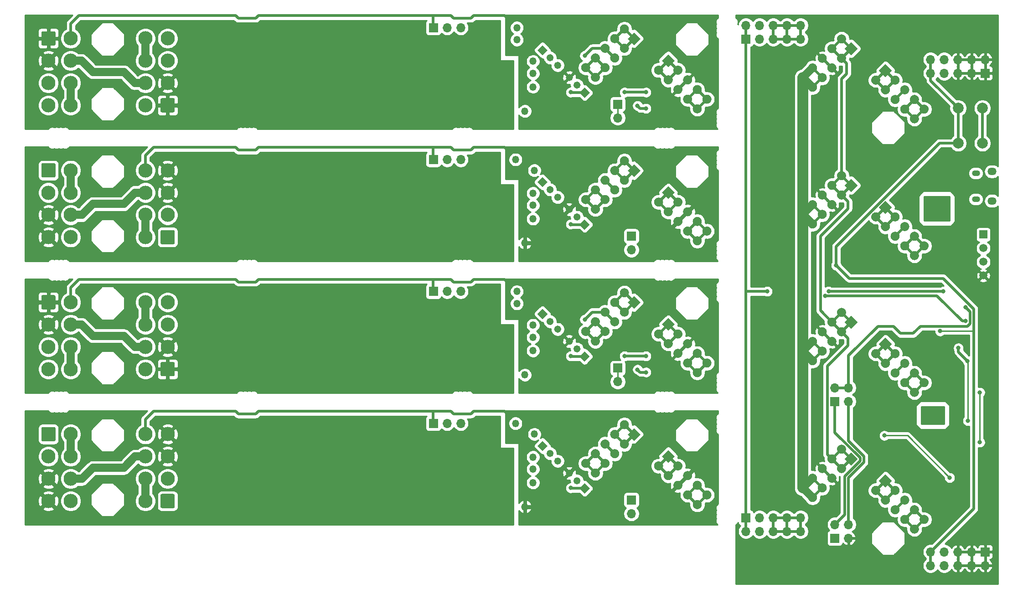
<source format=gbr>
%TF.GenerationSoftware,KiCad,Pcbnew,(5.1.10)-1*%
%TF.CreationDate,2021-11-13T17:44:38+00:00*%
%TF.ProjectId,voltmitten,766f6c74-6d69-4747-9465-6e2e6b696361,01*%
%TF.SameCoordinates,Original*%
%TF.FileFunction,Copper,L2,Bot*%
%TF.FilePolarity,Positive*%
%FSLAX46Y46*%
G04 Gerber Fmt 4.6, Leading zero omitted, Abs format (unit mm)*
G04 Created by KiCad (PCBNEW (5.1.10)-1) date 2021-11-13 17:44:38*
%MOMM*%
%LPD*%
G01*
G04 APERTURE LIST*
%TA.AperFunction,ComponentPad*%
%ADD10O,1.350000X1.350000*%
%TD*%
%TA.AperFunction,ComponentPad*%
%ADD11R,1.700000X1.700000*%
%TD*%
%TA.AperFunction,ComponentPad*%
%ADD12O,1.700000X1.700000*%
%TD*%
%TA.AperFunction,ComponentPad*%
%ADD13C,0.100000*%
%TD*%
%TA.AperFunction,ComponentPad*%
%ADD14C,2.640000*%
%TD*%
%TA.AperFunction,ComponentPad*%
%ADD15O,1.700000X1.350000*%
%TD*%
%TA.AperFunction,ComponentPad*%
%ADD16O,1.500000X1.100000*%
%TD*%
%TA.AperFunction,ComponentPad*%
%ADD17C,2.000000*%
%TD*%
%TA.AperFunction,ComponentPad*%
%ADD18C,1.508000*%
%TD*%
%TA.AperFunction,ComponentPad*%
%ADD19R,1.508000X1.508000*%
%TD*%
%TA.AperFunction,ViaPad*%
%ADD20C,0.800000*%
%TD*%
%TA.AperFunction,Conductor*%
%ADD21C,0.500000*%
%TD*%
%TA.AperFunction,Conductor*%
%ADD22C,1.500000*%
%TD*%
%TA.AperFunction,Conductor*%
%ADD23C,0.250000*%
%TD*%
%TA.AperFunction,Conductor*%
%ADD24C,2.000000*%
%TD*%
%TA.AperFunction,Conductor*%
%ADD25C,0.254000*%
%TD*%
%TA.AperFunction,Conductor*%
%ADD26C,0.100000*%
%TD*%
G04 APERTURE END LIST*
D10*
%TO.P,TP-B1,1*%
%TO.N,Net-(JP-1-Pad1)*%
X152870000Y-97670000D03*
%TD*%
%TO.P,TP-C1,1*%
%TO.N,Net-(JP-2-Pad1)*%
X152870000Y-102420000D03*
%TD*%
%TO.P,TP-A1,1*%
%TO.N,/REF*%
X149870000Y-91420000D03*
%TD*%
%TO.P,TP-B2,1*%
%TO.N,Net-(JP-2-Pad1)*%
X152870000Y-99920000D03*
%TD*%
%TO.P,TP-A2,1*%
%TO.N,Net-(JP-1-Pad1)*%
X149870000Y-93670000D03*
%TD*%
%TO.P,TP+A2,1*%
%TO.N,GND*%
X151370000Y-131420000D03*
%TD*%
%TO.P,TP-C2,1*%
%TO.N,A_SUPPLY*%
X151370000Y-106920000D03*
%TD*%
%TO.P,TP+A1,1*%
%TO.N,Net-(JP+2-Pad1)*%
X152870000Y-126920000D03*
%TD*%
%TO.P,TP+C2,1*%
%TO.N,Net-(JP+1-Pad1)*%
X153120000Y-117920000D03*
%TD*%
%TO.P,TP+C1,1*%
%TO.N,A_SUPPLY*%
X149620000Y-115920000D03*
%TD*%
%TO.P,TP+B1,1*%
%TO.N,Net-(JP+1-Pad1)*%
X152870000Y-122170000D03*
%TD*%
%TO.P,TP+B2,1*%
%TO.N,Net-(JP+2-Pad1)*%
X152870000Y-124420000D03*
%TD*%
D11*
%TO.P,J-1,1*%
%TO.N,Net-(J-1-Pad1)*%
X168600000Y-105640000D03*
D12*
%TO.P,J-1,2*%
X168600000Y-108180000D03*
%TD*%
%TA.AperFunction,ComponentPad*%
D13*
%TO.P,JP-2,1*%
%TO.N,Net-(JP-2-Pad1)*%
G36*
X162448427Y-102543833D02*
G01*
X163403021Y-103498427D01*
X162448427Y-104453021D01*
X161493833Y-103498427D01*
X162448427Y-102543833D01*
G37*
%TD.AperFunction*%
%TO.P,JP-2,2*%
%TO.N,/VL1*%
%TA.AperFunction,ComponentPad*%
G36*
G01*
X161511510Y-101606916D02*
X161511510Y-101606916D01*
G75*
G02*
X161511510Y-102561510I-477297J-477297D01*
G01*
X161511510Y-102561510D01*
G75*
G02*
X160556916Y-102561510I-477297J477297D01*
G01*
X160556916Y-102561510D01*
G75*
G02*
X160556916Y-101606916I477297J477297D01*
G01*
X160556916Y-101606916D01*
G75*
G02*
X161511510Y-101606916I477297J-477297D01*
G01*
G37*
%TD.AperFunction*%
%TO.P,JP-2,3*%
%TO.N,GND*%
%TA.AperFunction,ComponentPad*%
G36*
G01*
X160097297Y-100192703D02*
X160097297Y-100192703D01*
G75*
G02*
X160097297Y-101147297I-477297J-477297D01*
G01*
X160097297Y-101147297D01*
G75*
G02*
X159142703Y-101147297I-477297J477297D01*
G01*
X159142703Y-101147297D01*
G75*
G02*
X159142703Y-100192703I477297J477297D01*
G01*
X159142703Y-100192703D01*
G75*
G02*
X160097297Y-100192703I477297J-477297D01*
G01*
G37*
%TD.AperFunction*%
%TD*%
%TA.AperFunction,ComponentPad*%
%TO.P,JP-1,1*%
%TO.N,Net-(JP-1-Pad1)*%
G36*
X154621573Y-96546167D02*
G01*
X153666979Y-95591573D01*
X154621573Y-94636979D01*
X155576167Y-95591573D01*
X154621573Y-96546167D01*
G37*
%TD.AperFunction*%
%TO.P,JP-1,2*%
%TO.N,/VH1*%
%TA.AperFunction,ComponentPad*%
G36*
G01*
X155558490Y-97483084D02*
X155558490Y-97483084D01*
G75*
G02*
X155558490Y-96528490I477297J477297D01*
G01*
X155558490Y-96528490D01*
G75*
G02*
X156513084Y-96528490I477297J-477297D01*
G01*
X156513084Y-96528490D01*
G75*
G02*
X156513084Y-97483084I-477297J-477297D01*
G01*
X156513084Y-97483084D01*
G75*
G02*
X155558490Y-97483084I-477297J477297D01*
G01*
G37*
%TD.AperFunction*%
%TO.P,JP-1,3*%
%TO.N,VCC*%
%TA.AperFunction,ComponentPad*%
G36*
G01*
X156972703Y-98897297D02*
X156972703Y-98897297D01*
G75*
G02*
X156972703Y-97942703I477297J477297D01*
G01*
X156972703Y-97942703D01*
G75*
G02*
X157927297Y-97942703I477297J-477297D01*
G01*
X157927297Y-97942703D01*
G75*
G02*
X157927297Y-98897297I-477297J-477297D01*
G01*
X157927297Y-98897297D01*
G75*
G02*
X156972703Y-98897297I-477297J477297D01*
G01*
G37*
%TD.AperFunction*%
%TD*%
%TA.AperFunction,ComponentPad*%
%TO.P,JP+2,1*%
%TO.N,Net-(JP+2-Pad1)*%
G36*
X162448427Y-127043833D02*
G01*
X163403021Y-127998427D01*
X162448427Y-128953021D01*
X161493833Y-127998427D01*
X162448427Y-127043833D01*
G37*
%TD.AperFunction*%
%TO.P,JP+2,2*%
%TO.N,/VL1*%
%TA.AperFunction,ComponentPad*%
G36*
G01*
X161511510Y-126106916D02*
X161511510Y-126106916D01*
G75*
G02*
X161511510Y-127061510I-477297J-477297D01*
G01*
X161511510Y-127061510D01*
G75*
G02*
X160556916Y-127061510I-477297J477297D01*
G01*
X160556916Y-127061510D01*
G75*
G02*
X160556916Y-126106916I477297J477297D01*
G01*
X160556916Y-126106916D01*
G75*
G02*
X161511510Y-126106916I477297J-477297D01*
G01*
G37*
%TD.AperFunction*%
%TO.P,JP+2,3*%
%TO.N,GND*%
%TA.AperFunction,ComponentPad*%
G36*
G01*
X160097297Y-124692703D02*
X160097297Y-124692703D01*
G75*
G02*
X160097297Y-125647297I-477297J-477297D01*
G01*
X160097297Y-125647297D01*
G75*
G02*
X159142703Y-125647297I-477297J477297D01*
G01*
X159142703Y-125647297D01*
G75*
G02*
X159142703Y-124692703I477297J477297D01*
G01*
X159142703Y-124692703D01*
G75*
G02*
X160097297Y-124692703I477297J-477297D01*
G01*
G37*
%TD.AperFunction*%
%TD*%
D11*
%TO.P,J+1,1*%
%TO.N,Net-(J+1-Pad1)*%
X171140000Y-130140000D03*
D12*
%TO.P,J+1,2*%
X171140000Y-132680000D03*
%TD*%
%TA.AperFunction,ComponentPad*%
D13*
%TO.P,JP+1,1*%
%TO.N,Net-(JP+1-Pad1)*%
G36*
X154621573Y-121046167D02*
G01*
X153666979Y-120091573D01*
X154621573Y-119136979D01*
X155576167Y-120091573D01*
X154621573Y-121046167D01*
G37*
%TD.AperFunction*%
%TO.P,JP+1,2*%
%TO.N,/VH1*%
%TA.AperFunction,ComponentPad*%
G36*
G01*
X155558490Y-121983084D02*
X155558490Y-121983084D01*
G75*
G02*
X155558490Y-121028490I477297J477297D01*
G01*
X155558490Y-121028490D01*
G75*
G02*
X156513084Y-121028490I477297J-477297D01*
G01*
X156513084Y-121028490D01*
G75*
G02*
X156513084Y-121983084I-477297J-477297D01*
G01*
X156513084Y-121983084D01*
G75*
G02*
X155558490Y-121983084I-477297J477297D01*
G01*
G37*
%TD.AperFunction*%
%TO.P,JP+1,3*%
%TO.N,VCC*%
%TA.AperFunction,ComponentPad*%
G36*
G01*
X156972703Y-123397297D02*
X156972703Y-123397297D01*
G75*
G02*
X156972703Y-122442703I477297J477297D01*
G01*
X156972703Y-122442703D01*
G75*
G02*
X157927297Y-122442703I477297J-477297D01*
G01*
X157927297Y-122442703D01*
G75*
G02*
X157927297Y-123397297I-477297J-477297D01*
G01*
X157927297Y-123397297D01*
G75*
G02*
X156972703Y-123397297I-477297J477297D01*
G01*
G37*
%TD.AperFunction*%
%TD*%
%TA.AperFunction,ComponentPad*%
%TO.P,JSA+1,1*%
%TO.N,/PWR_OK*%
G36*
X170433969Y-117956051D02*
G01*
X171636051Y-116753969D01*
X172838133Y-117956051D01*
X171636051Y-119158133D01*
X170433969Y-117956051D01*
G37*
%TD.AperFunction*%
%TO.P,JSA+1,2*%
%TA.AperFunction,ComponentPad*%
G36*
G01*
X169238959Y-115558959D02*
X169238959Y-115558959D01*
G75*
G02*
X170441041Y-115558959I601041J-601041D01*
G01*
X170441041Y-115558959D01*
G75*
G02*
X170441041Y-116761041I-601041J-601041D01*
G01*
X170441041Y-116761041D01*
G75*
G02*
X169238959Y-116761041I-601041J601041D01*
G01*
X169238959Y-116761041D01*
G75*
G02*
X169238959Y-115558959I601041J601041D01*
G01*
G37*
%TD.AperFunction*%
%TO.P,JSA+1,3*%
%TA.AperFunction,ComponentPad*%
G36*
G01*
X169238959Y-119151061D02*
X169238959Y-119151061D01*
G75*
G02*
X170441041Y-119151061I601041J-601041D01*
G01*
X170441041Y-119151061D01*
G75*
G02*
X170441041Y-120353143I-601041J-601041D01*
G01*
X170441041Y-120353143D01*
G75*
G02*
X169238959Y-120353143I-601041J601041D01*
G01*
X169238959Y-120353143D01*
G75*
G02*
X169238959Y-119151061I601041J601041D01*
G01*
G37*
%TD.AperFunction*%
%TO.P,JSA+1,4*%
%TA.AperFunction,ComponentPad*%
G36*
G01*
X167442908Y-117355010D02*
X167442908Y-117355010D01*
G75*
G02*
X168644990Y-117355010I601041J-601041D01*
G01*
X168644990Y-117355010D01*
G75*
G02*
X168644990Y-118557092I-601041J-601041D01*
G01*
X168644990Y-118557092D01*
G75*
G02*
X167442908Y-118557092I-601041J601041D01*
G01*
X167442908Y-118557092D01*
G75*
G02*
X167442908Y-117355010I601041J601041D01*
G01*
G37*
%TD.AperFunction*%
%TO.P,JSA+1,5*%
%TO.N,VCC*%
%TA.AperFunction,ComponentPad*%
G36*
G01*
X167442908Y-120947112D02*
X167442908Y-120947112D01*
G75*
G02*
X168644990Y-120947112I601041J-601041D01*
G01*
X168644990Y-120947112D01*
G75*
G02*
X168644990Y-122149194I-601041J-601041D01*
G01*
X168644990Y-122149194D01*
G75*
G02*
X167442908Y-122149194I-601041J601041D01*
G01*
X167442908Y-122149194D01*
G75*
G02*
X167442908Y-120947112I601041J601041D01*
G01*
G37*
%TD.AperFunction*%
%TO.P,JSA+1,6*%
%TA.AperFunction,ComponentPad*%
G36*
G01*
X165646856Y-119151061D02*
X165646856Y-119151061D01*
G75*
G02*
X166848938Y-119151061I601041J-601041D01*
G01*
X166848938Y-119151061D01*
G75*
G02*
X166848938Y-120353143I-601041J-601041D01*
G01*
X166848938Y-120353143D01*
G75*
G02*
X165646856Y-120353143I-601041J601041D01*
G01*
X165646856Y-120353143D01*
G75*
G02*
X165646856Y-119151061I601041J601041D01*
G01*
G37*
%TD.AperFunction*%
%TO.P,JSA+1,7*%
%TO.N,/REF*%
%TA.AperFunction,ComponentPad*%
G36*
G01*
X165646856Y-122743164D02*
X165646856Y-122743164D01*
G75*
G02*
X166848938Y-122743164I601041J-601041D01*
G01*
X166848938Y-122743164D01*
G75*
G02*
X166848938Y-123945246I-601041J-601041D01*
G01*
X166848938Y-123945246D01*
G75*
G02*
X165646856Y-123945246I-601041J601041D01*
G01*
X165646856Y-123945246D01*
G75*
G02*
X165646856Y-122743164I601041J601041D01*
G01*
G37*
%TD.AperFunction*%
%TO.P,JSA+1,8*%
%TA.AperFunction,ComponentPad*%
G36*
G01*
X163850805Y-120947112D02*
X163850805Y-120947112D01*
G75*
G02*
X165052887Y-120947112I601041J-601041D01*
G01*
X165052887Y-120947112D01*
G75*
G02*
X165052887Y-122149194I-601041J-601041D01*
G01*
X165052887Y-122149194D01*
G75*
G02*
X163850805Y-122149194I-601041J601041D01*
G01*
X163850805Y-122149194D01*
G75*
G02*
X163850805Y-120947112I601041J601041D01*
G01*
G37*
%TD.AperFunction*%
%TO.P,JSA+1,9*%
%TA.AperFunction,ComponentPad*%
G36*
G01*
X163850805Y-124539215D02*
X163850805Y-124539215D01*
G75*
G02*
X165052887Y-124539215I601041J-601041D01*
G01*
X165052887Y-124539215D01*
G75*
G02*
X165052887Y-125741297I-601041J-601041D01*
G01*
X165052887Y-125741297D01*
G75*
G02*
X163850805Y-125741297I-601041J601041D01*
G01*
X163850805Y-125741297D01*
G75*
G02*
X163850805Y-124539215I601041J601041D01*
G01*
G37*
%TD.AperFunction*%
%TO.P,JSA+1,10*%
%TA.AperFunction,ComponentPad*%
G36*
G01*
X162054754Y-122743164D02*
X162054754Y-122743164D01*
G75*
G02*
X163256836Y-122743164I601041J-601041D01*
G01*
X163256836Y-122743164D01*
G75*
G02*
X163256836Y-123945246I-601041J-601041D01*
G01*
X163256836Y-123945246D01*
G75*
G02*
X162054754Y-123945246I-601041J601041D01*
G01*
X162054754Y-123945246D01*
G75*
G02*
X162054754Y-122743164I601041J601041D01*
G01*
G37*
%TD.AperFunction*%
%TD*%
%TA.AperFunction,ComponentPad*%
%TO.P,JSA-1,1*%
%TO.N,/PWR_OK*%
G36*
X170433969Y-93456051D02*
G01*
X171636051Y-92253969D01*
X172838133Y-93456051D01*
X171636051Y-94658133D01*
X170433969Y-93456051D01*
G37*
%TD.AperFunction*%
%TO.P,JSA-1,2*%
%TA.AperFunction,ComponentPad*%
G36*
G01*
X169238959Y-91058959D02*
X169238959Y-91058959D01*
G75*
G02*
X170441041Y-91058959I601041J-601041D01*
G01*
X170441041Y-91058959D01*
G75*
G02*
X170441041Y-92261041I-601041J-601041D01*
G01*
X170441041Y-92261041D01*
G75*
G02*
X169238959Y-92261041I-601041J601041D01*
G01*
X169238959Y-92261041D01*
G75*
G02*
X169238959Y-91058959I601041J601041D01*
G01*
G37*
%TD.AperFunction*%
%TO.P,JSA-1,3*%
%TA.AperFunction,ComponentPad*%
G36*
G01*
X169238959Y-94651061D02*
X169238959Y-94651061D01*
G75*
G02*
X170441041Y-94651061I601041J-601041D01*
G01*
X170441041Y-94651061D01*
G75*
G02*
X170441041Y-95853143I-601041J-601041D01*
G01*
X170441041Y-95853143D01*
G75*
G02*
X169238959Y-95853143I-601041J601041D01*
G01*
X169238959Y-95853143D01*
G75*
G02*
X169238959Y-94651061I601041J601041D01*
G01*
G37*
%TD.AperFunction*%
%TO.P,JSA-1,4*%
%TA.AperFunction,ComponentPad*%
G36*
G01*
X167442908Y-92855010D02*
X167442908Y-92855010D01*
G75*
G02*
X168644990Y-92855010I601041J-601041D01*
G01*
X168644990Y-92855010D01*
G75*
G02*
X168644990Y-94057092I-601041J-601041D01*
G01*
X168644990Y-94057092D01*
G75*
G02*
X167442908Y-94057092I-601041J601041D01*
G01*
X167442908Y-94057092D01*
G75*
G02*
X167442908Y-92855010I601041J601041D01*
G01*
G37*
%TD.AperFunction*%
%TO.P,JSA-1,5*%
%TO.N,VCC*%
%TA.AperFunction,ComponentPad*%
G36*
G01*
X167442908Y-96447112D02*
X167442908Y-96447112D01*
G75*
G02*
X168644990Y-96447112I601041J-601041D01*
G01*
X168644990Y-96447112D01*
G75*
G02*
X168644990Y-97649194I-601041J-601041D01*
G01*
X168644990Y-97649194D01*
G75*
G02*
X167442908Y-97649194I-601041J601041D01*
G01*
X167442908Y-97649194D01*
G75*
G02*
X167442908Y-96447112I601041J601041D01*
G01*
G37*
%TD.AperFunction*%
%TO.P,JSA-1,6*%
%TA.AperFunction,ComponentPad*%
G36*
G01*
X165646856Y-94651061D02*
X165646856Y-94651061D01*
G75*
G02*
X166848938Y-94651061I601041J-601041D01*
G01*
X166848938Y-94651061D01*
G75*
G02*
X166848938Y-95853143I-601041J-601041D01*
G01*
X166848938Y-95853143D01*
G75*
G02*
X165646856Y-95853143I-601041J601041D01*
G01*
X165646856Y-95853143D01*
G75*
G02*
X165646856Y-94651061I601041J601041D01*
G01*
G37*
%TD.AperFunction*%
%TO.P,JSA-1,7*%
%TO.N,/REF*%
%TA.AperFunction,ComponentPad*%
G36*
G01*
X165646856Y-98243164D02*
X165646856Y-98243164D01*
G75*
G02*
X166848938Y-98243164I601041J-601041D01*
G01*
X166848938Y-98243164D01*
G75*
G02*
X166848938Y-99445246I-601041J-601041D01*
G01*
X166848938Y-99445246D01*
G75*
G02*
X165646856Y-99445246I-601041J601041D01*
G01*
X165646856Y-99445246D01*
G75*
G02*
X165646856Y-98243164I601041J601041D01*
G01*
G37*
%TD.AperFunction*%
%TO.P,JSA-1,8*%
%TA.AperFunction,ComponentPad*%
G36*
G01*
X163850805Y-96447112D02*
X163850805Y-96447112D01*
G75*
G02*
X165052887Y-96447112I601041J-601041D01*
G01*
X165052887Y-96447112D01*
G75*
G02*
X165052887Y-97649194I-601041J-601041D01*
G01*
X165052887Y-97649194D01*
G75*
G02*
X163850805Y-97649194I-601041J601041D01*
G01*
X163850805Y-97649194D01*
G75*
G02*
X163850805Y-96447112I601041J601041D01*
G01*
G37*
%TD.AperFunction*%
%TO.P,JSA-1,9*%
%TA.AperFunction,ComponentPad*%
G36*
G01*
X163850805Y-100039215D02*
X163850805Y-100039215D01*
G75*
G02*
X165052887Y-100039215I601041J-601041D01*
G01*
X165052887Y-100039215D01*
G75*
G02*
X165052887Y-101241297I-601041J-601041D01*
G01*
X165052887Y-101241297D01*
G75*
G02*
X163850805Y-101241297I-601041J601041D01*
G01*
X163850805Y-101241297D01*
G75*
G02*
X163850805Y-100039215I601041J601041D01*
G01*
G37*
%TD.AperFunction*%
%TO.P,JSA-1,10*%
%TA.AperFunction,ComponentPad*%
G36*
G01*
X162054754Y-98243164D02*
X162054754Y-98243164D01*
G75*
G02*
X163256836Y-98243164I601041J-601041D01*
G01*
X163256836Y-98243164D01*
G75*
G02*
X163256836Y-99445246I-601041J-601041D01*
G01*
X163256836Y-99445246D01*
G75*
G02*
X162054754Y-99445246I-601041J601041D01*
G01*
X162054754Y-99445246D01*
G75*
G02*
X162054754Y-98243164I601041J601041D01*
G01*
G37*
%TD.AperFunction*%
%TD*%
D14*
%TO.P,J+2,8*%
%TO.N,GND*%
X67010000Y-130340000D03*
%TO.P,J+2,7*%
X67010000Y-126200000D03*
%TO.P,J+2,6*%
X67010000Y-122060000D03*
%TO.P,J+2,5*%
X67010000Y-117920000D03*
%TO.P,J+2,4*%
%TO.N,A_SWITCHED*%
X62870000Y-130340000D03*
%TO.P,J+2,3*%
X62870000Y-126200000D03*
%TO.P,J+2,2*%
%TO.N,A_SUPPLY*%
X62870000Y-122060000D03*
%TO.P,J+2,1*%
%TA.AperFunction,ComponentPad*%
G36*
G01*
X61550000Y-118990000D02*
X61550000Y-116850000D01*
G75*
G02*
X61800000Y-116600000I250000J0D01*
G01*
X63940000Y-116600000D01*
G75*
G02*
X64190000Y-116850000I0J-250000D01*
G01*
X64190000Y-118990000D01*
G75*
G02*
X63940000Y-119240000I-250000J0D01*
G01*
X61800000Y-119240000D01*
G75*
G02*
X61550000Y-118990000I0J250000D01*
G01*
G37*
%TD.AperFunction*%
%TD*%
%TO.P,J-2,8*%
%TO.N,GND*%
X67010000Y-105840000D03*
%TO.P,J-2,7*%
X67010000Y-101700000D03*
%TO.P,J-2,6*%
X67010000Y-97560000D03*
%TO.P,J-2,5*%
X67010000Y-93420000D03*
%TO.P,J-2,4*%
%TO.N,A_SWITCHED*%
X62870000Y-105840000D03*
%TO.P,J-2,3*%
X62870000Y-101700000D03*
%TO.P,J-2,2*%
%TO.N,A_SUPPLY*%
X62870000Y-97560000D03*
%TO.P,J-2,1*%
%TA.AperFunction,ComponentPad*%
G36*
G01*
X61550000Y-94490000D02*
X61550000Y-92350000D01*
G75*
G02*
X61800000Y-92100000I250000J0D01*
G01*
X63940000Y-92100000D01*
G75*
G02*
X64190000Y-92350000I0J-250000D01*
G01*
X64190000Y-94490000D01*
G75*
G02*
X63940000Y-94740000I-250000J0D01*
G01*
X61800000Y-94740000D01*
G75*
G02*
X61550000Y-94490000I0J250000D01*
G01*
G37*
%TD.AperFunction*%
%TD*%
%TA.AperFunction,ComponentPad*%
D13*
%TO.P,JSB+1,1*%
%TO.N,/VH1*%
G36*
X177986051Y-123226031D02*
G01*
X176783969Y-122023949D01*
X177986051Y-120821867D01*
X179188133Y-122023949D01*
X177986051Y-123226031D01*
G37*
%TD.AperFunction*%
%TO.P,JSB+1,2*%
%TA.AperFunction,ComponentPad*%
G36*
G01*
X175588959Y-124421041D02*
X175588959Y-124421041D01*
G75*
G02*
X175588959Y-123218959I601041J601041D01*
G01*
X175588959Y-123218959D01*
G75*
G02*
X176791041Y-123218959I601041J-601041D01*
G01*
X176791041Y-123218959D01*
G75*
G02*
X176791041Y-124421041I-601041J-601041D01*
G01*
X176791041Y-124421041D01*
G75*
G02*
X175588959Y-124421041I-601041J601041D01*
G01*
G37*
%TD.AperFunction*%
%TO.P,JSB+1,3*%
%TA.AperFunction,ComponentPad*%
G36*
G01*
X179181061Y-124421041D02*
X179181061Y-124421041D01*
G75*
G02*
X179181061Y-123218959I601041J601041D01*
G01*
X179181061Y-123218959D01*
G75*
G02*
X180383143Y-123218959I601041J-601041D01*
G01*
X180383143Y-123218959D01*
G75*
G02*
X180383143Y-124421041I-601041J-601041D01*
G01*
X180383143Y-124421041D01*
G75*
G02*
X179181061Y-124421041I-601041J601041D01*
G01*
G37*
%TD.AperFunction*%
%TO.P,JSB+1,4*%
%TA.AperFunction,ComponentPad*%
G36*
G01*
X177385010Y-126217092D02*
X177385010Y-126217092D01*
G75*
G02*
X177385010Y-125015010I601041J601041D01*
G01*
X177385010Y-125015010D01*
G75*
G02*
X178587092Y-125015010I601041J-601041D01*
G01*
X178587092Y-125015010D01*
G75*
G02*
X178587092Y-126217092I-601041J-601041D01*
G01*
X178587092Y-126217092D01*
G75*
G02*
X177385010Y-126217092I-601041J601041D01*
G01*
G37*
%TD.AperFunction*%
%TO.P,JSB+1,5*%
%TO.N,GND*%
%TA.AperFunction,ComponentPad*%
G36*
G01*
X180977112Y-126217092D02*
X180977112Y-126217092D01*
G75*
G02*
X180977112Y-125015010I601041J601041D01*
G01*
X180977112Y-125015010D01*
G75*
G02*
X182179194Y-125015010I601041J-601041D01*
G01*
X182179194Y-125015010D01*
G75*
G02*
X182179194Y-126217092I-601041J-601041D01*
G01*
X182179194Y-126217092D01*
G75*
G02*
X180977112Y-126217092I-601041J601041D01*
G01*
G37*
%TD.AperFunction*%
%TO.P,JSB+1,6*%
%TA.AperFunction,ComponentPad*%
G36*
G01*
X179181061Y-128013144D02*
X179181061Y-128013144D01*
G75*
G02*
X179181061Y-126811062I601041J601041D01*
G01*
X179181061Y-126811062D01*
G75*
G02*
X180383143Y-126811062I601041J-601041D01*
G01*
X180383143Y-126811062D01*
G75*
G02*
X180383143Y-128013144I-601041J-601041D01*
G01*
X180383143Y-128013144D01*
G75*
G02*
X179181061Y-128013144I-601041J601041D01*
G01*
G37*
%TD.AperFunction*%
%TO.P,JSB+1,7*%
%TO.N,/VL1*%
%TA.AperFunction,ComponentPad*%
G36*
G01*
X182773164Y-128013144D02*
X182773164Y-128013144D01*
G75*
G02*
X182773164Y-126811062I601041J601041D01*
G01*
X182773164Y-126811062D01*
G75*
G02*
X183975246Y-126811062I601041J-601041D01*
G01*
X183975246Y-126811062D01*
G75*
G02*
X183975246Y-128013144I-601041J-601041D01*
G01*
X183975246Y-128013144D01*
G75*
G02*
X182773164Y-128013144I-601041J601041D01*
G01*
G37*
%TD.AperFunction*%
%TO.P,JSB+1,8*%
%TA.AperFunction,ComponentPad*%
G36*
G01*
X180977112Y-129809195D02*
X180977112Y-129809195D01*
G75*
G02*
X180977112Y-128607113I601041J601041D01*
G01*
X180977112Y-128607113D01*
G75*
G02*
X182179194Y-128607113I601041J-601041D01*
G01*
X182179194Y-128607113D01*
G75*
G02*
X182179194Y-129809195I-601041J-601041D01*
G01*
X182179194Y-129809195D01*
G75*
G02*
X180977112Y-129809195I-601041J601041D01*
G01*
G37*
%TD.AperFunction*%
%TO.P,JSB+1,9*%
%TA.AperFunction,ComponentPad*%
G36*
G01*
X184569215Y-129809195D02*
X184569215Y-129809195D01*
G75*
G02*
X184569215Y-128607113I601041J601041D01*
G01*
X184569215Y-128607113D01*
G75*
G02*
X185771297Y-128607113I601041J-601041D01*
G01*
X185771297Y-128607113D01*
G75*
G02*
X185771297Y-129809195I-601041J-601041D01*
G01*
X185771297Y-129809195D01*
G75*
G02*
X184569215Y-129809195I-601041J601041D01*
G01*
G37*
%TD.AperFunction*%
%TO.P,JSB+1,10*%
%TA.AperFunction,ComponentPad*%
G36*
G01*
X182773164Y-131605246D02*
X182773164Y-131605246D01*
G75*
G02*
X182773164Y-130403164I601041J601041D01*
G01*
X182773164Y-130403164D01*
G75*
G02*
X183975246Y-130403164I601041J-601041D01*
G01*
X183975246Y-130403164D01*
G75*
G02*
X183975246Y-131605246I-601041J-601041D01*
G01*
X183975246Y-131605246D01*
G75*
G02*
X182773164Y-131605246I-601041J601041D01*
G01*
G37*
%TD.AperFunction*%
%TD*%
%TA.AperFunction,ComponentPad*%
%TO.P,JSB-1,1*%
%TO.N,/VH1*%
G36*
X177986051Y-98726031D02*
G01*
X176783969Y-97523949D01*
X177986051Y-96321867D01*
X179188133Y-97523949D01*
X177986051Y-98726031D01*
G37*
%TD.AperFunction*%
%TO.P,JSB-1,2*%
%TA.AperFunction,ComponentPad*%
G36*
G01*
X175588959Y-99921041D02*
X175588959Y-99921041D01*
G75*
G02*
X175588959Y-98718959I601041J601041D01*
G01*
X175588959Y-98718959D01*
G75*
G02*
X176791041Y-98718959I601041J-601041D01*
G01*
X176791041Y-98718959D01*
G75*
G02*
X176791041Y-99921041I-601041J-601041D01*
G01*
X176791041Y-99921041D01*
G75*
G02*
X175588959Y-99921041I-601041J601041D01*
G01*
G37*
%TD.AperFunction*%
%TO.P,JSB-1,3*%
%TA.AperFunction,ComponentPad*%
G36*
G01*
X179181061Y-99921041D02*
X179181061Y-99921041D01*
G75*
G02*
X179181061Y-98718959I601041J601041D01*
G01*
X179181061Y-98718959D01*
G75*
G02*
X180383143Y-98718959I601041J-601041D01*
G01*
X180383143Y-98718959D01*
G75*
G02*
X180383143Y-99921041I-601041J-601041D01*
G01*
X180383143Y-99921041D01*
G75*
G02*
X179181061Y-99921041I-601041J601041D01*
G01*
G37*
%TD.AperFunction*%
%TO.P,JSB-1,4*%
%TA.AperFunction,ComponentPad*%
G36*
G01*
X177385010Y-101717092D02*
X177385010Y-101717092D01*
G75*
G02*
X177385010Y-100515010I601041J601041D01*
G01*
X177385010Y-100515010D01*
G75*
G02*
X178587092Y-100515010I601041J-601041D01*
G01*
X178587092Y-100515010D01*
G75*
G02*
X178587092Y-101717092I-601041J-601041D01*
G01*
X178587092Y-101717092D01*
G75*
G02*
X177385010Y-101717092I-601041J601041D01*
G01*
G37*
%TD.AperFunction*%
%TO.P,JSB-1,5*%
%TO.N,GND*%
%TA.AperFunction,ComponentPad*%
G36*
G01*
X180977112Y-101717092D02*
X180977112Y-101717092D01*
G75*
G02*
X180977112Y-100515010I601041J601041D01*
G01*
X180977112Y-100515010D01*
G75*
G02*
X182179194Y-100515010I601041J-601041D01*
G01*
X182179194Y-100515010D01*
G75*
G02*
X182179194Y-101717092I-601041J-601041D01*
G01*
X182179194Y-101717092D01*
G75*
G02*
X180977112Y-101717092I-601041J601041D01*
G01*
G37*
%TD.AperFunction*%
%TO.P,JSB-1,6*%
%TA.AperFunction,ComponentPad*%
G36*
G01*
X179181061Y-103513144D02*
X179181061Y-103513144D01*
G75*
G02*
X179181061Y-102311062I601041J601041D01*
G01*
X179181061Y-102311062D01*
G75*
G02*
X180383143Y-102311062I601041J-601041D01*
G01*
X180383143Y-102311062D01*
G75*
G02*
X180383143Y-103513144I-601041J-601041D01*
G01*
X180383143Y-103513144D01*
G75*
G02*
X179181061Y-103513144I-601041J601041D01*
G01*
G37*
%TD.AperFunction*%
%TO.P,JSB-1,7*%
%TO.N,/VL1*%
%TA.AperFunction,ComponentPad*%
G36*
G01*
X182773164Y-103513144D02*
X182773164Y-103513144D01*
G75*
G02*
X182773164Y-102311062I601041J601041D01*
G01*
X182773164Y-102311062D01*
G75*
G02*
X183975246Y-102311062I601041J-601041D01*
G01*
X183975246Y-102311062D01*
G75*
G02*
X183975246Y-103513144I-601041J-601041D01*
G01*
X183975246Y-103513144D01*
G75*
G02*
X182773164Y-103513144I-601041J601041D01*
G01*
G37*
%TD.AperFunction*%
%TO.P,JSB-1,8*%
%TA.AperFunction,ComponentPad*%
G36*
G01*
X180977112Y-105309195D02*
X180977112Y-105309195D01*
G75*
G02*
X180977112Y-104107113I601041J601041D01*
G01*
X180977112Y-104107113D01*
G75*
G02*
X182179194Y-104107113I601041J-601041D01*
G01*
X182179194Y-104107113D01*
G75*
G02*
X182179194Y-105309195I-601041J-601041D01*
G01*
X182179194Y-105309195D01*
G75*
G02*
X180977112Y-105309195I-601041J601041D01*
G01*
G37*
%TD.AperFunction*%
%TO.P,JSB-1,9*%
%TA.AperFunction,ComponentPad*%
G36*
G01*
X184569215Y-105309195D02*
X184569215Y-105309195D01*
G75*
G02*
X184569215Y-104107113I601041J601041D01*
G01*
X184569215Y-104107113D01*
G75*
G02*
X185771297Y-104107113I601041J-601041D01*
G01*
X185771297Y-104107113D01*
G75*
G02*
X185771297Y-105309195I-601041J-601041D01*
G01*
X185771297Y-105309195D01*
G75*
G02*
X184569215Y-105309195I-601041J601041D01*
G01*
G37*
%TD.AperFunction*%
%TO.P,JSB-1,10*%
%TA.AperFunction,ComponentPad*%
G36*
G01*
X182773164Y-107105246D02*
X182773164Y-107105246D01*
G75*
G02*
X182773164Y-105903164I601041J601041D01*
G01*
X182773164Y-105903164D01*
G75*
G02*
X183975246Y-105903164I601041J-601041D01*
G01*
X183975246Y-105903164D01*
G75*
G02*
X183975246Y-107105246I-601041J-601041D01*
G01*
X183975246Y-107105246D01*
G75*
G02*
X182773164Y-107105246I-601041J601041D01*
G01*
G37*
%TD.AperFunction*%
%TD*%
D14*
%TO.P,J-3,8*%
%TO.N,GND*%
X80870000Y-93420000D03*
%TO.P,J-3,7*%
X80870000Y-97560000D03*
%TO.P,J-3,6*%
X80870000Y-101700000D03*
%TO.P,J-3,5*%
X80870000Y-105840000D03*
%TO.P,J-3,4*%
%TO.N,A_SWITCHED*%
X85010000Y-93420000D03*
%TO.P,J-3,3*%
X85010000Y-97560000D03*
%TO.P,J-3,2*%
%TO.N,A_SUPPLY*%
X85010000Y-101700000D03*
%TO.P,J-3,1*%
%TA.AperFunction,ComponentPad*%
G36*
G01*
X86330000Y-104770000D02*
X86330000Y-106910000D01*
G75*
G02*
X86080000Y-107160000I-250000J0D01*
G01*
X83940000Y-107160000D01*
G75*
G02*
X83690000Y-106910000I0J250000D01*
G01*
X83690000Y-104770000D01*
G75*
G02*
X83940000Y-104520000I250000J0D01*
G01*
X86080000Y-104520000D01*
G75*
G02*
X86330000Y-104770000I0J-250000D01*
G01*
G37*
%TD.AperFunction*%
%TD*%
%TO.P,J+3,8*%
%TO.N,GND*%
X80870000Y-117920000D03*
%TO.P,J+3,7*%
X80870000Y-122060000D03*
%TO.P,J+3,6*%
X80870000Y-126200000D03*
%TO.P,J+3,5*%
X80870000Y-130340000D03*
%TO.P,J+3,4*%
%TO.N,A_SWITCHED*%
X85010000Y-117920000D03*
%TO.P,J+3,3*%
X85010000Y-122060000D03*
%TO.P,J+3,2*%
%TO.N,A_SUPPLY*%
X85010000Y-126200000D03*
%TO.P,J+3,1*%
%TA.AperFunction,ComponentPad*%
G36*
G01*
X86330000Y-129270000D02*
X86330000Y-131410000D01*
G75*
G02*
X86080000Y-131660000I-250000J0D01*
G01*
X83940000Y-131660000D01*
G75*
G02*
X83690000Y-131410000I0J250000D01*
G01*
X83690000Y-129270000D01*
G75*
G02*
X83940000Y-129020000I250000J0D01*
G01*
X86080000Y-129020000D01*
G75*
G02*
X86330000Y-129270000I0J-250000D01*
G01*
G37*
%TD.AperFunction*%
%TD*%
D11*
%TO.P,TP+1,1*%
%TO.N,GND*%
X134370000Y-115920000D03*
D12*
%TO.P,TP+1,2*%
%TO.N,Net-(R+4-Pad1)*%
X136910000Y-115920000D03*
%TO.P,TP+1,3*%
%TO.N,Net-(R+3-Pad1)*%
X139450000Y-115920000D03*
%TD*%
D11*
%TO.P,TP-1,1*%
%TO.N,GND*%
X134370000Y-91420000D03*
D12*
%TO.P,TP-1,2*%
%TO.N,Net-(R-5-Pad1)*%
X136910000Y-91420000D03*
%TO.P,TP-1,3*%
%TO.N,Net-(R-4-Pad1)*%
X139450000Y-91420000D03*
%TD*%
D10*
%TO.P,TP-C2,1*%
%TO.N,A_SUPPLY*%
X151370000Y-57920000D03*
%TD*%
%TO.P,TP-C1,1*%
%TO.N,Net-(JP-2-Pad1)*%
X152870000Y-53420000D03*
%TD*%
%TO.P,TP-B2,1*%
%TO.N,Net-(JP-2-Pad1)*%
X152870000Y-50920000D03*
%TD*%
%TO.P,TP-B1,1*%
%TO.N,Net-(JP-1-Pad1)*%
X152870000Y-48670000D03*
%TD*%
%TO.P,TP-A2,1*%
%TO.N,Net-(JP-1-Pad1)*%
X149870000Y-44670000D03*
%TD*%
%TO.P,TP-A1,1*%
%TO.N,/REF*%
X149870000Y-42420000D03*
%TD*%
%TO.P,TP+A2,1*%
%TO.N,GND*%
X151370000Y-82420000D03*
%TD*%
%TO.P,TP+A1,1*%
%TO.N,Net-(JP+2-Pad1)*%
X152870000Y-77920000D03*
%TD*%
%TO.P,TP+B2,1*%
%TO.N,Net-(JP+2-Pad1)*%
X152870000Y-75420000D03*
%TD*%
%TO.P,TP+B1,1*%
%TO.N,Net-(JP+1-Pad1)*%
X152870000Y-73170000D03*
%TD*%
%TO.P,TP+C2,1*%
%TO.N,Net-(JP+1-Pad1)*%
X153120000Y-68920000D03*
%TD*%
%TO.P,TP+C1,1*%
%TO.N,A_SUPPLY*%
X149620000Y-66920000D03*
%TD*%
D15*
%TO.P,J1,6*%
%TO.N,Net-(J1-Pad6)*%
X238110000Y-69140000D03*
X238110000Y-74600000D03*
D16*
X235110000Y-69450000D03*
X235110000Y-74290000D03*
%TD*%
D12*
%TO.P,TP-1,3*%
%TO.N,Net-(R-4-Pad1)*%
X139450000Y-42420000D03*
%TO.P,TP-1,2*%
%TO.N,Net-(R-5-Pad1)*%
X136910000Y-42420000D03*
D11*
%TO.P,TP-1,1*%
%TO.N,GND*%
X134370000Y-42420000D03*
%TD*%
D12*
%TO.P,TP+1,3*%
%TO.N,Net-(R+3-Pad1)*%
X139450000Y-66920000D03*
%TO.P,TP+1,2*%
%TO.N,Net-(R+4-Pad1)*%
X136910000Y-66920000D03*
D11*
%TO.P,TP+1,1*%
%TO.N,GND*%
X134370000Y-66920000D03*
%TD*%
%TO.P,J-3,1*%
%TO.N,A_SUPPLY*%
%TA.AperFunction,ComponentPad*%
G36*
G01*
X86330000Y-55770000D02*
X86330000Y-57910000D01*
G75*
G02*
X86080000Y-58160000I-250000J0D01*
G01*
X83940000Y-58160000D01*
G75*
G02*
X83690000Y-57910000I0J250000D01*
G01*
X83690000Y-55770000D01*
G75*
G02*
X83940000Y-55520000I250000J0D01*
G01*
X86080000Y-55520000D01*
G75*
G02*
X86330000Y-55770000I0J-250000D01*
G01*
G37*
%TD.AperFunction*%
D14*
%TO.P,J-3,2*%
X85010000Y-52700000D03*
%TO.P,J-3,3*%
%TO.N,A_SWITCHED*%
X85010000Y-48560000D03*
%TO.P,J-3,4*%
X85010000Y-44420000D03*
%TO.P,J-3,5*%
%TO.N,GND*%
X80870000Y-56840000D03*
%TO.P,J-3,6*%
X80870000Y-52700000D03*
%TO.P,J-3,7*%
X80870000Y-48560000D03*
%TO.P,J-3,8*%
X80870000Y-44420000D03*
%TD*%
%TO.P,J-2,1*%
%TO.N,A_SUPPLY*%
%TA.AperFunction,ComponentPad*%
G36*
G01*
X61550000Y-45490000D02*
X61550000Y-43350000D01*
G75*
G02*
X61800000Y-43100000I250000J0D01*
G01*
X63940000Y-43100000D01*
G75*
G02*
X64190000Y-43350000I0J-250000D01*
G01*
X64190000Y-45490000D01*
G75*
G02*
X63940000Y-45740000I-250000J0D01*
G01*
X61800000Y-45740000D01*
G75*
G02*
X61550000Y-45490000I0J250000D01*
G01*
G37*
%TD.AperFunction*%
%TO.P,J-2,2*%
X62870000Y-48560000D03*
%TO.P,J-2,3*%
%TO.N,A_SWITCHED*%
X62870000Y-52700000D03*
%TO.P,J-2,4*%
X62870000Y-56840000D03*
%TO.P,J-2,5*%
%TO.N,GND*%
X67010000Y-44420000D03*
%TO.P,J-2,6*%
X67010000Y-48560000D03*
%TO.P,J-2,7*%
X67010000Y-52700000D03*
%TO.P,J-2,8*%
X67010000Y-56840000D03*
%TD*%
%TO.P,J+3,1*%
%TO.N,A_SUPPLY*%
%TA.AperFunction,ComponentPad*%
G36*
G01*
X86330000Y-80270000D02*
X86330000Y-82410000D01*
G75*
G02*
X86080000Y-82660000I-250000J0D01*
G01*
X83940000Y-82660000D01*
G75*
G02*
X83690000Y-82410000I0J250000D01*
G01*
X83690000Y-80270000D01*
G75*
G02*
X83940000Y-80020000I250000J0D01*
G01*
X86080000Y-80020000D01*
G75*
G02*
X86330000Y-80270000I0J-250000D01*
G01*
G37*
%TD.AperFunction*%
%TO.P,J+3,2*%
X85010000Y-77200000D03*
%TO.P,J+3,3*%
%TO.N,A_SWITCHED*%
X85010000Y-73060000D03*
%TO.P,J+3,4*%
X85010000Y-68920000D03*
%TO.P,J+3,5*%
%TO.N,GND*%
X80870000Y-81340000D03*
%TO.P,J+3,6*%
X80870000Y-77200000D03*
%TO.P,J+3,7*%
X80870000Y-73060000D03*
%TO.P,J+3,8*%
X80870000Y-68920000D03*
%TD*%
%TO.P,J+2,1*%
%TO.N,A_SUPPLY*%
%TA.AperFunction,ComponentPad*%
G36*
G01*
X61550000Y-69990000D02*
X61550000Y-67850000D01*
G75*
G02*
X61800000Y-67600000I250000J0D01*
G01*
X63940000Y-67600000D01*
G75*
G02*
X64190000Y-67850000I0J-250000D01*
G01*
X64190000Y-69990000D01*
G75*
G02*
X63940000Y-70240000I-250000J0D01*
G01*
X61800000Y-70240000D01*
G75*
G02*
X61550000Y-69990000I0J250000D01*
G01*
G37*
%TD.AperFunction*%
%TO.P,J+2,2*%
X62870000Y-73060000D03*
%TO.P,J+2,3*%
%TO.N,A_SWITCHED*%
X62870000Y-77200000D03*
%TO.P,J+2,4*%
X62870000Y-81340000D03*
%TO.P,J+2,5*%
%TO.N,GND*%
X67010000Y-68920000D03*
%TO.P,J+2,6*%
X67010000Y-73060000D03*
%TO.P,J+2,7*%
X67010000Y-77200000D03*
%TO.P,J+2,8*%
X67010000Y-81340000D03*
%TD*%
%TO.P,JSB-1,10*%
%TO.N,/VL1*%
%TA.AperFunction,ComponentPad*%
G36*
G01*
X182773164Y-58105246D02*
X182773164Y-58105246D01*
G75*
G02*
X182773164Y-56903164I601041J601041D01*
G01*
X182773164Y-56903164D01*
G75*
G02*
X183975246Y-56903164I601041J-601041D01*
G01*
X183975246Y-56903164D01*
G75*
G02*
X183975246Y-58105246I-601041J-601041D01*
G01*
X183975246Y-58105246D01*
G75*
G02*
X182773164Y-58105246I-601041J601041D01*
G01*
G37*
%TD.AperFunction*%
%TO.P,JSB-1,9*%
%TA.AperFunction,ComponentPad*%
G36*
G01*
X184569215Y-56309195D02*
X184569215Y-56309195D01*
G75*
G02*
X184569215Y-55107113I601041J601041D01*
G01*
X184569215Y-55107113D01*
G75*
G02*
X185771297Y-55107113I601041J-601041D01*
G01*
X185771297Y-55107113D01*
G75*
G02*
X185771297Y-56309195I-601041J-601041D01*
G01*
X185771297Y-56309195D01*
G75*
G02*
X184569215Y-56309195I-601041J601041D01*
G01*
G37*
%TD.AperFunction*%
%TO.P,JSB-1,8*%
%TA.AperFunction,ComponentPad*%
G36*
G01*
X180977112Y-56309195D02*
X180977112Y-56309195D01*
G75*
G02*
X180977112Y-55107113I601041J601041D01*
G01*
X180977112Y-55107113D01*
G75*
G02*
X182179194Y-55107113I601041J-601041D01*
G01*
X182179194Y-55107113D01*
G75*
G02*
X182179194Y-56309195I-601041J-601041D01*
G01*
X182179194Y-56309195D01*
G75*
G02*
X180977112Y-56309195I-601041J601041D01*
G01*
G37*
%TD.AperFunction*%
%TO.P,JSB-1,7*%
%TA.AperFunction,ComponentPad*%
G36*
G01*
X182773164Y-54513144D02*
X182773164Y-54513144D01*
G75*
G02*
X182773164Y-53311062I601041J601041D01*
G01*
X182773164Y-53311062D01*
G75*
G02*
X183975246Y-53311062I601041J-601041D01*
G01*
X183975246Y-53311062D01*
G75*
G02*
X183975246Y-54513144I-601041J-601041D01*
G01*
X183975246Y-54513144D01*
G75*
G02*
X182773164Y-54513144I-601041J601041D01*
G01*
G37*
%TD.AperFunction*%
%TO.P,JSB-1,6*%
%TO.N,GND*%
%TA.AperFunction,ComponentPad*%
G36*
G01*
X179181061Y-54513144D02*
X179181061Y-54513144D01*
G75*
G02*
X179181061Y-53311062I601041J601041D01*
G01*
X179181061Y-53311062D01*
G75*
G02*
X180383143Y-53311062I601041J-601041D01*
G01*
X180383143Y-53311062D01*
G75*
G02*
X180383143Y-54513144I-601041J-601041D01*
G01*
X180383143Y-54513144D01*
G75*
G02*
X179181061Y-54513144I-601041J601041D01*
G01*
G37*
%TD.AperFunction*%
%TO.P,JSB-1,5*%
%TA.AperFunction,ComponentPad*%
G36*
G01*
X180977112Y-52717092D02*
X180977112Y-52717092D01*
G75*
G02*
X180977112Y-51515010I601041J601041D01*
G01*
X180977112Y-51515010D01*
G75*
G02*
X182179194Y-51515010I601041J-601041D01*
G01*
X182179194Y-51515010D01*
G75*
G02*
X182179194Y-52717092I-601041J-601041D01*
G01*
X182179194Y-52717092D01*
G75*
G02*
X180977112Y-52717092I-601041J601041D01*
G01*
G37*
%TD.AperFunction*%
%TO.P,JSB-1,4*%
%TO.N,/VH1*%
%TA.AperFunction,ComponentPad*%
G36*
G01*
X177385010Y-52717092D02*
X177385010Y-52717092D01*
G75*
G02*
X177385010Y-51515010I601041J601041D01*
G01*
X177385010Y-51515010D01*
G75*
G02*
X178587092Y-51515010I601041J-601041D01*
G01*
X178587092Y-51515010D01*
G75*
G02*
X178587092Y-52717092I-601041J-601041D01*
G01*
X178587092Y-52717092D01*
G75*
G02*
X177385010Y-52717092I-601041J601041D01*
G01*
G37*
%TD.AperFunction*%
%TO.P,JSB-1,3*%
%TA.AperFunction,ComponentPad*%
G36*
G01*
X179181061Y-50921041D02*
X179181061Y-50921041D01*
G75*
G02*
X179181061Y-49718959I601041J601041D01*
G01*
X179181061Y-49718959D01*
G75*
G02*
X180383143Y-49718959I601041J-601041D01*
G01*
X180383143Y-49718959D01*
G75*
G02*
X180383143Y-50921041I-601041J-601041D01*
G01*
X180383143Y-50921041D01*
G75*
G02*
X179181061Y-50921041I-601041J601041D01*
G01*
G37*
%TD.AperFunction*%
%TO.P,JSB-1,2*%
%TA.AperFunction,ComponentPad*%
G36*
G01*
X175588959Y-50921041D02*
X175588959Y-50921041D01*
G75*
G02*
X175588959Y-49718959I601041J601041D01*
G01*
X175588959Y-49718959D01*
G75*
G02*
X176791041Y-49718959I601041J-601041D01*
G01*
X176791041Y-49718959D01*
G75*
G02*
X176791041Y-50921041I-601041J-601041D01*
G01*
X176791041Y-50921041D01*
G75*
G02*
X175588959Y-50921041I-601041J601041D01*
G01*
G37*
%TD.AperFunction*%
%TA.AperFunction,ComponentPad*%
D13*
%TO.P,JSB-1,1*%
G36*
X177986051Y-49726031D02*
G01*
X176783969Y-48523949D01*
X177986051Y-47321867D01*
X179188133Y-48523949D01*
X177986051Y-49726031D01*
G37*
%TD.AperFunction*%
%TD*%
%TO.P,JSB+1,10*%
%TO.N,/VL1*%
%TA.AperFunction,ComponentPad*%
G36*
G01*
X182773164Y-82605246D02*
X182773164Y-82605246D01*
G75*
G02*
X182773164Y-81403164I601041J601041D01*
G01*
X182773164Y-81403164D01*
G75*
G02*
X183975246Y-81403164I601041J-601041D01*
G01*
X183975246Y-81403164D01*
G75*
G02*
X183975246Y-82605246I-601041J-601041D01*
G01*
X183975246Y-82605246D01*
G75*
G02*
X182773164Y-82605246I-601041J601041D01*
G01*
G37*
%TD.AperFunction*%
%TO.P,JSB+1,9*%
%TA.AperFunction,ComponentPad*%
G36*
G01*
X184569215Y-80809195D02*
X184569215Y-80809195D01*
G75*
G02*
X184569215Y-79607113I601041J601041D01*
G01*
X184569215Y-79607113D01*
G75*
G02*
X185771297Y-79607113I601041J-601041D01*
G01*
X185771297Y-79607113D01*
G75*
G02*
X185771297Y-80809195I-601041J-601041D01*
G01*
X185771297Y-80809195D01*
G75*
G02*
X184569215Y-80809195I-601041J601041D01*
G01*
G37*
%TD.AperFunction*%
%TO.P,JSB+1,8*%
%TA.AperFunction,ComponentPad*%
G36*
G01*
X180977112Y-80809195D02*
X180977112Y-80809195D01*
G75*
G02*
X180977112Y-79607113I601041J601041D01*
G01*
X180977112Y-79607113D01*
G75*
G02*
X182179194Y-79607113I601041J-601041D01*
G01*
X182179194Y-79607113D01*
G75*
G02*
X182179194Y-80809195I-601041J-601041D01*
G01*
X182179194Y-80809195D01*
G75*
G02*
X180977112Y-80809195I-601041J601041D01*
G01*
G37*
%TD.AperFunction*%
%TO.P,JSB+1,7*%
%TA.AperFunction,ComponentPad*%
G36*
G01*
X182773164Y-79013144D02*
X182773164Y-79013144D01*
G75*
G02*
X182773164Y-77811062I601041J601041D01*
G01*
X182773164Y-77811062D01*
G75*
G02*
X183975246Y-77811062I601041J-601041D01*
G01*
X183975246Y-77811062D01*
G75*
G02*
X183975246Y-79013144I-601041J-601041D01*
G01*
X183975246Y-79013144D01*
G75*
G02*
X182773164Y-79013144I-601041J601041D01*
G01*
G37*
%TD.AperFunction*%
%TO.P,JSB+1,6*%
%TO.N,GND*%
%TA.AperFunction,ComponentPad*%
G36*
G01*
X179181061Y-79013144D02*
X179181061Y-79013144D01*
G75*
G02*
X179181061Y-77811062I601041J601041D01*
G01*
X179181061Y-77811062D01*
G75*
G02*
X180383143Y-77811062I601041J-601041D01*
G01*
X180383143Y-77811062D01*
G75*
G02*
X180383143Y-79013144I-601041J-601041D01*
G01*
X180383143Y-79013144D01*
G75*
G02*
X179181061Y-79013144I-601041J601041D01*
G01*
G37*
%TD.AperFunction*%
%TO.P,JSB+1,5*%
%TA.AperFunction,ComponentPad*%
G36*
G01*
X180977112Y-77217092D02*
X180977112Y-77217092D01*
G75*
G02*
X180977112Y-76015010I601041J601041D01*
G01*
X180977112Y-76015010D01*
G75*
G02*
X182179194Y-76015010I601041J-601041D01*
G01*
X182179194Y-76015010D01*
G75*
G02*
X182179194Y-77217092I-601041J-601041D01*
G01*
X182179194Y-77217092D01*
G75*
G02*
X180977112Y-77217092I-601041J601041D01*
G01*
G37*
%TD.AperFunction*%
%TO.P,JSB+1,4*%
%TO.N,/VH1*%
%TA.AperFunction,ComponentPad*%
G36*
G01*
X177385010Y-77217092D02*
X177385010Y-77217092D01*
G75*
G02*
X177385010Y-76015010I601041J601041D01*
G01*
X177385010Y-76015010D01*
G75*
G02*
X178587092Y-76015010I601041J-601041D01*
G01*
X178587092Y-76015010D01*
G75*
G02*
X178587092Y-77217092I-601041J-601041D01*
G01*
X178587092Y-77217092D01*
G75*
G02*
X177385010Y-77217092I-601041J601041D01*
G01*
G37*
%TD.AperFunction*%
%TO.P,JSB+1,3*%
%TA.AperFunction,ComponentPad*%
G36*
G01*
X179181061Y-75421041D02*
X179181061Y-75421041D01*
G75*
G02*
X179181061Y-74218959I601041J601041D01*
G01*
X179181061Y-74218959D01*
G75*
G02*
X180383143Y-74218959I601041J-601041D01*
G01*
X180383143Y-74218959D01*
G75*
G02*
X180383143Y-75421041I-601041J-601041D01*
G01*
X180383143Y-75421041D01*
G75*
G02*
X179181061Y-75421041I-601041J601041D01*
G01*
G37*
%TD.AperFunction*%
%TO.P,JSB+1,2*%
%TA.AperFunction,ComponentPad*%
G36*
G01*
X175588959Y-75421041D02*
X175588959Y-75421041D01*
G75*
G02*
X175588959Y-74218959I601041J601041D01*
G01*
X175588959Y-74218959D01*
G75*
G02*
X176791041Y-74218959I601041J-601041D01*
G01*
X176791041Y-74218959D01*
G75*
G02*
X176791041Y-75421041I-601041J-601041D01*
G01*
X176791041Y-75421041D01*
G75*
G02*
X175588959Y-75421041I-601041J601041D01*
G01*
G37*
%TD.AperFunction*%
%TA.AperFunction,ComponentPad*%
%TO.P,JSB+1,1*%
G36*
X177986051Y-74226031D02*
G01*
X176783969Y-73023949D01*
X177986051Y-71821867D01*
X179188133Y-73023949D01*
X177986051Y-74226031D01*
G37*
%TD.AperFunction*%
%TD*%
%TO.P,JSA-1,10*%
%TO.N,/REF*%
%TA.AperFunction,ComponentPad*%
G36*
G01*
X162054754Y-49243164D02*
X162054754Y-49243164D01*
G75*
G02*
X163256836Y-49243164I601041J-601041D01*
G01*
X163256836Y-49243164D01*
G75*
G02*
X163256836Y-50445246I-601041J-601041D01*
G01*
X163256836Y-50445246D01*
G75*
G02*
X162054754Y-50445246I-601041J601041D01*
G01*
X162054754Y-50445246D01*
G75*
G02*
X162054754Y-49243164I601041J601041D01*
G01*
G37*
%TD.AperFunction*%
%TO.P,JSA-1,9*%
%TA.AperFunction,ComponentPad*%
G36*
G01*
X163850805Y-51039215D02*
X163850805Y-51039215D01*
G75*
G02*
X165052887Y-51039215I601041J-601041D01*
G01*
X165052887Y-51039215D01*
G75*
G02*
X165052887Y-52241297I-601041J-601041D01*
G01*
X165052887Y-52241297D01*
G75*
G02*
X163850805Y-52241297I-601041J601041D01*
G01*
X163850805Y-52241297D01*
G75*
G02*
X163850805Y-51039215I601041J601041D01*
G01*
G37*
%TD.AperFunction*%
%TO.P,JSA-1,8*%
%TA.AperFunction,ComponentPad*%
G36*
G01*
X163850805Y-47447112D02*
X163850805Y-47447112D01*
G75*
G02*
X165052887Y-47447112I601041J-601041D01*
G01*
X165052887Y-47447112D01*
G75*
G02*
X165052887Y-48649194I-601041J-601041D01*
G01*
X165052887Y-48649194D01*
G75*
G02*
X163850805Y-48649194I-601041J601041D01*
G01*
X163850805Y-48649194D01*
G75*
G02*
X163850805Y-47447112I601041J601041D01*
G01*
G37*
%TD.AperFunction*%
%TO.P,JSA-1,7*%
%TA.AperFunction,ComponentPad*%
G36*
G01*
X165646856Y-49243164D02*
X165646856Y-49243164D01*
G75*
G02*
X166848938Y-49243164I601041J-601041D01*
G01*
X166848938Y-49243164D01*
G75*
G02*
X166848938Y-50445246I-601041J-601041D01*
G01*
X166848938Y-50445246D01*
G75*
G02*
X165646856Y-50445246I-601041J601041D01*
G01*
X165646856Y-50445246D01*
G75*
G02*
X165646856Y-49243164I601041J601041D01*
G01*
G37*
%TD.AperFunction*%
%TO.P,JSA-1,6*%
%TO.N,VCC*%
%TA.AperFunction,ComponentPad*%
G36*
G01*
X165646856Y-45651061D02*
X165646856Y-45651061D01*
G75*
G02*
X166848938Y-45651061I601041J-601041D01*
G01*
X166848938Y-45651061D01*
G75*
G02*
X166848938Y-46853143I-601041J-601041D01*
G01*
X166848938Y-46853143D01*
G75*
G02*
X165646856Y-46853143I-601041J601041D01*
G01*
X165646856Y-46853143D01*
G75*
G02*
X165646856Y-45651061I601041J601041D01*
G01*
G37*
%TD.AperFunction*%
%TO.P,JSA-1,5*%
%TA.AperFunction,ComponentPad*%
G36*
G01*
X167442908Y-47447112D02*
X167442908Y-47447112D01*
G75*
G02*
X168644990Y-47447112I601041J-601041D01*
G01*
X168644990Y-47447112D01*
G75*
G02*
X168644990Y-48649194I-601041J-601041D01*
G01*
X168644990Y-48649194D01*
G75*
G02*
X167442908Y-48649194I-601041J601041D01*
G01*
X167442908Y-48649194D01*
G75*
G02*
X167442908Y-47447112I601041J601041D01*
G01*
G37*
%TD.AperFunction*%
%TO.P,JSA-1,4*%
%TO.N,/PWR_OK*%
%TA.AperFunction,ComponentPad*%
G36*
G01*
X167442908Y-43855010D02*
X167442908Y-43855010D01*
G75*
G02*
X168644990Y-43855010I601041J-601041D01*
G01*
X168644990Y-43855010D01*
G75*
G02*
X168644990Y-45057092I-601041J-601041D01*
G01*
X168644990Y-45057092D01*
G75*
G02*
X167442908Y-45057092I-601041J601041D01*
G01*
X167442908Y-45057092D01*
G75*
G02*
X167442908Y-43855010I601041J601041D01*
G01*
G37*
%TD.AperFunction*%
%TO.P,JSA-1,3*%
%TA.AperFunction,ComponentPad*%
G36*
G01*
X169238959Y-45651061D02*
X169238959Y-45651061D01*
G75*
G02*
X170441041Y-45651061I601041J-601041D01*
G01*
X170441041Y-45651061D01*
G75*
G02*
X170441041Y-46853143I-601041J-601041D01*
G01*
X170441041Y-46853143D01*
G75*
G02*
X169238959Y-46853143I-601041J601041D01*
G01*
X169238959Y-46853143D01*
G75*
G02*
X169238959Y-45651061I601041J601041D01*
G01*
G37*
%TD.AperFunction*%
%TO.P,JSA-1,2*%
%TA.AperFunction,ComponentPad*%
G36*
G01*
X169238959Y-42058959D02*
X169238959Y-42058959D01*
G75*
G02*
X170441041Y-42058959I601041J-601041D01*
G01*
X170441041Y-42058959D01*
G75*
G02*
X170441041Y-43261041I-601041J-601041D01*
G01*
X170441041Y-43261041D01*
G75*
G02*
X169238959Y-43261041I-601041J601041D01*
G01*
X169238959Y-43261041D01*
G75*
G02*
X169238959Y-42058959I601041J601041D01*
G01*
G37*
%TD.AperFunction*%
%TA.AperFunction,ComponentPad*%
%TO.P,JSA-1,1*%
G36*
X170433969Y-44456051D02*
G01*
X171636051Y-43253969D01*
X172838133Y-44456051D01*
X171636051Y-45658133D01*
X170433969Y-44456051D01*
G37*
%TD.AperFunction*%
%TD*%
%TO.P,JSA+1,10*%
%TO.N,/REF*%
%TA.AperFunction,ComponentPad*%
G36*
G01*
X162054754Y-73743164D02*
X162054754Y-73743164D01*
G75*
G02*
X163256836Y-73743164I601041J-601041D01*
G01*
X163256836Y-73743164D01*
G75*
G02*
X163256836Y-74945246I-601041J-601041D01*
G01*
X163256836Y-74945246D01*
G75*
G02*
X162054754Y-74945246I-601041J601041D01*
G01*
X162054754Y-74945246D01*
G75*
G02*
X162054754Y-73743164I601041J601041D01*
G01*
G37*
%TD.AperFunction*%
%TO.P,JSA+1,9*%
%TA.AperFunction,ComponentPad*%
G36*
G01*
X163850805Y-75539215D02*
X163850805Y-75539215D01*
G75*
G02*
X165052887Y-75539215I601041J-601041D01*
G01*
X165052887Y-75539215D01*
G75*
G02*
X165052887Y-76741297I-601041J-601041D01*
G01*
X165052887Y-76741297D01*
G75*
G02*
X163850805Y-76741297I-601041J601041D01*
G01*
X163850805Y-76741297D01*
G75*
G02*
X163850805Y-75539215I601041J601041D01*
G01*
G37*
%TD.AperFunction*%
%TO.P,JSA+1,8*%
%TA.AperFunction,ComponentPad*%
G36*
G01*
X163850805Y-71947112D02*
X163850805Y-71947112D01*
G75*
G02*
X165052887Y-71947112I601041J-601041D01*
G01*
X165052887Y-71947112D01*
G75*
G02*
X165052887Y-73149194I-601041J-601041D01*
G01*
X165052887Y-73149194D01*
G75*
G02*
X163850805Y-73149194I-601041J601041D01*
G01*
X163850805Y-73149194D01*
G75*
G02*
X163850805Y-71947112I601041J601041D01*
G01*
G37*
%TD.AperFunction*%
%TO.P,JSA+1,7*%
%TA.AperFunction,ComponentPad*%
G36*
G01*
X165646856Y-73743164D02*
X165646856Y-73743164D01*
G75*
G02*
X166848938Y-73743164I601041J-601041D01*
G01*
X166848938Y-73743164D01*
G75*
G02*
X166848938Y-74945246I-601041J-601041D01*
G01*
X166848938Y-74945246D01*
G75*
G02*
X165646856Y-74945246I-601041J601041D01*
G01*
X165646856Y-74945246D01*
G75*
G02*
X165646856Y-73743164I601041J601041D01*
G01*
G37*
%TD.AperFunction*%
%TO.P,JSA+1,6*%
%TO.N,VCC*%
%TA.AperFunction,ComponentPad*%
G36*
G01*
X165646856Y-70151061D02*
X165646856Y-70151061D01*
G75*
G02*
X166848938Y-70151061I601041J-601041D01*
G01*
X166848938Y-70151061D01*
G75*
G02*
X166848938Y-71353143I-601041J-601041D01*
G01*
X166848938Y-71353143D01*
G75*
G02*
X165646856Y-71353143I-601041J601041D01*
G01*
X165646856Y-71353143D01*
G75*
G02*
X165646856Y-70151061I601041J601041D01*
G01*
G37*
%TD.AperFunction*%
%TO.P,JSA+1,5*%
%TA.AperFunction,ComponentPad*%
G36*
G01*
X167442908Y-71947112D02*
X167442908Y-71947112D01*
G75*
G02*
X168644990Y-71947112I601041J-601041D01*
G01*
X168644990Y-71947112D01*
G75*
G02*
X168644990Y-73149194I-601041J-601041D01*
G01*
X168644990Y-73149194D01*
G75*
G02*
X167442908Y-73149194I-601041J601041D01*
G01*
X167442908Y-73149194D01*
G75*
G02*
X167442908Y-71947112I601041J601041D01*
G01*
G37*
%TD.AperFunction*%
%TO.P,JSA+1,4*%
%TO.N,/PWR_OK*%
%TA.AperFunction,ComponentPad*%
G36*
G01*
X167442908Y-68355010D02*
X167442908Y-68355010D01*
G75*
G02*
X168644990Y-68355010I601041J-601041D01*
G01*
X168644990Y-68355010D01*
G75*
G02*
X168644990Y-69557092I-601041J-601041D01*
G01*
X168644990Y-69557092D01*
G75*
G02*
X167442908Y-69557092I-601041J601041D01*
G01*
X167442908Y-69557092D01*
G75*
G02*
X167442908Y-68355010I601041J601041D01*
G01*
G37*
%TD.AperFunction*%
%TO.P,JSA+1,3*%
%TA.AperFunction,ComponentPad*%
G36*
G01*
X169238959Y-70151061D02*
X169238959Y-70151061D01*
G75*
G02*
X170441041Y-70151061I601041J-601041D01*
G01*
X170441041Y-70151061D01*
G75*
G02*
X170441041Y-71353143I-601041J-601041D01*
G01*
X170441041Y-71353143D01*
G75*
G02*
X169238959Y-71353143I-601041J601041D01*
G01*
X169238959Y-71353143D01*
G75*
G02*
X169238959Y-70151061I601041J601041D01*
G01*
G37*
%TD.AperFunction*%
%TO.P,JSA+1,2*%
%TA.AperFunction,ComponentPad*%
G36*
G01*
X169238959Y-66558959D02*
X169238959Y-66558959D01*
G75*
G02*
X170441041Y-66558959I601041J-601041D01*
G01*
X170441041Y-66558959D01*
G75*
G02*
X170441041Y-67761041I-601041J-601041D01*
G01*
X170441041Y-67761041D01*
G75*
G02*
X169238959Y-67761041I-601041J601041D01*
G01*
X169238959Y-67761041D01*
G75*
G02*
X169238959Y-66558959I601041J601041D01*
G01*
G37*
%TD.AperFunction*%
%TA.AperFunction,ComponentPad*%
%TO.P,JSA+1,1*%
G36*
X170433969Y-68956051D02*
G01*
X171636051Y-67753969D01*
X172838133Y-68956051D01*
X171636051Y-70158133D01*
X170433969Y-68956051D01*
G37*
%TD.AperFunction*%
%TD*%
%TO.P,JP-1,3*%
%TO.N,VCC*%
%TA.AperFunction,ComponentPad*%
G36*
G01*
X156972703Y-49897297D02*
X156972703Y-49897297D01*
G75*
G02*
X156972703Y-48942703I477297J477297D01*
G01*
X156972703Y-48942703D01*
G75*
G02*
X157927297Y-48942703I477297J-477297D01*
G01*
X157927297Y-48942703D01*
G75*
G02*
X157927297Y-49897297I-477297J-477297D01*
G01*
X157927297Y-49897297D01*
G75*
G02*
X156972703Y-49897297I-477297J477297D01*
G01*
G37*
%TD.AperFunction*%
%TO.P,JP-1,2*%
%TO.N,/VH1*%
%TA.AperFunction,ComponentPad*%
G36*
G01*
X155558490Y-48483084D02*
X155558490Y-48483084D01*
G75*
G02*
X155558490Y-47528490I477297J477297D01*
G01*
X155558490Y-47528490D01*
G75*
G02*
X156513084Y-47528490I477297J-477297D01*
G01*
X156513084Y-47528490D01*
G75*
G02*
X156513084Y-48483084I-477297J-477297D01*
G01*
X156513084Y-48483084D01*
G75*
G02*
X155558490Y-48483084I-477297J477297D01*
G01*
G37*
%TD.AperFunction*%
%TA.AperFunction,ComponentPad*%
%TO.P,JP-1,1*%
%TO.N,Net-(JP-1-Pad1)*%
G36*
X154621573Y-47546167D02*
G01*
X153666979Y-46591573D01*
X154621573Y-45636979D01*
X155576167Y-46591573D01*
X154621573Y-47546167D01*
G37*
%TD.AperFunction*%
%TD*%
%TO.P,JP-2,3*%
%TO.N,GND*%
%TA.AperFunction,ComponentPad*%
G36*
G01*
X160097297Y-51192703D02*
X160097297Y-51192703D01*
G75*
G02*
X160097297Y-52147297I-477297J-477297D01*
G01*
X160097297Y-52147297D01*
G75*
G02*
X159142703Y-52147297I-477297J477297D01*
G01*
X159142703Y-52147297D01*
G75*
G02*
X159142703Y-51192703I477297J477297D01*
G01*
X159142703Y-51192703D01*
G75*
G02*
X160097297Y-51192703I477297J-477297D01*
G01*
G37*
%TD.AperFunction*%
%TO.P,JP-2,2*%
%TO.N,/VL1*%
%TA.AperFunction,ComponentPad*%
G36*
G01*
X161511510Y-52606916D02*
X161511510Y-52606916D01*
G75*
G02*
X161511510Y-53561510I-477297J-477297D01*
G01*
X161511510Y-53561510D01*
G75*
G02*
X160556916Y-53561510I-477297J477297D01*
G01*
X160556916Y-53561510D01*
G75*
G02*
X160556916Y-52606916I477297J477297D01*
G01*
X160556916Y-52606916D01*
G75*
G02*
X161511510Y-52606916I477297J-477297D01*
G01*
G37*
%TD.AperFunction*%
%TA.AperFunction,ComponentPad*%
%TO.P,JP-2,1*%
%TO.N,Net-(JP-2-Pad1)*%
G36*
X162448427Y-53543833D02*
G01*
X163403021Y-54498427D01*
X162448427Y-55453021D01*
X161493833Y-54498427D01*
X162448427Y-53543833D01*
G37*
%TD.AperFunction*%
%TD*%
%TO.P,JP+2,3*%
%TO.N,GND*%
%TA.AperFunction,ComponentPad*%
G36*
G01*
X160097297Y-75692703D02*
X160097297Y-75692703D01*
G75*
G02*
X160097297Y-76647297I-477297J-477297D01*
G01*
X160097297Y-76647297D01*
G75*
G02*
X159142703Y-76647297I-477297J477297D01*
G01*
X159142703Y-76647297D01*
G75*
G02*
X159142703Y-75692703I477297J477297D01*
G01*
X159142703Y-75692703D01*
G75*
G02*
X160097297Y-75692703I477297J-477297D01*
G01*
G37*
%TD.AperFunction*%
%TO.P,JP+2,2*%
%TO.N,/VL1*%
%TA.AperFunction,ComponentPad*%
G36*
G01*
X161511510Y-77106916D02*
X161511510Y-77106916D01*
G75*
G02*
X161511510Y-78061510I-477297J-477297D01*
G01*
X161511510Y-78061510D01*
G75*
G02*
X160556916Y-78061510I-477297J477297D01*
G01*
X160556916Y-78061510D01*
G75*
G02*
X160556916Y-77106916I477297J477297D01*
G01*
X160556916Y-77106916D01*
G75*
G02*
X161511510Y-77106916I477297J-477297D01*
G01*
G37*
%TD.AperFunction*%
%TA.AperFunction,ComponentPad*%
%TO.P,JP+2,1*%
%TO.N,Net-(JP+2-Pad1)*%
G36*
X162448427Y-78043833D02*
G01*
X163403021Y-78998427D01*
X162448427Y-79953021D01*
X161493833Y-78998427D01*
X162448427Y-78043833D01*
G37*
%TD.AperFunction*%
%TD*%
%TO.P,JP+1,3*%
%TO.N,VCC*%
%TA.AperFunction,ComponentPad*%
G36*
G01*
X156972703Y-74397297D02*
X156972703Y-74397297D01*
G75*
G02*
X156972703Y-73442703I477297J477297D01*
G01*
X156972703Y-73442703D01*
G75*
G02*
X157927297Y-73442703I477297J-477297D01*
G01*
X157927297Y-73442703D01*
G75*
G02*
X157927297Y-74397297I-477297J-477297D01*
G01*
X157927297Y-74397297D01*
G75*
G02*
X156972703Y-74397297I-477297J477297D01*
G01*
G37*
%TD.AperFunction*%
%TO.P,JP+1,2*%
%TO.N,/VH1*%
%TA.AperFunction,ComponentPad*%
G36*
G01*
X155558490Y-72983084D02*
X155558490Y-72983084D01*
G75*
G02*
X155558490Y-72028490I477297J477297D01*
G01*
X155558490Y-72028490D01*
G75*
G02*
X156513084Y-72028490I477297J-477297D01*
G01*
X156513084Y-72028490D01*
G75*
G02*
X156513084Y-72983084I-477297J-477297D01*
G01*
X156513084Y-72983084D01*
G75*
G02*
X155558490Y-72983084I-477297J477297D01*
G01*
G37*
%TD.AperFunction*%
%TA.AperFunction,ComponentPad*%
%TO.P,JP+1,1*%
%TO.N,Net-(JP+1-Pad1)*%
G36*
X154621573Y-72046167D02*
G01*
X153666979Y-71091573D01*
X154621573Y-70136979D01*
X155576167Y-71091573D01*
X154621573Y-72046167D01*
G37*
%TD.AperFunction*%
%TD*%
D12*
%TO.P,J-1,2*%
%TO.N,Net-(J-1-Pad1)*%
X168600000Y-59180000D03*
D11*
%TO.P,J-1,1*%
X168600000Y-56640000D03*
%TD*%
D12*
%TO.P,J+1,2*%
%TO.N,Net-(J+1-Pad1)*%
X171140000Y-83680000D03*
D11*
%TO.P,J+1,1*%
X171140000Y-81140000D03*
%TD*%
%TO.P,J2,1*%
%TO.N,GND*%
X208920000Y-137240000D03*
D12*
%TO.P,J2,2*%
%TO.N,Net-(J2-Pad2)*%
X208920000Y-134700000D03*
%TO.P,J2,3*%
%TO.N,VCC*%
X211460000Y-137240000D03*
%TO.P,J2,4*%
%TO.N,Net-(J2-Pad4)*%
X211460000Y-134700000D03*
%TD*%
D11*
%TO.P,J3,1*%
%TO.N,Net-(J2-Pad2)*%
X208920000Y-111840000D03*
D12*
%TO.P,J3,2*%
%TO.N,/SEL*%
X208920000Y-109300000D03*
%TO.P,J3,3*%
%TO.N,Net-(J2-Pad4)*%
X211460000Y-111840000D03*
%TO.P,J3,4*%
%TO.N,/SEL*%
X211460000Y-109300000D03*
%TD*%
D11*
%TO.P,J4,1*%
%TO.N,VCC*%
X236860000Y-50880000D03*
D12*
%TO.P,J4,2*%
X236860000Y-48340000D03*
%TO.P,J4,3*%
X234320000Y-50880000D03*
%TO.P,J4,4*%
X234320000Y-48340000D03*
%TO.P,J4,5*%
X231780000Y-50880000D03*
%TO.P,J4,6*%
X231780000Y-48340000D03*
%TO.P,J4,7*%
%TO.N,Net-(J4-Pad7)*%
X229240000Y-50880000D03*
%TO.P,J4,8*%
%TO.N,Net-(J4-Pad8)*%
X229240000Y-48340000D03*
%TO.P,J4,9*%
%TO.N,/~START*%
X226700000Y-50880000D03*
%TO.P,J4,10*%
X226700000Y-48340000D03*
%TD*%
%TO.P,J5,10*%
%TO.N,/~START*%
X226700000Y-142320000D03*
%TO.P,J5,9*%
X226700000Y-139780000D03*
%TO.P,J5,8*%
%TO.N,Net-(J5-Pad8)*%
X229240000Y-142320000D03*
%TO.P,J5,7*%
%TO.N,Net-(J5-Pad7)*%
X229240000Y-139780000D03*
%TO.P,J5,6*%
%TO.N,VCC*%
X231780000Y-142320000D03*
%TO.P,J5,5*%
X231780000Y-139780000D03*
%TO.P,J5,4*%
X234320000Y-142320000D03*
%TO.P,J5,3*%
X234320000Y-139780000D03*
%TO.P,J5,2*%
X236860000Y-142320000D03*
D11*
%TO.P,J5,1*%
X236860000Y-139780000D03*
%TD*%
D12*
%TO.P,J6,10*%
%TO.N,GND*%
X202570000Y-135970000D03*
%TO.P,J6,9*%
X202570000Y-133430000D03*
%TO.P,J6,8*%
X200030000Y-135970000D03*
%TO.P,J6,7*%
X200030000Y-133430000D03*
%TO.P,J6,6*%
X197490000Y-135970000D03*
%TO.P,J6,5*%
X197490000Y-133430000D03*
%TO.P,J6,4*%
%TO.N,Net-(J6-Pad4)*%
X194950000Y-135970000D03*
%TO.P,J6,3*%
%TO.N,Net-(J6-Pad3)*%
X194950000Y-133430000D03*
%TO.P,J6,2*%
%TO.N,/~PWR_FAIL*%
X192410000Y-135970000D03*
D11*
%TO.P,J6,1*%
X192410000Y-133430000D03*
%TD*%
%TO.P,J7,1*%
%TO.N,/~PWR_FAIL*%
X192410000Y-44530000D03*
D12*
%TO.P,J7,2*%
X192410000Y-41990000D03*
%TO.P,J7,3*%
%TO.N,Net-(J7-Pad3)*%
X194950000Y-44530000D03*
%TO.P,J7,4*%
%TO.N,Net-(J7-Pad4)*%
X194950000Y-41990000D03*
%TO.P,J7,5*%
%TO.N,GND*%
X197490000Y-44530000D03*
%TO.P,J7,6*%
X197490000Y-41990000D03*
%TO.P,J7,7*%
X200030000Y-44530000D03*
%TO.P,J7,8*%
X200030000Y-41990000D03*
%TO.P,J7,9*%
X202570000Y-44530000D03*
%TO.P,J7,10*%
X202570000Y-41990000D03*
%TD*%
%TA.AperFunction,ComponentPad*%
D13*
%TO.P,JHA1,1*%
%TO.N,/PWR_OK*%
G36*
X213170082Y-46308000D02*
G01*
X211968000Y-47510082D01*
X210765918Y-46308000D01*
X211968000Y-45105918D01*
X213170082Y-46308000D01*
G37*
%TD.AperFunction*%
%TO.P,JHA1,2*%
%TA.AperFunction,ComponentPad*%
G36*
G01*
X210772990Y-45112990D02*
X210772990Y-45112990D01*
G75*
G02*
X209570908Y-45112990I-601041J601041D01*
G01*
X209570908Y-45112990D01*
G75*
G02*
X209570908Y-43910908I601041J601041D01*
G01*
X209570908Y-43910908D01*
G75*
G02*
X210772990Y-43910908I601041J-601041D01*
G01*
X210772990Y-43910908D01*
G75*
G02*
X210772990Y-45112990I-601041J-601041D01*
G01*
G37*
%TD.AperFunction*%
%TO.P,JHA1,3*%
%TA.AperFunction,ComponentPad*%
G36*
G01*
X210772990Y-48705092D02*
X210772990Y-48705092D01*
G75*
G02*
X209570908Y-48705092I-601041J601041D01*
G01*
X209570908Y-48705092D01*
G75*
G02*
X209570908Y-47503010I601041J601041D01*
G01*
X209570908Y-47503010D01*
G75*
G02*
X210772990Y-47503010I601041J-601041D01*
G01*
X210772990Y-47503010D01*
G75*
G02*
X210772990Y-48705092I-601041J-601041D01*
G01*
G37*
%TD.AperFunction*%
%TO.P,JHA1,4*%
%TA.AperFunction,ComponentPad*%
G36*
G01*
X208976939Y-46909041D02*
X208976939Y-46909041D01*
G75*
G02*
X207774857Y-46909041I-601041J601041D01*
G01*
X207774857Y-46909041D01*
G75*
G02*
X207774857Y-45706959I601041J601041D01*
G01*
X207774857Y-45706959D01*
G75*
G02*
X208976939Y-45706959I601041J-601041D01*
G01*
X208976939Y-45706959D01*
G75*
G02*
X208976939Y-46909041I-601041J-601041D01*
G01*
G37*
%TD.AperFunction*%
%TO.P,JHA1,5*%
%TO.N,VCC*%
%TA.AperFunction,ComponentPad*%
G36*
G01*
X208976939Y-50501143D02*
X208976939Y-50501143D01*
G75*
G02*
X207774857Y-50501143I-601041J601041D01*
G01*
X207774857Y-50501143D01*
G75*
G02*
X207774857Y-49299061I601041J601041D01*
G01*
X207774857Y-49299061D01*
G75*
G02*
X208976939Y-49299061I601041J-601041D01*
G01*
X208976939Y-49299061D01*
G75*
G02*
X208976939Y-50501143I-601041J-601041D01*
G01*
G37*
%TD.AperFunction*%
%TO.P,JHA1,6*%
%TA.AperFunction,ComponentPad*%
G36*
G01*
X207180887Y-48705092D02*
X207180887Y-48705092D01*
G75*
G02*
X205978805Y-48705092I-601041J601041D01*
G01*
X205978805Y-48705092D01*
G75*
G02*
X205978805Y-47503010I601041J601041D01*
G01*
X205978805Y-47503010D01*
G75*
G02*
X207180887Y-47503010I601041J-601041D01*
G01*
X207180887Y-47503010D01*
G75*
G02*
X207180887Y-48705092I-601041J-601041D01*
G01*
G37*
%TD.AperFunction*%
%TO.P,JHA1,7*%
%TO.N,/REF*%
%TA.AperFunction,ComponentPad*%
G36*
G01*
X207180887Y-52297195D02*
X207180887Y-52297195D01*
G75*
G02*
X205978805Y-52297195I-601041J601041D01*
G01*
X205978805Y-52297195D01*
G75*
G02*
X205978805Y-51095113I601041J601041D01*
G01*
X205978805Y-51095113D01*
G75*
G02*
X207180887Y-51095113I601041J-601041D01*
G01*
X207180887Y-51095113D01*
G75*
G02*
X207180887Y-52297195I-601041J-601041D01*
G01*
G37*
%TD.AperFunction*%
%TO.P,JHA1,8*%
%TA.AperFunction,ComponentPad*%
G36*
G01*
X205384836Y-50501143D02*
X205384836Y-50501143D01*
G75*
G02*
X204182754Y-50501143I-601041J601041D01*
G01*
X204182754Y-50501143D01*
G75*
G02*
X204182754Y-49299061I601041J601041D01*
G01*
X204182754Y-49299061D01*
G75*
G02*
X205384836Y-49299061I601041J-601041D01*
G01*
X205384836Y-49299061D01*
G75*
G02*
X205384836Y-50501143I-601041J-601041D01*
G01*
G37*
%TD.AperFunction*%
%TO.P,JHA1,9*%
%TA.AperFunction,ComponentPad*%
G36*
G01*
X205384836Y-54093246D02*
X205384836Y-54093246D01*
G75*
G02*
X204182754Y-54093246I-601041J601041D01*
G01*
X204182754Y-54093246D01*
G75*
G02*
X204182754Y-52891164I601041J601041D01*
G01*
X204182754Y-52891164D01*
G75*
G02*
X205384836Y-52891164I601041J-601041D01*
G01*
X205384836Y-52891164D01*
G75*
G02*
X205384836Y-54093246I-601041J-601041D01*
G01*
G37*
%TD.AperFunction*%
%TO.P,JHA1,10*%
%TA.AperFunction,ComponentPad*%
G36*
G01*
X203588785Y-52297195D02*
X203588785Y-52297195D01*
G75*
G02*
X202386703Y-52297195I-601041J601041D01*
G01*
X202386703Y-52297195D01*
G75*
G02*
X202386703Y-51095113I601041J601041D01*
G01*
X202386703Y-51095113D01*
G75*
G02*
X203588785Y-51095113I601041J-601041D01*
G01*
X203588785Y-51095113D01*
G75*
G02*
X203588785Y-52297195I-601041J-601041D01*
G01*
G37*
%TD.AperFunction*%
%TD*%
%TA.AperFunction,ComponentPad*%
%TO.P,JHA2,1*%
%TO.N,/PWR_OK*%
G36*
X213170082Y-71708000D02*
G01*
X211968000Y-72910082D01*
X210765918Y-71708000D01*
X211968000Y-70505918D01*
X213170082Y-71708000D01*
G37*
%TD.AperFunction*%
%TO.P,JHA2,2*%
%TA.AperFunction,ComponentPad*%
G36*
G01*
X210772990Y-70512990D02*
X210772990Y-70512990D01*
G75*
G02*
X209570908Y-70512990I-601041J601041D01*
G01*
X209570908Y-70512990D01*
G75*
G02*
X209570908Y-69310908I601041J601041D01*
G01*
X209570908Y-69310908D01*
G75*
G02*
X210772990Y-69310908I601041J-601041D01*
G01*
X210772990Y-69310908D01*
G75*
G02*
X210772990Y-70512990I-601041J-601041D01*
G01*
G37*
%TD.AperFunction*%
%TO.P,JHA2,3*%
%TA.AperFunction,ComponentPad*%
G36*
G01*
X210772990Y-74105092D02*
X210772990Y-74105092D01*
G75*
G02*
X209570908Y-74105092I-601041J601041D01*
G01*
X209570908Y-74105092D01*
G75*
G02*
X209570908Y-72903010I601041J601041D01*
G01*
X209570908Y-72903010D01*
G75*
G02*
X210772990Y-72903010I601041J-601041D01*
G01*
X210772990Y-72903010D01*
G75*
G02*
X210772990Y-74105092I-601041J-601041D01*
G01*
G37*
%TD.AperFunction*%
%TO.P,JHA2,4*%
%TA.AperFunction,ComponentPad*%
G36*
G01*
X208976939Y-72309041D02*
X208976939Y-72309041D01*
G75*
G02*
X207774857Y-72309041I-601041J601041D01*
G01*
X207774857Y-72309041D01*
G75*
G02*
X207774857Y-71106959I601041J601041D01*
G01*
X207774857Y-71106959D01*
G75*
G02*
X208976939Y-71106959I601041J-601041D01*
G01*
X208976939Y-71106959D01*
G75*
G02*
X208976939Y-72309041I-601041J-601041D01*
G01*
G37*
%TD.AperFunction*%
%TO.P,JHA2,5*%
%TO.N,VCC*%
%TA.AperFunction,ComponentPad*%
G36*
G01*
X208976939Y-75901143D02*
X208976939Y-75901143D01*
G75*
G02*
X207774857Y-75901143I-601041J601041D01*
G01*
X207774857Y-75901143D01*
G75*
G02*
X207774857Y-74699061I601041J601041D01*
G01*
X207774857Y-74699061D01*
G75*
G02*
X208976939Y-74699061I601041J-601041D01*
G01*
X208976939Y-74699061D01*
G75*
G02*
X208976939Y-75901143I-601041J-601041D01*
G01*
G37*
%TD.AperFunction*%
%TO.P,JHA2,6*%
%TA.AperFunction,ComponentPad*%
G36*
G01*
X207180887Y-74105092D02*
X207180887Y-74105092D01*
G75*
G02*
X205978805Y-74105092I-601041J601041D01*
G01*
X205978805Y-74105092D01*
G75*
G02*
X205978805Y-72903010I601041J601041D01*
G01*
X205978805Y-72903010D01*
G75*
G02*
X207180887Y-72903010I601041J-601041D01*
G01*
X207180887Y-72903010D01*
G75*
G02*
X207180887Y-74105092I-601041J-601041D01*
G01*
G37*
%TD.AperFunction*%
%TO.P,JHA2,7*%
%TO.N,/REF*%
%TA.AperFunction,ComponentPad*%
G36*
G01*
X207180887Y-77697195D02*
X207180887Y-77697195D01*
G75*
G02*
X205978805Y-77697195I-601041J601041D01*
G01*
X205978805Y-77697195D01*
G75*
G02*
X205978805Y-76495113I601041J601041D01*
G01*
X205978805Y-76495113D01*
G75*
G02*
X207180887Y-76495113I601041J-601041D01*
G01*
X207180887Y-76495113D01*
G75*
G02*
X207180887Y-77697195I-601041J-601041D01*
G01*
G37*
%TD.AperFunction*%
%TO.P,JHA2,8*%
%TA.AperFunction,ComponentPad*%
G36*
G01*
X205384836Y-75901143D02*
X205384836Y-75901143D01*
G75*
G02*
X204182754Y-75901143I-601041J601041D01*
G01*
X204182754Y-75901143D01*
G75*
G02*
X204182754Y-74699061I601041J601041D01*
G01*
X204182754Y-74699061D01*
G75*
G02*
X205384836Y-74699061I601041J-601041D01*
G01*
X205384836Y-74699061D01*
G75*
G02*
X205384836Y-75901143I-601041J-601041D01*
G01*
G37*
%TD.AperFunction*%
%TO.P,JHA2,9*%
%TA.AperFunction,ComponentPad*%
G36*
G01*
X205384836Y-79493246D02*
X205384836Y-79493246D01*
G75*
G02*
X204182754Y-79493246I-601041J601041D01*
G01*
X204182754Y-79493246D01*
G75*
G02*
X204182754Y-78291164I601041J601041D01*
G01*
X204182754Y-78291164D01*
G75*
G02*
X205384836Y-78291164I601041J-601041D01*
G01*
X205384836Y-78291164D01*
G75*
G02*
X205384836Y-79493246I-601041J-601041D01*
G01*
G37*
%TD.AperFunction*%
%TO.P,JHA2,10*%
%TA.AperFunction,ComponentPad*%
G36*
G01*
X203588785Y-77697195D02*
X203588785Y-77697195D01*
G75*
G02*
X202386703Y-77697195I-601041J601041D01*
G01*
X202386703Y-77697195D01*
G75*
G02*
X202386703Y-76495113I601041J601041D01*
G01*
X202386703Y-76495113D01*
G75*
G02*
X203588785Y-76495113I601041J-601041D01*
G01*
X203588785Y-76495113D01*
G75*
G02*
X203588785Y-77697195I-601041J-601041D01*
G01*
G37*
%TD.AperFunction*%
%TD*%
%TO.P,JHA3,10*%
%TO.N,/REF*%
%TA.AperFunction,ComponentPad*%
G36*
G01*
X203588785Y-103097195D02*
X203588785Y-103097195D01*
G75*
G02*
X202386703Y-103097195I-601041J601041D01*
G01*
X202386703Y-103097195D01*
G75*
G02*
X202386703Y-101895113I601041J601041D01*
G01*
X202386703Y-101895113D01*
G75*
G02*
X203588785Y-101895113I601041J-601041D01*
G01*
X203588785Y-101895113D01*
G75*
G02*
X203588785Y-103097195I-601041J-601041D01*
G01*
G37*
%TD.AperFunction*%
%TO.P,JHA3,9*%
%TA.AperFunction,ComponentPad*%
G36*
G01*
X205384836Y-104893246D02*
X205384836Y-104893246D01*
G75*
G02*
X204182754Y-104893246I-601041J601041D01*
G01*
X204182754Y-104893246D01*
G75*
G02*
X204182754Y-103691164I601041J601041D01*
G01*
X204182754Y-103691164D01*
G75*
G02*
X205384836Y-103691164I601041J-601041D01*
G01*
X205384836Y-103691164D01*
G75*
G02*
X205384836Y-104893246I-601041J-601041D01*
G01*
G37*
%TD.AperFunction*%
%TO.P,JHA3,8*%
%TA.AperFunction,ComponentPad*%
G36*
G01*
X205384836Y-101301143D02*
X205384836Y-101301143D01*
G75*
G02*
X204182754Y-101301143I-601041J601041D01*
G01*
X204182754Y-101301143D01*
G75*
G02*
X204182754Y-100099061I601041J601041D01*
G01*
X204182754Y-100099061D01*
G75*
G02*
X205384836Y-100099061I601041J-601041D01*
G01*
X205384836Y-100099061D01*
G75*
G02*
X205384836Y-101301143I-601041J-601041D01*
G01*
G37*
%TD.AperFunction*%
%TO.P,JHA3,7*%
%TA.AperFunction,ComponentPad*%
G36*
G01*
X207180887Y-103097195D02*
X207180887Y-103097195D01*
G75*
G02*
X205978805Y-103097195I-601041J601041D01*
G01*
X205978805Y-103097195D01*
G75*
G02*
X205978805Y-101895113I601041J601041D01*
G01*
X205978805Y-101895113D01*
G75*
G02*
X207180887Y-101895113I601041J-601041D01*
G01*
X207180887Y-101895113D01*
G75*
G02*
X207180887Y-103097195I-601041J-601041D01*
G01*
G37*
%TD.AperFunction*%
%TO.P,JHA3,6*%
%TO.N,VCC*%
%TA.AperFunction,ComponentPad*%
G36*
G01*
X207180887Y-99505092D02*
X207180887Y-99505092D01*
G75*
G02*
X205978805Y-99505092I-601041J601041D01*
G01*
X205978805Y-99505092D01*
G75*
G02*
X205978805Y-98303010I601041J601041D01*
G01*
X205978805Y-98303010D01*
G75*
G02*
X207180887Y-98303010I601041J-601041D01*
G01*
X207180887Y-98303010D01*
G75*
G02*
X207180887Y-99505092I-601041J-601041D01*
G01*
G37*
%TD.AperFunction*%
%TO.P,JHA3,5*%
%TA.AperFunction,ComponentPad*%
G36*
G01*
X208976939Y-101301143D02*
X208976939Y-101301143D01*
G75*
G02*
X207774857Y-101301143I-601041J601041D01*
G01*
X207774857Y-101301143D01*
G75*
G02*
X207774857Y-100099061I601041J601041D01*
G01*
X207774857Y-100099061D01*
G75*
G02*
X208976939Y-100099061I601041J-601041D01*
G01*
X208976939Y-100099061D01*
G75*
G02*
X208976939Y-101301143I-601041J-601041D01*
G01*
G37*
%TD.AperFunction*%
%TO.P,JHA3,4*%
%TO.N,/PWR_OK*%
%TA.AperFunction,ComponentPad*%
G36*
G01*
X208976939Y-97709041D02*
X208976939Y-97709041D01*
G75*
G02*
X207774857Y-97709041I-601041J601041D01*
G01*
X207774857Y-97709041D01*
G75*
G02*
X207774857Y-96506959I601041J601041D01*
G01*
X207774857Y-96506959D01*
G75*
G02*
X208976939Y-96506959I601041J-601041D01*
G01*
X208976939Y-96506959D01*
G75*
G02*
X208976939Y-97709041I-601041J-601041D01*
G01*
G37*
%TD.AperFunction*%
%TO.P,JHA3,3*%
%TA.AperFunction,ComponentPad*%
G36*
G01*
X210772990Y-99505092D02*
X210772990Y-99505092D01*
G75*
G02*
X209570908Y-99505092I-601041J601041D01*
G01*
X209570908Y-99505092D01*
G75*
G02*
X209570908Y-98303010I601041J601041D01*
G01*
X209570908Y-98303010D01*
G75*
G02*
X210772990Y-98303010I601041J-601041D01*
G01*
X210772990Y-98303010D01*
G75*
G02*
X210772990Y-99505092I-601041J-601041D01*
G01*
G37*
%TD.AperFunction*%
%TO.P,JHA3,2*%
%TA.AperFunction,ComponentPad*%
G36*
G01*
X210772990Y-95912990D02*
X210772990Y-95912990D01*
G75*
G02*
X209570908Y-95912990I-601041J601041D01*
G01*
X209570908Y-95912990D01*
G75*
G02*
X209570908Y-94710908I601041J601041D01*
G01*
X209570908Y-94710908D01*
G75*
G02*
X210772990Y-94710908I601041J-601041D01*
G01*
X210772990Y-94710908D01*
G75*
G02*
X210772990Y-95912990I-601041J-601041D01*
G01*
G37*
%TD.AperFunction*%
%TA.AperFunction,ComponentPad*%
%TO.P,JHA3,1*%
G36*
X213170082Y-97108000D02*
G01*
X211968000Y-98310082D01*
X210765918Y-97108000D01*
X211968000Y-95905918D01*
X213170082Y-97108000D01*
G37*
%TD.AperFunction*%
%TD*%
%TO.P,JHA4,10*%
%TO.N,/REF*%
%TA.AperFunction,ComponentPad*%
G36*
G01*
X203588785Y-128497195D02*
X203588785Y-128497195D01*
G75*
G02*
X202386703Y-128497195I-601041J601041D01*
G01*
X202386703Y-128497195D01*
G75*
G02*
X202386703Y-127295113I601041J601041D01*
G01*
X202386703Y-127295113D01*
G75*
G02*
X203588785Y-127295113I601041J-601041D01*
G01*
X203588785Y-127295113D01*
G75*
G02*
X203588785Y-128497195I-601041J-601041D01*
G01*
G37*
%TD.AperFunction*%
%TO.P,JHA4,9*%
%TA.AperFunction,ComponentPad*%
G36*
G01*
X205384836Y-130293246D02*
X205384836Y-130293246D01*
G75*
G02*
X204182754Y-130293246I-601041J601041D01*
G01*
X204182754Y-130293246D01*
G75*
G02*
X204182754Y-129091164I601041J601041D01*
G01*
X204182754Y-129091164D01*
G75*
G02*
X205384836Y-129091164I601041J-601041D01*
G01*
X205384836Y-129091164D01*
G75*
G02*
X205384836Y-130293246I-601041J-601041D01*
G01*
G37*
%TD.AperFunction*%
%TO.P,JHA4,8*%
%TA.AperFunction,ComponentPad*%
G36*
G01*
X205384836Y-126701143D02*
X205384836Y-126701143D01*
G75*
G02*
X204182754Y-126701143I-601041J601041D01*
G01*
X204182754Y-126701143D01*
G75*
G02*
X204182754Y-125499061I601041J601041D01*
G01*
X204182754Y-125499061D01*
G75*
G02*
X205384836Y-125499061I601041J-601041D01*
G01*
X205384836Y-125499061D01*
G75*
G02*
X205384836Y-126701143I-601041J-601041D01*
G01*
G37*
%TD.AperFunction*%
%TO.P,JHA4,7*%
%TA.AperFunction,ComponentPad*%
G36*
G01*
X207180887Y-128497195D02*
X207180887Y-128497195D01*
G75*
G02*
X205978805Y-128497195I-601041J601041D01*
G01*
X205978805Y-128497195D01*
G75*
G02*
X205978805Y-127295113I601041J601041D01*
G01*
X205978805Y-127295113D01*
G75*
G02*
X207180887Y-127295113I601041J-601041D01*
G01*
X207180887Y-127295113D01*
G75*
G02*
X207180887Y-128497195I-601041J-601041D01*
G01*
G37*
%TD.AperFunction*%
%TO.P,JHA4,6*%
%TO.N,VCC*%
%TA.AperFunction,ComponentPad*%
G36*
G01*
X207180887Y-124905092D02*
X207180887Y-124905092D01*
G75*
G02*
X205978805Y-124905092I-601041J601041D01*
G01*
X205978805Y-124905092D01*
G75*
G02*
X205978805Y-123703010I601041J601041D01*
G01*
X205978805Y-123703010D01*
G75*
G02*
X207180887Y-123703010I601041J-601041D01*
G01*
X207180887Y-123703010D01*
G75*
G02*
X207180887Y-124905092I-601041J-601041D01*
G01*
G37*
%TD.AperFunction*%
%TO.P,JHA4,5*%
%TA.AperFunction,ComponentPad*%
G36*
G01*
X208976939Y-126701143D02*
X208976939Y-126701143D01*
G75*
G02*
X207774857Y-126701143I-601041J601041D01*
G01*
X207774857Y-126701143D01*
G75*
G02*
X207774857Y-125499061I601041J601041D01*
G01*
X207774857Y-125499061D01*
G75*
G02*
X208976939Y-125499061I601041J-601041D01*
G01*
X208976939Y-125499061D01*
G75*
G02*
X208976939Y-126701143I-601041J-601041D01*
G01*
G37*
%TD.AperFunction*%
%TO.P,JHA4,4*%
%TO.N,/PWR_OK*%
%TA.AperFunction,ComponentPad*%
G36*
G01*
X208976939Y-123109041D02*
X208976939Y-123109041D01*
G75*
G02*
X207774857Y-123109041I-601041J601041D01*
G01*
X207774857Y-123109041D01*
G75*
G02*
X207774857Y-121906959I601041J601041D01*
G01*
X207774857Y-121906959D01*
G75*
G02*
X208976939Y-121906959I601041J-601041D01*
G01*
X208976939Y-121906959D01*
G75*
G02*
X208976939Y-123109041I-601041J-601041D01*
G01*
G37*
%TD.AperFunction*%
%TO.P,JHA4,3*%
%TA.AperFunction,ComponentPad*%
G36*
G01*
X210772990Y-124905092D02*
X210772990Y-124905092D01*
G75*
G02*
X209570908Y-124905092I-601041J601041D01*
G01*
X209570908Y-124905092D01*
G75*
G02*
X209570908Y-123703010I601041J601041D01*
G01*
X209570908Y-123703010D01*
G75*
G02*
X210772990Y-123703010I601041J-601041D01*
G01*
X210772990Y-123703010D01*
G75*
G02*
X210772990Y-124905092I-601041J-601041D01*
G01*
G37*
%TD.AperFunction*%
%TO.P,JHA4,2*%
%TA.AperFunction,ComponentPad*%
G36*
G01*
X210772990Y-121312990D02*
X210772990Y-121312990D01*
G75*
G02*
X209570908Y-121312990I-601041J601041D01*
G01*
X209570908Y-121312990D01*
G75*
G02*
X209570908Y-120110908I601041J601041D01*
G01*
X209570908Y-120110908D01*
G75*
G02*
X210772990Y-120110908I601041J-601041D01*
G01*
X210772990Y-120110908D01*
G75*
G02*
X210772990Y-121312990I-601041J-601041D01*
G01*
G37*
%TD.AperFunction*%
%TA.AperFunction,ComponentPad*%
%TO.P,JHA4,1*%
G36*
X213170082Y-122508000D02*
G01*
X211968000Y-123710082D01*
X210765918Y-122508000D01*
X211968000Y-121305918D01*
X213170082Y-122508000D01*
G37*
%TD.AperFunction*%
%TD*%
%TO.P,JHB1,10*%
%TO.N,/VL1*%
%TA.AperFunction,ComponentPad*%
G36*
G01*
X224307195Y-58751215D02*
X224307195Y-58751215D01*
G75*
G02*
X224307195Y-59953297I-601041J-601041D01*
G01*
X224307195Y-59953297D01*
G75*
G02*
X223105113Y-59953297I-601041J601041D01*
G01*
X223105113Y-59953297D01*
G75*
G02*
X223105113Y-58751215I601041J601041D01*
G01*
X223105113Y-58751215D01*
G75*
G02*
X224307195Y-58751215I601041J-601041D01*
G01*
G37*
%TD.AperFunction*%
%TO.P,JHB1,9*%
%TA.AperFunction,ComponentPad*%
G36*
G01*
X226103246Y-56955164D02*
X226103246Y-56955164D01*
G75*
G02*
X226103246Y-58157246I-601041J-601041D01*
G01*
X226103246Y-58157246D01*
G75*
G02*
X224901164Y-58157246I-601041J601041D01*
G01*
X224901164Y-58157246D01*
G75*
G02*
X224901164Y-56955164I601041J601041D01*
G01*
X224901164Y-56955164D01*
G75*
G02*
X226103246Y-56955164I601041J-601041D01*
G01*
G37*
%TD.AperFunction*%
%TO.P,JHB1,8*%
%TA.AperFunction,ComponentPad*%
G36*
G01*
X222511143Y-56955164D02*
X222511143Y-56955164D01*
G75*
G02*
X222511143Y-58157246I-601041J-601041D01*
G01*
X222511143Y-58157246D01*
G75*
G02*
X221309061Y-58157246I-601041J601041D01*
G01*
X221309061Y-58157246D01*
G75*
G02*
X221309061Y-56955164I601041J601041D01*
G01*
X221309061Y-56955164D01*
G75*
G02*
X222511143Y-56955164I601041J-601041D01*
G01*
G37*
%TD.AperFunction*%
%TO.P,JHB1,7*%
%TA.AperFunction,ComponentPad*%
G36*
G01*
X224307195Y-55159113D02*
X224307195Y-55159113D01*
G75*
G02*
X224307195Y-56361195I-601041J-601041D01*
G01*
X224307195Y-56361195D01*
G75*
G02*
X223105113Y-56361195I-601041J601041D01*
G01*
X223105113Y-56361195D01*
G75*
G02*
X223105113Y-55159113I601041J601041D01*
G01*
X223105113Y-55159113D01*
G75*
G02*
X224307195Y-55159113I601041J-601041D01*
G01*
G37*
%TD.AperFunction*%
%TO.P,JHB1,6*%
%TO.N,GND*%
%TA.AperFunction,ComponentPad*%
G36*
G01*
X220715092Y-55159113D02*
X220715092Y-55159113D01*
G75*
G02*
X220715092Y-56361195I-601041J-601041D01*
G01*
X220715092Y-56361195D01*
G75*
G02*
X219513010Y-56361195I-601041J601041D01*
G01*
X219513010Y-56361195D01*
G75*
G02*
X219513010Y-55159113I601041J601041D01*
G01*
X219513010Y-55159113D01*
G75*
G02*
X220715092Y-55159113I601041J-601041D01*
G01*
G37*
%TD.AperFunction*%
%TO.P,JHB1,5*%
%TA.AperFunction,ComponentPad*%
G36*
G01*
X222511143Y-53363061D02*
X222511143Y-53363061D01*
G75*
G02*
X222511143Y-54565143I-601041J-601041D01*
G01*
X222511143Y-54565143D01*
G75*
G02*
X221309061Y-54565143I-601041J601041D01*
G01*
X221309061Y-54565143D01*
G75*
G02*
X221309061Y-53363061I601041J601041D01*
G01*
X221309061Y-53363061D01*
G75*
G02*
X222511143Y-53363061I601041J-601041D01*
G01*
G37*
%TD.AperFunction*%
%TO.P,JHB1,4*%
%TO.N,/VH1*%
%TA.AperFunction,ComponentPad*%
G36*
G01*
X218919041Y-53363061D02*
X218919041Y-53363061D01*
G75*
G02*
X218919041Y-54565143I-601041J-601041D01*
G01*
X218919041Y-54565143D01*
G75*
G02*
X217716959Y-54565143I-601041J601041D01*
G01*
X217716959Y-54565143D01*
G75*
G02*
X217716959Y-53363061I601041J601041D01*
G01*
X217716959Y-53363061D01*
G75*
G02*
X218919041Y-53363061I601041J-601041D01*
G01*
G37*
%TD.AperFunction*%
%TO.P,JHB1,3*%
%TA.AperFunction,ComponentPad*%
G36*
G01*
X220715092Y-51567010D02*
X220715092Y-51567010D01*
G75*
G02*
X220715092Y-52769092I-601041J-601041D01*
G01*
X220715092Y-52769092D01*
G75*
G02*
X219513010Y-52769092I-601041J601041D01*
G01*
X219513010Y-52769092D01*
G75*
G02*
X219513010Y-51567010I601041J601041D01*
G01*
X219513010Y-51567010D01*
G75*
G02*
X220715092Y-51567010I601041J-601041D01*
G01*
G37*
%TD.AperFunction*%
%TO.P,JHB1,2*%
%TA.AperFunction,ComponentPad*%
G36*
G01*
X217122990Y-51567010D02*
X217122990Y-51567010D01*
G75*
G02*
X217122990Y-52769092I-601041J-601041D01*
G01*
X217122990Y-52769092D01*
G75*
G02*
X215920908Y-52769092I-601041J601041D01*
G01*
X215920908Y-52769092D01*
G75*
G02*
X215920908Y-51567010I601041J601041D01*
G01*
X215920908Y-51567010D01*
G75*
G02*
X217122990Y-51567010I601041J-601041D01*
G01*
G37*
%TD.AperFunction*%
%TA.AperFunction,ComponentPad*%
%TO.P,JHB1,1*%
G36*
X218318000Y-49169918D02*
G01*
X219520082Y-50372000D01*
X218318000Y-51574082D01*
X217115918Y-50372000D01*
X218318000Y-49169918D01*
G37*
%TD.AperFunction*%
%TD*%
%TO.P,JHB2,10*%
%TO.N,/VL2*%
%TA.AperFunction,ComponentPad*%
G36*
G01*
X224307195Y-84151215D02*
X224307195Y-84151215D01*
G75*
G02*
X224307195Y-85353297I-601041J-601041D01*
G01*
X224307195Y-85353297D01*
G75*
G02*
X223105113Y-85353297I-601041J601041D01*
G01*
X223105113Y-85353297D01*
G75*
G02*
X223105113Y-84151215I601041J601041D01*
G01*
X223105113Y-84151215D01*
G75*
G02*
X224307195Y-84151215I601041J-601041D01*
G01*
G37*
%TD.AperFunction*%
%TO.P,JHB2,9*%
%TA.AperFunction,ComponentPad*%
G36*
G01*
X226103246Y-82355164D02*
X226103246Y-82355164D01*
G75*
G02*
X226103246Y-83557246I-601041J-601041D01*
G01*
X226103246Y-83557246D01*
G75*
G02*
X224901164Y-83557246I-601041J601041D01*
G01*
X224901164Y-83557246D01*
G75*
G02*
X224901164Y-82355164I601041J601041D01*
G01*
X224901164Y-82355164D01*
G75*
G02*
X226103246Y-82355164I601041J-601041D01*
G01*
G37*
%TD.AperFunction*%
%TO.P,JHB2,8*%
%TA.AperFunction,ComponentPad*%
G36*
G01*
X222511143Y-82355164D02*
X222511143Y-82355164D01*
G75*
G02*
X222511143Y-83557246I-601041J-601041D01*
G01*
X222511143Y-83557246D01*
G75*
G02*
X221309061Y-83557246I-601041J601041D01*
G01*
X221309061Y-83557246D01*
G75*
G02*
X221309061Y-82355164I601041J601041D01*
G01*
X221309061Y-82355164D01*
G75*
G02*
X222511143Y-82355164I601041J-601041D01*
G01*
G37*
%TD.AperFunction*%
%TO.P,JHB2,7*%
%TA.AperFunction,ComponentPad*%
G36*
G01*
X224307195Y-80559113D02*
X224307195Y-80559113D01*
G75*
G02*
X224307195Y-81761195I-601041J-601041D01*
G01*
X224307195Y-81761195D01*
G75*
G02*
X223105113Y-81761195I-601041J601041D01*
G01*
X223105113Y-81761195D01*
G75*
G02*
X223105113Y-80559113I601041J601041D01*
G01*
X223105113Y-80559113D01*
G75*
G02*
X224307195Y-80559113I601041J-601041D01*
G01*
G37*
%TD.AperFunction*%
%TO.P,JHB2,6*%
%TO.N,GND*%
%TA.AperFunction,ComponentPad*%
G36*
G01*
X220715092Y-80559113D02*
X220715092Y-80559113D01*
G75*
G02*
X220715092Y-81761195I-601041J-601041D01*
G01*
X220715092Y-81761195D01*
G75*
G02*
X219513010Y-81761195I-601041J601041D01*
G01*
X219513010Y-81761195D01*
G75*
G02*
X219513010Y-80559113I601041J601041D01*
G01*
X219513010Y-80559113D01*
G75*
G02*
X220715092Y-80559113I601041J-601041D01*
G01*
G37*
%TD.AperFunction*%
%TO.P,JHB2,5*%
%TA.AperFunction,ComponentPad*%
G36*
G01*
X222511143Y-78763061D02*
X222511143Y-78763061D01*
G75*
G02*
X222511143Y-79965143I-601041J-601041D01*
G01*
X222511143Y-79965143D01*
G75*
G02*
X221309061Y-79965143I-601041J601041D01*
G01*
X221309061Y-79965143D01*
G75*
G02*
X221309061Y-78763061I601041J601041D01*
G01*
X221309061Y-78763061D01*
G75*
G02*
X222511143Y-78763061I601041J-601041D01*
G01*
G37*
%TD.AperFunction*%
%TO.P,JHB2,4*%
%TO.N,/VH2*%
%TA.AperFunction,ComponentPad*%
G36*
G01*
X218919041Y-78763061D02*
X218919041Y-78763061D01*
G75*
G02*
X218919041Y-79965143I-601041J-601041D01*
G01*
X218919041Y-79965143D01*
G75*
G02*
X217716959Y-79965143I-601041J601041D01*
G01*
X217716959Y-79965143D01*
G75*
G02*
X217716959Y-78763061I601041J601041D01*
G01*
X217716959Y-78763061D01*
G75*
G02*
X218919041Y-78763061I601041J-601041D01*
G01*
G37*
%TD.AperFunction*%
%TO.P,JHB2,3*%
%TA.AperFunction,ComponentPad*%
G36*
G01*
X220715092Y-76967010D02*
X220715092Y-76967010D01*
G75*
G02*
X220715092Y-78169092I-601041J-601041D01*
G01*
X220715092Y-78169092D01*
G75*
G02*
X219513010Y-78169092I-601041J601041D01*
G01*
X219513010Y-78169092D01*
G75*
G02*
X219513010Y-76967010I601041J601041D01*
G01*
X219513010Y-76967010D01*
G75*
G02*
X220715092Y-76967010I601041J-601041D01*
G01*
G37*
%TD.AperFunction*%
%TO.P,JHB2,2*%
%TA.AperFunction,ComponentPad*%
G36*
G01*
X217122990Y-76967010D02*
X217122990Y-76967010D01*
G75*
G02*
X217122990Y-78169092I-601041J-601041D01*
G01*
X217122990Y-78169092D01*
G75*
G02*
X215920908Y-78169092I-601041J601041D01*
G01*
X215920908Y-78169092D01*
G75*
G02*
X215920908Y-76967010I601041J601041D01*
G01*
X215920908Y-76967010D01*
G75*
G02*
X217122990Y-76967010I601041J-601041D01*
G01*
G37*
%TD.AperFunction*%
%TA.AperFunction,ComponentPad*%
%TO.P,JHB2,1*%
G36*
X218318000Y-74569918D02*
G01*
X219520082Y-75772000D01*
X218318000Y-76974082D01*
X217115918Y-75772000D01*
X218318000Y-74569918D01*
G37*
%TD.AperFunction*%
%TD*%
%TO.P,JHB3,10*%
%TO.N,/VL3*%
%TA.AperFunction,ComponentPad*%
G36*
G01*
X224307195Y-109551215D02*
X224307195Y-109551215D01*
G75*
G02*
X224307195Y-110753297I-601041J-601041D01*
G01*
X224307195Y-110753297D01*
G75*
G02*
X223105113Y-110753297I-601041J601041D01*
G01*
X223105113Y-110753297D01*
G75*
G02*
X223105113Y-109551215I601041J601041D01*
G01*
X223105113Y-109551215D01*
G75*
G02*
X224307195Y-109551215I601041J-601041D01*
G01*
G37*
%TD.AperFunction*%
%TO.P,JHB3,9*%
%TA.AperFunction,ComponentPad*%
G36*
G01*
X226103246Y-107755164D02*
X226103246Y-107755164D01*
G75*
G02*
X226103246Y-108957246I-601041J-601041D01*
G01*
X226103246Y-108957246D01*
G75*
G02*
X224901164Y-108957246I-601041J601041D01*
G01*
X224901164Y-108957246D01*
G75*
G02*
X224901164Y-107755164I601041J601041D01*
G01*
X224901164Y-107755164D01*
G75*
G02*
X226103246Y-107755164I601041J-601041D01*
G01*
G37*
%TD.AperFunction*%
%TO.P,JHB3,8*%
%TA.AperFunction,ComponentPad*%
G36*
G01*
X222511143Y-107755164D02*
X222511143Y-107755164D01*
G75*
G02*
X222511143Y-108957246I-601041J-601041D01*
G01*
X222511143Y-108957246D01*
G75*
G02*
X221309061Y-108957246I-601041J601041D01*
G01*
X221309061Y-108957246D01*
G75*
G02*
X221309061Y-107755164I601041J601041D01*
G01*
X221309061Y-107755164D01*
G75*
G02*
X222511143Y-107755164I601041J-601041D01*
G01*
G37*
%TD.AperFunction*%
%TO.P,JHB3,7*%
%TA.AperFunction,ComponentPad*%
G36*
G01*
X224307195Y-105959113D02*
X224307195Y-105959113D01*
G75*
G02*
X224307195Y-107161195I-601041J-601041D01*
G01*
X224307195Y-107161195D01*
G75*
G02*
X223105113Y-107161195I-601041J601041D01*
G01*
X223105113Y-107161195D01*
G75*
G02*
X223105113Y-105959113I601041J601041D01*
G01*
X223105113Y-105959113D01*
G75*
G02*
X224307195Y-105959113I601041J-601041D01*
G01*
G37*
%TD.AperFunction*%
%TO.P,JHB3,6*%
%TO.N,GND*%
%TA.AperFunction,ComponentPad*%
G36*
G01*
X220715092Y-105959113D02*
X220715092Y-105959113D01*
G75*
G02*
X220715092Y-107161195I-601041J-601041D01*
G01*
X220715092Y-107161195D01*
G75*
G02*
X219513010Y-107161195I-601041J601041D01*
G01*
X219513010Y-107161195D01*
G75*
G02*
X219513010Y-105959113I601041J601041D01*
G01*
X219513010Y-105959113D01*
G75*
G02*
X220715092Y-105959113I601041J-601041D01*
G01*
G37*
%TD.AperFunction*%
%TO.P,JHB3,5*%
%TA.AperFunction,ComponentPad*%
G36*
G01*
X222511143Y-104163061D02*
X222511143Y-104163061D01*
G75*
G02*
X222511143Y-105365143I-601041J-601041D01*
G01*
X222511143Y-105365143D01*
G75*
G02*
X221309061Y-105365143I-601041J601041D01*
G01*
X221309061Y-105365143D01*
G75*
G02*
X221309061Y-104163061I601041J601041D01*
G01*
X221309061Y-104163061D01*
G75*
G02*
X222511143Y-104163061I601041J-601041D01*
G01*
G37*
%TD.AperFunction*%
%TO.P,JHB3,4*%
%TO.N,/VH3*%
%TA.AperFunction,ComponentPad*%
G36*
G01*
X218919041Y-104163061D02*
X218919041Y-104163061D01*
G75*
G02*
X218919041Y-105365143I-601041J-601041D01*
G01*
X218919041Y-105365143D01*
G75*
G02*
X217716959Y-105365143I-601041J601041D01*
G01*
X217716959Y-105365143D01*
G75*
G02*
X217716959Y-104163061I601041J601041D01*
G01*
X217716959Y-104163061D01*
G75*
G02*
X218919041Y-104163061I601041J-601041D01*
G01*
G37*
%TD.AperFunction*%
%TO.P,JHB3,3*%
%TA.AperFunction,ComponentPad*%
G36*
G01*
X220715092Y-102367010D02*
X220715092Y-102367010D01*
G75*
G02*
X220715092Y-103569092I-601041J-601041D01*
G01*
X220715092Y-103569092D01*
G75*
G02*
X219513010Y-103569092I-601041J601041D01*
G01*
X219513010Y-103569092D01*
G75*
G02*
X219513010Y-102367010I601041J601041D01*
G01*
X219513010Y-102367010D01*
G75*
G02*
X220715092Y-102367010I601041J-601041D01*
G01*
G37*
%TD.AperFunction*%
%TO.P,JHB3,2*%
%TA.AperFunction,ComponentPad*%
G36*
G01*
X217122990Y-102367010D02*
X217122990Y-102367010D01*
G75*
G02*
X217122990Y-103569092I-601041J-601041D01*
G01*
X217122990Y-103569092D01*
G75*
G02*
X215920908Y-103569092I-601041J601041D01*
G01*
X215920908Y-103569092D01*
G75*
G02*
X215920908Y-102367010I601041J601041D01*
G01*
X215920908Y-102367010D01*
G75*
G02*
X217122990Y-102367010I601041J-601041D01*
G01*
G37*
%TD.AperFunction*%
%TA.AperFunction,ComponentPad*%
%TO.P,JHB3,1*%
G36*
X218318000Y-99969918D02*
G01*
X219520082Y-101172000D01*
X218318000Y-102374082D01*
X217115918Y-101172000D01*
X218318000Y-99969918D01*
G37*
%TD.AperFunction*%
%TD*%
%TO.P,JHB4,10*%
%TO.N,/VL4*%
%TA.AperFunction,ComponentPad*%
G36*
G01*
X224307195Y-134951215D02*
X224307195Y-134951215D01*
G75*
G02*
X224307195Y-136153297I-601041J-601041D01*
G01*
X224307195Y-136153297D01*
G75*
G02*
X223105113Y-136153297I-601041J601041D01*
G01*
X223105113Y-136153297D01*
G75*
G02*
X223105113Y-134951215I601041J601041D01*
G01*
X223105113Y-134951215D01*
G75*
G02*
X224307195Y-134951215I601041J-601041D01*
G01*
G37*
%TD.AperFunction*%
%TO.P,JHB4,9*%
%TA.AperFunction,ComponentPad*%
G36*
G01*
X226103246Y-133155164D02*
X226103246Y-133155164D01*
G75*
G02*
X226103246Y-134357246I-601041J-601041D01*
G01*
X226103246Y-134357246D01*
G75*
G02*
X224901164Y-134357246I-601041J601041D01*
G01*
X224901164Y-134357246D01*
G75*
G02*
X224901164Y-133155164I601041J601041D01*
G01*
X224901164Y-133155164D01*
G75*
G02*
X226103246Y-133155164I601041J-601041D01*
G01*
G37*
%TD.AperFunction*%
%TO.P,JHB4,8*%
%TA.AperFunction,ComponentPad*%
G36*
G01*
X222511143Y-133155164D02*
X222511143Y-133155164D01*
G75*
G02*
X222511143Y-134357246I-601041J-601041D01*
G01*
X222511143Y-134357246D01*
G75*
G02*
X221309061Y-134357246I-601041J601041D01*
G01*
X221309061Y-134357246D01*
G75*
G02*
X221309061Y-133155164I601041J601041D01*
G01*
X221309061Y-133155164D01*
G75*
G02*
X222511143Y-133155164I601041J-601041D01*
G01*
G37*
%TD.AperFunction*%
%TO.P,JHB4,7*%
%TA.AperFunction,ComponentPad*%
G36*
G01*
X224307195Y-131359113D02*
X224307195Y-131359113D01*
G75*
G02*
X224307195Y-132561195I-601041J-601041D01*
G01*
X224307195Y-132561195D01*
G75*
G02*
X223105113Y-132561195I-601041J601041D01*
G01*
X223105113Y-132561195D01*
G75*
G02*
X223105113Y-131359113I601041J601041D01*
G01*
X223105113Y-131359113D01*
G75*
G02*
X224307195Y-131359113I601041J-601041D01*
G01*
G37*
%TD.AperFunction*%
%TO.P,JHB4,6*%
%TO.N,GND*%
%TA.AperFunction,ComponentPad*%
G36*
G01*
X220715092Y-131359113D02*
X220715092Y-131359113D01*
G75*
G02*
X220715092Y-132561195I-601041J-601041D01*
G01*
X220715092Y-132561195D01*
G75*
G02*
X219513010Y-132561195I-601041J601041D01*
G01*
X219513010Y-132561195D01*
G75*
G02*
X219513010Y-131359113I601041J601041D01*
G01*
X219513010Y-131359113D01*
G75*
G02*
X220715092Y-131359113I601041J-601041D01*
G01*
G37*
%TD.AperFunction*%
%TO.P,JHB4,5*%
%TA.AperFunction,ComponentPad*%
G36*
G01*
X222511143Y-129563061D02*
X222511143Y-129563061D01*
G75*
G02*
X222511143Y-130765143I-601041J-601041D01*
G01*
X222511143Y-130765143D01*
G75*
G02*
X221309061Y-130765143I-601041J601041D01*
G01*
X221309061Y-130765143D01*
G75*
G02*
X221309061Y-129563061I601041J601041D01*
G01*
X221309061Y-129563061D01*
G75*
G02*
X222511143Y-129563061I601041J-601041D01*
G01*
G37*
%TD.AperFunction*%
%TO.P,JHB4,4*%
%TO.N,/VH4*%
%TA.AperFunction,ComponentPad*%
G36*
G01*
X218919041Y-129563061D02*
X218919041Y-129563061D01*
G75*
G02*
X218919041Y-130765143I-601041J-601041D01*
G01*
X218919041Y-130765143D01*
G75*
G02*
X217716959Y-130765143I-601041J601041D01*
G01*
X217716959Y-130765143D01*
G75*
G02*
X217716959Y-129563061I601041J601041D01*
G01*
X217716959Y-129563061D01*
G75*
G02*
X218919041Y-129563061I601041J-601041D01*
G01*
G37*
%TD.AperFunction*%
%TO.P,JHB4,3*%
%TA.AperFunction,ComponentPad*%
G36*
G01*
X220715092Y-127767010D02*
X220715092Y-127767010D01*
G75*
G02*
X220715092Y-128969092I-601041J-601041D01*
G01*
X220715092Y-128969092D01*
G75*
G02*
X219513010Y-128969092I-601041J601041D01*
G01*
X219513010Y-128969092D01*
G75*
G02*
X219513010Y-127767010I601041J601041D01*
G01*
X219513010Y-127767010D01*
G75*
G02*
X220715092Y-127767010I601041J-601041D01*
G01*
G37*
%TD.AperFunction*%
%TO.P,JHB4,2*%
%TA.AperFunction,ComponentPad*%
G36*
G01*
X217122990Y-127767010D02*
X217122990Y-127767010D01*
G75*
G02*
X217122990Y-128969092I-601041J-601041D01*
G01*
X217122990Y-128969092D01*
G75*
G02*
X215920908Y-128969092I-601041J601041D01*
G01*
X215920908Y-128969092D01*
G75*
G02*
X215920908Y-127767010I601041J601041D01*
G01*
X215920908Y-127767010D01*
G75*
G02*
X217122990Y-127767010I601041J-601041D01*
G01*
G37*
%TD.AperFunction*%
%TA.AperFunction,ComponentPad*%
%TO.P,JHB4,1*%
G36*
X218318000Y-125369918D02*
G01*
X219520082Y-126572000D01*
X218318000Y-127774082D01*
X217115918Y-126572000D01*
X218318000Y-125369918D01*
G37*
%TD.AperFunction*%
%TD*%
D17*
%TO.P,SW1,1*%
%TO.N,GND*%
X236327500Y-63869500D03*
%TO.P,SW1,2*%
%TO.N,/~START*%
X231827500Y-63869500D03*
%TO.P,SW1,1*%
%TO.N,GND*%
X236327500Y-57369500D03*
%TO.P,SW1,2*%
%TO.N,/~START*%
X231827500Y-57369500D03*
%TD*%
D18*
%TO.P,PS1,3*%
%TO.N,GND*%
X236507500Y-85919500D03*
%TO.P,PS1,4*%
%TO.N,VCC*%
X236507500Y-88459500D03*
%TO.P,PS1,2*%
%TO.N,Net-(J1-Pad1)*%
X236507500Y-83379500D03*
D19*
%TO.P,PS1,1*%
%TO.N,Net-(J1-Pad5)*%
X236507500Y-80839500D03*
%TD*%
D20*
%TO.N,VCC*%
X204995000Y-83445000D03*
X216897500Y-84719500D03*
X162470000Y-47620000D03*
X222870000Y-71670000D03*
X221870000Y-72670000D03*
X223870000Y-70670000D03*
X221620000Y-68420000D03*
X220620000Y-69420000D03*
X219620000Y-70420000D03*
X208620000Y-63170000D03*
X208620000Y-61920000D03*
X208620000Y-60670000D03*
X211620000Y-60670000D03*
X211620000Y-61920000D03*
X211620000Y-63170000D03*
X212870000Y-117420000D03*
X212870000Y-116170000D03*
X212870000Y-114920000D03*
X206120000Y-114920000D03*
X206120000Y-116170000D03*
X206120000Y-117420000D03*
X205120000Y-63170000D03*
X205120000Y-61920000D03*
X205120000Y-60670000D03*
X200870000Y-63170000D03*
X200870000Y-61920000D03*
X200870000Y-60670000D03*
X205120000Y-108670000D03*
X205120000Y-109920000D03*
X205120000Y-111170000D03*
X200870000Y-108670000D03*
X200870000Y-109920000D03*
X200870000Y-111170000D03*
X230245000Y-130245000D03*
X230245000Y-122345000D03*
X230245000Y-118595000D03*
X230482500Y-111782500D03*
X236120000Y-122920000D03*
X236120000Y-124170000D03*
X236120000Y-125420000D03*
X233370000Y-125420000D03*
X233370000Y-124170000D03*
X233370000Y-122920000D03*
X162470000Y-96620000D03*
%TO.N,GND*%
X148090000Y-46260000D03*
X73120000Y-50670000D03*
X74620000Y-50670000D03*
X71620000Y-50670000D03*
X76120000Y-50670000D03*
X73120000Y-75170000D03*
X76120000Y-75170000D03*
X71620000Y-75170000D03*
X74620000Y-75170000D03*
X148445000Y-68845000D03*
X225870000Y-75420000D03*
X225870000Y-76670000D03*
X225870000Y-77920000D03*
X229870000Y-77920000D03*
X229870000Y-76670000D03*
X229870000Y-75420000D03*
X228870000Y-114420000D03*
X228870000Y-113170000D03*
X225370000Y-113170000D03*
X225370000Y-114420000D03*
X228870000Y-115670000D03*
X225370000Y-115670000D03*
X225870000Y-74170000D03*
X229870000Y-74170000D03*
X148090000Y-95260000D03*
X73120000Y-99670000D03*
X71620000Y-124170000D03*
X76120000Y-99670000D03*
X76120000Y-124170000D03*
X71620000Y-99670000D03*
X73120000Y-124170000D03*
X148445000Y-117845000D03*
X74620000Y-124170000D03*
X74620000Y-99670000D03*
%TO.N,/SEL*%
X233177000Y-94377500D03*
%TO.N,/~START*%
X209174000Y-86567000D03*
X228477035Y-98777035D03*
%TO.N,/~PWR_FAIL*%
X207777000Y-91393000D03*
X229081977Y-91393000D03*
X196370000Y-91393000D03*
%TO.N,/PWR_OK*%
X218120000Y-118170000D03*
X230245000Y-125995000D03*
%TO.N,/REF*%
X207142000Y-92243000D03*
X233170000Y-96920000D03*
X202970000Y-92243000D03*
%TO.N,/VL1*%
X172280000Y-56920000D03*
X173870000Y-57420000D03*
X173870000Y-106420000D03*
X172280000Y-105920000D03*
%TO.N,/VH1*%
X173870000Y-54420000D03*
X169870000Y-54420000D03*
X169870000Y-103420000D03*
X173870000Y-103420000D03*
%TO.N,A_SUPPLY*%
X144370000Y-60420000D03*
X143370000Y-59420000D03*
X144370000Y-58420000D03*
X143370000Y-57420000D03*
X143370000Y-55420000D03*
X143370000Y-53420000D03*
X144370000Y-52420000D03*
X143370000Y-51420000D03*
X143370000Y-49420000D03*
X144370000Y-48420000D03*
X143370000Y-47420000D03*
X144620000Y-46420000D03*
X144870000Y-44420000D03*
X146370000Y-52420000D03*
X148370000Y-52420000D03*
X145370000Y-53420000D03*
X147370000Y-53420000D03*
X144870000Y-42420000D03*
X143370000Y-45920000D03*
X144370000Y-107420000D03*
X143370000Y-106420000D03*
X144370000Y-109420000D03*
X143370000Y-108420000D03*
X143370000Y-104420000D03*
X143370000Y-102420000D03*
X144370000Y-101420000D03*
X143370000Y-100420000D03*
X143370000Y-98420000D03*
X144370000Y-97420000D03*
X143370000Y-96420000D03*
X144620000Y-95420000D03*
X145370000Y-102420000D03*
X144870000Y-91420000D03*
X147370000Y-102420000D03*
X148370000Y-101420000D03*
X146370000Y-101420000D03*
X143370000Y-94920000D03*
X144870000Y-93420000D03*
%TO.N,A_SWITCHED*%
X144370000Y-84920000D03*
X143370000Y-83920000D03*
X144370000Y-82920000D03*
X143370000Y-81920000D03*
X144370000Y-80920000D03*
X143370000Y-79920000D03*
X144370000Y-78920000D03*
X143370000Y-77920000D03*
X143370000Y-75920000D03*
X143370000Y-73920000D03*
X143370000Y-71920000D03*
X144120000Y-70670000D03*
X148370000Y-76920000D03*
X144620000Y-66920000D03*
X148370000Y-74920000D03*
X144620000Y-69170000D03*
X145370000Y-79920000D03*
X146370000Y-78920000D03*
X147370000Y-79920000D03*
X148370000Y-78920000D03*
X145620000Y-68170000D03*
X146120000Y-66920000D03*
X144370000Y-131920000D03*
X143370000Y-124920000D03*
X148370000Y-123920000D03*
X144620000Y-118170000D03*
X144370000Y-129920000D03*
X145370000Y-128920000D03*
X146370000Y-127920000D03*
X145620000Y-117170000D03*
X143370000Y-130920000D03*
X143370000Y-132920000D03*
X143370000Y-120920000D03*
X144120000Y-119670000D03*
X147370000Y-128920000D03*
X144620000Y-115920000D03*
X144370000Y-127920000D03*
X143370000Y-128920000D03*
X143370000Y-122920000D03*
X148370000Y-127920000D03*
X146120000Y-115920000D03*
X144370000Y-133920000D03*
X143370000Y-126920000D03*
X148370000Y-125920000D03*
%TO.N,Net-(JP+2-Pad1)*%
X159870000Y-78920000D03*
X159870000Y-127920000D03*
%TO.N,Net-(JP-2-Pad1)*%
X159870000Y-54420000D03*
X159870000Y-103420000D03*
%TO.N,Net-(R3-Pad2)*%
X235870000Y-119420000D03*
X235870000Y-110170000D03*
%TO.N,Net-(R4-Pad2)*%
X233570000Y-104320000D03*
X231869999Y-101920000D03*
X233620000Y-115420000D03*
%TD*%
D21*
%TO.N,VCC*%
X208375898Y-75300102D02*
X208375897Y-75300102D01*
X208375898Y-49900102D02*
X208375897Y-49900102D01*
X206579846Y-98904051D02*
X206579847Y-98904051D01*
X208375898Y-126100102D02*
X208375897Y-126100102D01*
X208375898Y-126100102D02*
X208219990Y-126256010D01*
X236329500Y-88281500D02*
X236507500Y-88459500D01*
X166247898Y-46252102D02*
X168043949Y-48048153D01*
X166247897Y-46252102D02*
X166247898Y-46252102D01*
X163837898Y-46252102D02*
X166247897Y-46252102D01*
X162470000Y-47620000D02*
X163837898Y-46252102D01*
X166247898Y-70752102D02*
X168043949Y-72548153D01*
X166247897Y-70752102D02*
X166247898Y-70752102D01*
X237261499Y-139378501D02*
X236860000Y-139780000D01*
X166247897Y-95252102D02*
X166247898Y-95252102D01*
X162470000Y-96620000D02*
X163837898Y-95252102D01*
X166247898Y-95252102D02*
X168043949Y-97048153D01*
X166247897Y-119752102D02*
X166247898Y-119752102D01*
X163837898Y-95252102D02*
X166247897Y-95252102D01*
X166247898Y-119752102D02*
X168043949Y-121548153D01*
%TO.N,GND*%
X220114051Y-81160153D02*
X221910102Y-79364102D01*
X220114051Y-81160154D02*
X220114051Y-81160153D01*
X221910102Y-104764103D02*
X220114051Y-106560154D01*
X221910102Y-104764102D02*
X221910102Y-104764103D01*
X220114051Y-131960153D02*
X221910102Y-130164102D01*
X220114051Y-131960154D02*
X220114051Y-131960153D01*
X221910102Y-53964103D02*
X220114051Y-55760154D01*
X221910102Y-53964102D02*
X221910102Y-53964103D01*
X197490000Y-135970000D02*
X197490000Y-133430000D01*
X197490000Y-133430000D02*
X200030000Y-133430000D01*
X200030000Y-133430000D02*
X200030000Y-135970000D01*
X200030000Y-135970000D02*
X202570000Y-135970000D01*
X202570000Y-135970000D02*
X202570000Y-133430000D01*
X202570000Y-133430000D02*
X200030000Y-133430000D01*
X200030000Y-135970000D02*
X197490000Y-135970000D01*
X200030000Y-41990000D02*
X197490000Y-41990000D01*
X197490000Y-41990000D02*
X197490000Y-44530000D01*
X197490000Y-44530000D02*
X200030000Y-44530000D01*
X200030000Y-44530000D02*
X202570000Y-44530000D01*
X202570000Y-44530000D02*
X202570000Y-41990000D01*
X202570000Y-41990000D02*
X200030000Y-41990000D01*
X200030000Y-41990000D02*
X200030000Y-44530000D01*
X236327500Y-63869500D02*
X236327500Y-57369500D01*
X179782102Y-53912102D02*
X181578153Y-52116051D01*
X179782102Y-53912103D02*
X179782102Y-53912102D01*
D22*
X67010000Y-56840000D02*
X67010000Y-52700000D01*
X80870000Y-44420000D02*
X80870000Y-48560000D01*
D21*
X67010000Y-44420000D02*
X67010000Y-41670000D01*
X67010000Y-41670000D02*
X68510000Y-40170000D01*
D22*
X74620000Y-50670000D02*
X73120000Y-50670000D01*
X71620000Y-50670000D02*
X71120000Y-50670000D01*
X73120000Y-50670000D02*
X71620000Y-50670000D01*
X76120000Y-50670000D02*
X74620000Y-50670000D01*
X76870000Y-50670000D02*
X76120000Y-50670000D01*
X78900000Y-52700000D02*
X76870000Y-50670000D01*
X80870000Y-52700000D02*
X78900000Y-52700000D01*
X69010000Y-48560000D02*
X71120000Y-50670000D01*
X67010000Y-48560000D02*
X69010000Y-48560000D01*
X69090000Y-77200000D02*
X71120000Y-75170000D01*
X67010000Y-77200000D02*
X69090000Y-77200000D01*
X71620000Y-75170000D02*
X71120000Y-75170000D01*
X76120000Y-75170000D02*
X71620000Y-75170000D01*
X80870000Y-73060000D02*
X78980000Y-73060000D01*
X78980000Y-73060000D02*
X76870000Y-75170000D01*
X76870000Y-75170000D02*
X76120000Y-75170000D01*
X67010000Y-68920000D02*
X67010000Y-73060000D01*
X80870000Y-77200000D02*
X80870000Y-81340000D01*
D21*
X179782102Y-78412102D02*
X181578153Y-76616051D01*
X179782102Y-78412103D02*
X179782102Y-78412102D01*
X138120000Y-65170000D02*
X141370000Y-65170000D01*
X137620000Y-64670000D02*
X138120000Y-65170000D01*
X101370000Y-65170000D02*
X101870000Y-64670000D01*
X98120000Y-65170000D02*
X101370000Y-65170000D01*
X97620000Y-64670000D02*
X98120000Y-65170000D01*
X141870000Y-64670000D02*
X147620000Y-64670000D01*
X141370000Y-65170000D02*
X141870000Y-64670000D01*
X82370000Y-64670000D02*
X97620000Y-64670000D01*
X147620000Y-64670000D02*
X147870000Y-64920000D01*
X80870000Y-66170000D02*
X82370000Y-64670000D01*
X80870000Y-68920000D02*
X80870000Y-66170000D01*
X147620000Y-40170000D02*
X147870000Y-40420000D01*
X141870000Y-40170000D02*
X147620000Y-40170000D01*
X141370000Y-40670000D02*
X141870000Y-40170000D01*
X137620000Y-40170000D02*
X138120000Y-40670000D01*
X138120000Y-40670000D02*
X141370000Y-40670000D01*
X101370000Y-40670000D02*
X101870000Y-40170000D01*
X98120000Y-40670000D02*
X101370000Y-40670000D01*
X97620000Y-40170000D02*
X98120000Y-40670000D01*
X68510000Y-40170000D02*
X97620000Y-40170000D01*
X134330000Y-40210000D02*
X134370000Y-40170000D01*
X134330000Y-42420000D02*
X134330000Y-40210000D01*
X134370000Y-40170000D02*
X137620000Y-40170000D01*
X101870000Y-40170000D02*
X134370000Y-40170000D01*
X134330000Y-64710000D02*
X134370000Y-64670000D01*
X134330000Y-66920000D02*
X134330000Y-64710000D01*
X134370000Y-64670000D02*
X137620000Y-64670000D01*
X101870000Y-64670000D02*
X134370000Y-64670000D01*
D22*
X76120000Y-99670000D02*
X74620000Y-99670000D01*
X78900000Y-101700000D02*
X76870000Y-99670000D01*
X80870000Y-93420000D02*
X80870000Y-97560000D01*
X80870000Y-101700000D02*
X78900000Y-101700000D01*
X69010000Y-97560000D02*
X71120000Y-99670000D01*
X67010000Y-97560000D02*
X69010000Y-97560000D01*
X67010000Y-105840000D02*
X67010000Y-101700000D01*
X69090000Y-126200000D02*
X71120000Y-124170000D01*
D21*
X67010000Y-93420000D02*
X67010000Y-90670000D01*
D22*
X67010000Y-126200000D02*
X69090000Y-126200000D01*
X71620000Y-124170000D02*
X71120000Y-124170000D01*
X76120000Y-124170000D02*
X71620000Y-124170000D01*
X71620000Y-99670000D02*
X71120000Y-99670000D01*
X73120000Y-99670000D02*
X71620000Y-99670000D01*
D21*
X67010000Y-90670000D02*
X68510000Y-89170000D01*
D22*
X76870000Y-99670000D02*
X76120000Y-99670000D01*
D21*
X179782102Y-102912102D02*
X181578153Y-101116051D01*
X179782102Y-102912103D02*
X179782102Y-102912102D01*
D22*
X74620000Y-99670000D02*
X73120000Y-99670000D01*
D21*
X137620000Y-89170000D02*
X138120000Y-89670000D01*
X68510000Y-89170000D02*
X97620000Y-89170000D01*
X98120000Y-114170000D02*
X101370000Y-114170000D01*
X97620000Y-89170000D02*
X98120000Y-89670000D01*
X101370000Y-114170000D02*
X101870000Y-113670000D01*
X134370000Y-89170000D02*
X137620000Y-89170000D01*
X179782102Y-127412103D02*
X179782102Y-127412102D01*
X138120000Y-114170000D02*
X141370000Y-114170000D01*
X101870000Y-89170000D02*
X134370000Y-89170000D01*
X138120000Y-89670000D02*
X141370000Y-89670000D01*
D22*
X67010000Y-117920000D02*
X67010000Y-122060000D01*
D21*
X80870000Y-117920000D02*
X80870000Y-115170000D01*
X141870000Y-89170000D02*
X147620000Y-89170000D01*
X134370000Y-113670000D02*
X137620000Y-113670000D01*
D22*
X76870000Y-124170000D02*
X76120000Y-124170000D01*
D21*
X101370000Y-89670000D02*
X101870000Y-89170000D01*
D22*
X80870000Y-122060000D02*
X78980000Y-122060000D01*
X78980000Y-122060000D02*
X76870000Y-124170000D01*
D21*
X97620000Y-113670000D02*
X98120000Y-114170000D01*
X134330000Y-113710000D02*
X134370000Y-113670000D01*
X137620000Y-113670000D02*
X138120000Y-114170000D01*
X141870000Y-113670000D02*
X147620000Y-113670000D01*
X147620000Y-113670000D02*
X147870000Y-113920000D01*
X80870000Y-115170000D02*
X82370000Y-113670000D01*
X147620000Y-89170000D02*
X147870000Y-89420000D01*
X98120000Y-89670000D02*
X101370000Y-89670000D01*
X134330000Y-115920000D02*
X134330000Y-113710000D01*
X134330000Y-89210000D02*
X134370000Y-89170000D01*
X101870000Y-113670000D02*
X134370000Y-113670000D01*
D22*
X80870000Y-126200000D02*
X80870000Y-130340000D01*
D21*
X134330000Y-91420000D02*
X134330000Y-89210000D01*
X179782102Y-127412102D02*
X181578153Y-125616051D01*
X141370000Y-114170000D02*
X141870000Y-113670000D01*
X82370000Y-113670000D02*
X97620000Y-113670000D01*
X141370000Y-89670000D02*
X141870000Y-89170000D01*
%TO.N,Net-(J2-Pad4)*%
X211460000Y-119168538D02*
X211460000Y-111840000D01*
X214320102Y-122028639D02*
X211460000Y-119168538D01*
X214320102Y-123177861D02*
X214320102Y-122028639D01*
X211460000Y-126037962D02*
X214320102Y-123177861D01*
X211460000Y-134700000D02*
X211460000Y-126037962D01*
%TO.N,Net-(J2-Pad2)*%
X213620092Y-122887908D02*
X213620092Y-122318592D01*
X208920000Y-117618500D02*
X208920000Y-111840000D01*
X213620092Y-122318592D02*
X208920000Y-117618500D01*
X210759992Y-132860008D02*
X208920000Y-134700000D01*
X210759992Y-125748008D02*
X210759992Y-132860008D01*
X213620092Y-122887908D02*
X210759992Y-125748008D01*
%TO.N,/SEL*%
X211460000Y-109300000D02*
X208920000Y-109300000D01*
X234027001Y-97391557D02*
X233548558Y-97870000D01*
X234027001Y-95227501D02*
X234027001Y-97391557D01*
X233177000Y-94377500D02*
X234027001Y-95227501D01*
X211460000Y-103331000D02*
X211460000Y-109300000D01*
X216921000Y-97870000D02*
X211460000Y-103331000D01*
X223506402Y-99200010D02*
X221133598Y-99200010D01*
X224836412Y-97870000D02*
X223506402Y-99200010D01*
X233548558Y-97870000D02*
X224836412Y-97870000D01*
X219803588Y-97870000D02*
X216921000Y-97870000D01*
X221133598Y-99200010D02*
X219803588Y-97870000D01*
%TO.N,/~START*%
X226700000Y-48340000D02*
X226700000Y-50880000D01*
X226700000Y-139780000D02*
X226700000Y-142320000D01*
X211588510Y-88981510D02*
X209174000Y-86567000D01*
X229039012Y-88981510D02*
X211588510Y-88981510D01*
X234727011Y-94669509D02*
X229039012Y-88981510D01*
X209174000Y-86567000D02*
X209174000Y-83077506D01*
X228382006Y-63869500D02*
X231827500Y-63869500D01*
X209174000Y-83077506D02*
X228382006Y-63869500D01*
X231827500Y-63869500D02*
X231827500Y-57369500D01*
X226700000Y-52242000D02*
X226700000Y-50880000D01*
X231827500Y-57369500D02*
X226700000Y-52242000D01*
X234727011Y-131752989D02*
X226700000Y-139780000D01*
D23*
X234662965Y-98777035D02*
X234727011Y-98712989D01*
X228477035Y-98777035D02*
X234662965Y-98777035D01*
D21*
X234727011Y-98712989D02*
X234727011Y-131752989D01*
X234727011Y-94669509D02*
X234727011Y-98712989D01*
%TO.N,/~PWR_FAIL*%
X192410000Y-44530000D02*
X192410000Y-41990000D01*
X192410000Y-135970000D02*
X192410000Y-133430000D01*
X192410000Y-133430000D02*
X192410000Y-44530000D01*
X229081977Y-91393000D02*
X207777000Y-91393000D01*
X196370000Y-91393000D02*
X192473500Y-91393000D01*
%TO.N,/PWR_OK*%
X208375898Y-71708000D02*
X210171949Y-69911949D01*
X210171949Y-69911949D02*
X211968000Y-71708000D01*
X211968000Y-71708000D02*
X210171949Y-73504051D01*
X210171949Y-73504051D02*
X208375898Y-71708000D01*
X208375898Y-122508000D02*
X210171949Y-124304051D01*
X210171949Y-124304051D02*
X211968000Y-122508000D01*
X210171949Y-120711949D02*
X211968000Y-122508000D01*
X210171949Y-120711949D02*
X208375898Y-122508000D01*
X210171949Y-48104051D02*
X211968000Y-46308000D01*
X211968000Y-46308000D02*
X210171949Y-44511949D01*
X210171949Y-44511949D02*
X208375898Y-46308000D01*
X208375898Y-46308000D02*
X210171949Y-48104051D01*
X210171949Y-98904051D02*
X208375898Y-97108000D01*
X208375898Y-97108000D02*
X210171949Y-95311949D01*
X210171949Y-95311949D02*
X211968000Y-97108000D01*
X211968000Y-97108000D02*
X210171949Y-98904051D01*
X169840000Y-46252102D02*
X171636051Y-44456051D01*
X171636051Y-44456051D02*
X169840000Y-42660000D01*
X169840000Y-42660000D02*
X168043949Y-44456051D01*
X168043949Y-44456051D02*
X169840000Y-46252102D01*
X169840000Y-70752102D02*
X171636051Y-68956051D01*
X171636051Y-68956051D02*
X169840000Y-67160000D01*
X169840000Y-67160000D02*
X168043949Y-68956051D01*
X168043949Y-68956051D02*
X169840000Y-70752102D01*
D23*
X222420000Y-118170000D02*
X230245000Y-125995000D01*
X218120000Y-118170000D02*
X222420000Y-118170000D01*
D21*
X211370000Y-100102102D02*
X210171949Y-98904051D01*
X207525899Y-105264101D02*
X211370000Y-101420000D01*
X211370000Y-101420000D02*
X211370000Y-100102102D01*
X207525899Y-121658001D02*
X207525899Y-105264101D01*
X208375898Y-122508000D02*
X207525899Y-121658001D01*
X211370000Y-74702102D02*
X210171949Y-73504051D01*
X211370000Y-76020000D02*
X211370000Y-74702102D01*
X206253000Y-81137000D02*
X211370000Y-76020000D01*
X206253000Y-94949000D02*
X206253000Y-81137000D01*
X208375898Y-97108000D02*
X206253000Y-94949000D01*
X210171949Y-69911949D02*
X210171949Y-51920000D01*
X210171949Y-48104051D02*
X211120000Y-49052102D01*
X211120000Y-50971949D02*
X210171949Y-51920000D01*
X211120000Y-49052102D02*
X211120000Y-50971949D01*
X169840000Y-95252102D02*
X171636051Y-93456051D01*
X171636051Y-117956051D02*
X169840000Y-116160000D01*
X168043949Y-117956051D02*
X169840000Y-119752102D01*
X169840000Y-119752102D02*
X171636051Y-117956051D01*
X169840000Y-116160000D02*
X168043949Y-117956051D01*
X171636051Y-93456051D02*
X169840000Y-91660000D01*
X169840000Y-91660000D02*
X168043949Y-93456051D01*
X168043949Y-93456051D02*
X169840000Y-95252102D01*
%TO.N,/REF*%
X164451846Y-48048154D02*
X166247897Y-49844205D01*
X164451846Y-48048153D02*
X164451846Y-48048154D01*
X166247897Y-49844205D02*
X164451846Y-51640256D01*
X164451846Y-51640256D02*
X162655795Y-49844205D01*
X162655795Y-49844204D02*
X164451846Y-48048153D01*
X162655795Y-49844205D02*
X162655795Y-49844204D01*
X164451846Y-72548154D02*
X166247897Y-74344205D01*
X164451846Y-72548153D02*
X164451846Y-72548154D01*
X166247897Y-74344205D02*
X164451846Y-76140256D01*
X164451846Y-76140256D02*
X162655795Y-74344205D01*
X162655795Y-74344204D02*
X164451846Y-72548153D01*
X162655795Y-74344205D02*
X162655795Y-74344204D01*
X232570000Y-96920000D02*
X227893000Y-92243000D01*
X233170000Y-96920000D02*
X232570000Y-96920000D01*
X227893000Y-92243000D02*
X207142000Y-92243000D01*
D24*
X202987744Y-51696154D02*
X202987744Y-77096154D01*
X202987744Y-77096154D02*
X202987744Y-102496154D01*
X202987744Y-102496154D02*
X202987744Y-127896154D01*
D22*
X202987744Y-102496153D02*
X204783795Y-100700102D01*
X202987744Y-102496154D02*
X202987744Y-102496153D01*
X202987744Y-102496154D02*
X204783795Y-104292205D01*
X202987744Y-127896153D02*
X204783795Y-126100102D01*
X202987744Y-127896154D02*
X202987744Y-127896153D01*
X202987744Y-127896154D02*
X204783795Y-129692205D01*
X202987744Y-77096153D02*
X204783795Y-75300102D01*
X202987744Y-77096154D02*
X202987744Y-77096153D01*
X202987744Y-77096154D02*
X204783795Y-78892205D01*
X202987744Y-51696153D02*
X204783795Y-49900102D01*
X202987744Y-51696154D02*
X202987744Y-51696153D01*
X202987744Y-51696154D02*
X204783795Y-53492205D01*
D21*
X204783795Y-49900103D02*
X206579846Y-51696154D01*
X204783795Y-49900102D02*
X204783795Y-49900103D01*
X206579846Y-51696154D02*
X204783795Y-53492205D01*
X204783795Y-75300103D02*
X206579846Y-77096154D01*
X204783795Y-75300102D02*
X204783795Y-75300103D01*
X206579846Y-77096154D02*
X204783795Y-78892205D01*
X204783795Y-100700103D02*
X206579846Y-102496154D01*
X204783795Y-100700102D02*
X204783795Y-100700103D01*
X206579846Y-102496154D02*
X204783795Y-104292205D01*
X204783795Y-126100103D02*
X206579846Y-127896154D01*
X204783795Y-126100102D02*
X204783795Y-126100103D01*
X206579846Y-127896154D02*
X204783795Y-129692205D01*
X162655795Y-123344205D02*
X162655795Y-123344204D01*
X164451846Y-97048153D02*
X164451846Y-97048154D01*
X164451846Y-121548154D02*
X166247897Y-123344205D01*
X164451846Y-125140256D02*
X162655795Y-123344205D01*
X164451846Y-121548153D02*
X164451846Y-121548154D01*
X166247897Y-98844205D02*
X164451846Y-100640256D01*
X162655795Y-98844205D02*
X162655795Y-98844204D01*
X166247897Y-123344205D02*
X164451846Y-125140256D01*
X164451846Y-97048154D02*
X166247897Y-98844205D01*
X164451846Y-100640256D02*
X162655795Y-98844205D01*
X162655795Y-98844204D02*
X164451846Y-97048153D01*
X162655795Y-123344204D02*
X164451846Y-121548153D01*
%TO.N,/VL1*%
X221910103Y-57556205D02*
X223706154Y-55760154D01*
X221910102Y-57556205D02*
X221910103Y-57556205D01*
X223706154Y-55760154D02*
X225502205Y-57556205D01*
X225502205Y-57556205D02*
X223706154Y-59352256D01*
X223706153Y-59352256D02*
X221910102Y-57556205D01*
X223706154Y-59352256D02*
X223706153Y-59352256D01*
X181578154Y-55708154D02*
X183374205Y-53912103D01*
X181578153Y-55708154D02*
X181578154Y-55708154D01*
X183374205Y-53912103D02*
X185170256Y-55708154D01*
X185170256Y-55708154D02*
X183374205Y-57504205D01*
X183374204Y-57504205D02*
X181578153Y-55708154D01*
X183374205Y-57504205D02*
X183374204Y-57504205D01*
X172280000Y-56920000D02*
X172780000Y-57420000D01*
X172780000Y-57420000D02*
X173870000Y-57420000D01*
X183374205Y-78412103D02*
X185170256Y-80208154D01*
X185170256Y-80208154D02*
X183374205Y-82004205D01*
X183374204Y-82004205D02*
X181578153Y-80208154D01*
X183374205Y-82004205D02*
X183374204Y-82004205D01*
X181578154Y-80208154D02*
X183374205Y-78412103D01*
X181578153Y-80208154D02*
X181578154Y-80208154D01*
X185170256Y-104708154D02*
X183374205Y-106504205D01*
X181578153Y-104708154D02*
X181578154Y-104708154D01*
X183374204Y-106504205D02*
X181578153Y-104708154D01*
X183374205Y-102912103D02*
X185170256Y-104708154D01*
X183374205Y-106504205D02*
X183374204Y-106504205D01*
X181578154Y-104708154D02*
X183374205Y-102912103D01*
X172780000Y-106420000D02*
X173870000Y-106420000D01*
X181578154Y-129208154D02*
X183374205Y-127412103D01*
X183374205Y-127412103D02*
X185170256Y-129208154D01*
X183374204Y-131004205D02*
X181578153Y-129208154D01*
X172280000Y-105920000D02*
X172780000Y-106420000D01*
X183374205Y-131004205D02*
X183374204Y-131004205D01*
X181578153Y-129208154D02*
X181578154Y-129208154D01*
X185170256Y-129208154D02*
X183374205Y-131004205D01*
%TO.N,/VH1*%
X218318000Y-53964102D02*
X220114051Y-52168051D01*
X220114051Y-52168051D02*
X218318000Y-50372000D01*
X218318000Y-50372000D02*
X216521949Y-52168051D01*
X216521949Y-52168051D02*
X218318000Y-53964102D01*
X177986051Y-52116051D02*
X179782102Y-50320000D01*
X179782102Y-50320000D02*
X177986051Y-48523949D01*
X177986051Y-48523949D02*
X176190000Y-50320000D01*
X176190000Y-50320000D02*
X177986051Y-52116051D01*
X169870000Y-54420000D02*
X173870000Y-54420000D01*
X176190000Y-74820000D02*
X177986051Y-73023949D01*
X177986051Y-73023949D02*
X179782102Y-74820000D01*
X179782102Y-74820000D02*
X177986051Y-76616051D01*
X177986051Y-76616051D02*
X176190000Y-74820000D01*
X169870000Y-103420000D02*
X173870000Y-103420000D01*
X177986051Y-101116051D02*
X179782102Y-99320000D01*
X176190000Y-123820000D02*
X177986051Y-122023949D01*
X176190000Y-99320000D02*
X177986051Y-101116051D01*
X179782102Y-123820000D02*
X177986051Y-125616051D01*
X177986051Y-125616051D02*
X176190000Y-123820000D01*
X177986051Y-97523949D02*
X176190000Y-99320000D01*
X179782102Y-99320000D02*
X177986051Y-97523949D01*
X177986051Y-122023949D02*
X179782102Y-123820000D01*
%TO.N,/VH2*%
X216521949Y-77568051D02*
X218318000Y-75772000D01*
X218318000Y-75772000D02*
X220114051Y-77568051D01*
X220114051Y-77568051D02*
X218318000Y-79364102D01*
X218318000Y-79364102D02*
X216521949Y-77568051D01*
%TO.N,/VL2*%
X221910103Y-82956205D02*
X223706154Y-81160154D01*
X221910102Y-82956205D02*
X221910103Y-82956205D01*
X223706154Y-81160154D02*
X225502205Y-82956205D01*
X225502205Y-82956205D02*
X223706154Y-84752256D01*
X223706153Y-84752256D02*
X221910102Y-82956205D01*
X223706154Y-84752256D02*
X223706153Y-84752256D01*
%TO.N,/VH3*%
X218318000Y-104764102D02*
X220114051Y-102968051D01*
X220114051Y-102968051D02*
X218318000Y-101172000D01*
X218318000Y-101172000D02*
X216521949Y-102968051D01*
X216521949Y-102968051D02*
X218318000Y-104764102D01*
%TO.N,/VL3*%
X221910103Y-108356205D02*
X223706154Y-110152256D01*
X221910102Y-108356205D02*
X221910103Y-108356205D01*
X223706154Y-110152256D02*
X225502205Y-108356205D01*
X225502205Y-108356205D02*
X223706154Y-106560154D01*
X223706153Y-106560154D02*
X221910102Y-108356205D01*
X223706154Y-106560154D02*
X223706153Y-106560154D01*
%TO.N,/VH4*%
X220114051Y-128368051D02*
X218318000Y-130164102D01*
X218318000Y-130164102D02*
X216521949Y-128368051D01*
X216521949Y-128368051D02*
X218318000Y-126572000D01*
X218318000Y-126572000D02*
X220114051Y-128368051D01*
%TO.N,/VL4*%
X223706154Y-131960154D02*
X225502205Y-133756205D01*
X225502205Y-133756205D02*
X223706154Y-135552256D01*
X223706153Y-135552256D02*
X221910102Y-133756205D01*
X223706154Y-135552256D02*
X223706153Y-135552256D01*
X221910103Y-133756205D02*
X223706154Y-131960154D01*
X221910102Y-133756205D02*
X221910103Y-133756205D01*
D23*
%TO.N,Net-(J-1-Pad1)*%
X168600000Y-56640000D02*
X168600000Y-59180000D01*
X168600000Y-105640000D02*
X168600000Y-108180000D01*
D21*
%TO.N,Net-(JP+2-Pad1)*%
X159948427Y-78998427D02*
X159870000Y-78920000D01*
X162448427Y-78998427D02*
X159948427Y-78998427D01*
X159948427Y-127998427D02*
X159870000Y-127920000D01*
X162448427Y-127998427D02*
X159948427Y-127998427D01*
%TO.N,Net-(JP-2-Pad1)*%
X159948427Y-54498427D02*
X159870000Y-54420000D01*
X162448427Y-54498427D02*
X159948427Y-54498427D01*
X159948427Y-103498427D02*
X159870000Y-103420000D01*
X162448427Y-103498427D02*
X159948427Y-103498427D01*
D23*
%TO.N,Net-(R3-Pad2)*%
X235870000Y-119420000D02*
X235870000Y-110170000D01*
D21*
%TO.N,Net-(R4-Pad2)*%
X231970000Y-102720000D02*
X233570000Y-104320000D01*
X231869999Y-102619999D02*
X231970000Y-102720000D01*
X231869999Y-101920000D02*
X231869999Y-102619999D01*
D23*
X233620000Y-104370000D02*
X233570000Y-104320000D01*
X233620000Y-115420000D02*
X233620000Y-104370000D01*
%TD*%
D25*
%TO.N,GND*%
X187210000Y-40562981D02*
X187105845Y-40632576D01*
X186982576Y-40755845D01*
X186885723Y-40900795D01*
X186819010Y-41061855D01*
X186785000Y-41232835D01*
X186785000Y-41407165D01*
X186819010Y-41578145D01*
X186877768Y-41720000D01*
X186819010Y-41861855D01*
X186785000Y-42032835D01*
X186785000Y-42207165D01*
X186819010Y-42378145D01*
X186877768Y-42520000D01*
X186819010Y-42661855D01*
X186785000Y-42832835D01*
X186785000Y-43007165D01*
X186819010Y-43178145D01*
X186877768Y-43320000D01*
X186819010Y-43461855D01*
X186785000Y-43632835D01*
X186785000Y-43807165D01*
X186819010Y-43978145D01*
X186885723Y-44139205D01*
X186982576Y-44284155D01*
X187105845Y-44407424D01*
X187210001Y-44477019D01*
X187210000Y-57362981D01*
X187105845Y-57432576D01*
X186982576Y-57555845D01*
X186885723Y-57700795D01*
X186819010Y-57861855D01*
X186785000Y-58032835D01*
X186785000Y-58207165D01*
X186819010Y-58378145D01*
X186877768Y-58520000D01*
X186819010Y-58661855D01*
X186785000Y-58832835D01*
X186785000Y-59007165D01*
X186819010Y-59178145D01*
X186877768Y-59320000D01*
X186819010Y-59461855D01*
X186785000Y-59632835D01*
X186785000Y-59807165D01*
X186819010Y-59978145D01*
X186877768Y-60120000D01*
X186819010Y-60261855D01*
X186785000Y-60432835D01*
X186785000Y-60607165D01*
X186819010Y-60778145D01*
X186885723Y-60939205D01*
X186982576Y-61084155D01*
X187105845Y-61207424D01*
X187184530Y-61260000D01*
X179227019Y-61260000D01*
X179157424Y-61155845D01*
X179034155Y-61032576D01*
X178889205Y-60935723D01*
X178728145Y-60869010D01*
X178557165Y-60835000D01*
X178382835Y-60835000D01*
X178211855Y-60869010D01*
X178070000Y-60927768D01*
X177928145Y-60869010D01*
X177757165Y-60835000D01*
X177582835Y-60835000D01*
X177411855Y-60869010D01*
X177270000Y-60927768D01*
X177128145Y-60869010D01*
X176957165Y-60835000D01*
X176782835Y-60835000D01*
X176611855Y-60869010D01*
X176470000Y-60927768D01*
X176328145Y-60869010D01*
X176157165Y-60835000D01*
X175982835Y-60835000D01*
X175811855Y-60869010D01*
X175650795Y-60935723D01*
X175505845Y-61032576D01*
X175382576Y-61155845D01*
X175312981Y-61260000D01*
X150247000Y-61260000D01*
X150247000Y-58597250D01*
X150352456Y-58755077D01*
X150534923Y-58937544D01*
X150749482Y-59080907D01*
X150987887Y-59179658D01*
X151240976Y-59230000D01*
X151499024Y-59230000D01*
X151752113Y-59179658D01*
X151990518Y-59080907D01*
X152205077Y-58937544D01*
X152387544Y-58755077D01*
X152530907Y-58540518D01*
X152629658Y-58302113D01*
X152680000Y-58049024D01*
X152680000Y-57790976D01*
X152629658Y-57537887D01*
X152530907Y-57299482D01*
X152387544Y-57084923D01*
X152205077Y-56902456D01*
X151990518Y-56759093D01*
X151752113Y-56660342D01*
X151499024Y-56610000D01*
X151240976Y-56610000D01*
X150987887Y-56660342D01*
X150749482Y-56759093D01*
X150534923Y-56902456D01*
X150352456Y-57084923D01*
X150247000Y-57242750D01*
X150247000Y-48540976D01*
X151560000Y-48540976D01*
X151560000Y-48799024D01*
X151610342Y-49052113D01*
X151709093Y-49290518D01*
X151852456Y-49505077D01*
X152034923Y-49687544D01*
X152195743Y-49795000D01*
X152034923Y-49902456D01*
X151852456Y-50084923D01*
X151709093Y-50299482D01*
X151610342Y-50537887D01*
X151560000Y-50790976D01*
X151560000Y-51049024D01*
X151610342Y-51302113D01*
X151709093Y-51540518D01*
X151852456Y-51755077D01*
X152034923Y-51937544D01*
X152249482Y-52080907D01*
X152464571Y-52170000D01*
X152249482Y-52259093D01*
X152034923Y-52402456D01*
X151852456Y-52584923D01*
X151709093Y-52799482D01*
X151610342Y-53037887D01*
X151560000Y-53290976D01*
X151560000Y-53549024D01*
X151610342Y-53802113D01*
X151709093Y-54040518D01*
X151852456Y-54255077D01*
X152034923Y-54437544D01*
X152249482Y-54580907D01*
X152487887Y-54679658D01*
X152740976Y-54730000D01*
X152999024Y-54730000D01*
X153252113Y-54679658D01*
X153490518Y-54580907D01*
X153705077Y-54437544D01*
X153824560Y-54318061D01*
X158835000Y-54318061D01*
X158835000Y-54521939D01*
X158874774Y-54721898D01*
X158952795Y-54910256D01*
X159066063Y-55079774D01*
X159210226Y-55223937D01*
X159379744Y-55337205D01*
X159568102Y-55415226D01*
X159768061Y-55455000D01*
X159971939Y-55455000D01*
X160171898Y-55415226D01*
X160248667Y-55383427D01*
X161476463Y-55383427D01*
X161997242Y-55904206D01*
X162093933Y-55983558D01*
X162204247Y-56042523D01*
X162323945Y-56078833D01*
X162448427Y-56091093D01*
X162572909Y-56078833D01*
X162692607Y-56042523D01*
X162802921Y-55983558D01*
X162899612Y-55904206D01*
X163013818Y-55790000D01*
X167111928Y-55790000D01*
X167111928Y-57490000D01*
X167124188Y-57614482D01*
X167160498Y-57734180D01*
X167219463Y-57844494D01*
X167298815Y-57941185D01*
X167395506Y-58020537D01*
X167505820Y-58079502D01*
X167578380Y-58101513D01*
X167446525Y-58233368D01*
X167284010Y-58476589D01*
X167172068Y-58746842D01*
X167115000Y-59033740D01*
X167115000Y-59326260D01*
X167172068Y-59613158D01*
X167284010Y-59883411D01*
X167446525Y-60126632D01*
X167653368Y-60333475D01*
X167896589Y-60495990D01*
X168166842Y-60607932D01*
X168453740Y-60665000D01*
X168746260Y-60665000D01*
X169033158Y-60607932D01*
X169303411Y-60495990D01*
X169546632Y-60333475D01*
X169753475Y-60126632D01*
X169915990Y-59883411D01*
X170027932Y-59613158D01*
X170085000Y-59326260D01*
X170085000Y-59033740D01*
X170027932Y-58746842D01*
X169915990Y-58476589D01*
X169753475Y-58233368D01*
X169621620Y-58101513D01*
X169694180Y-58079502D01*
X169804494Y-58020537D01*
X169901185Y-57941185D01*
X169980537Y-57844494D01*
X170039502Y-57734180D01*
X170075812Y-57614482D01*
X170088072Y-57490000D01*
X170088072Y-56818061D01*
X171245000Y-56818061D01*
X171245000Y-57021939D01*
X171284774Y-57221898D01*
X171362795Y-57410256D01*
X171476063Y-57579774D01*
X171620226Y-57723937D01*
X171789744Y-57837205D01*
X171978102Y-57915226D01*
X172034957Y-57926535D01*
X172123466Y-58015044D01*
X172151183Y-58048817D01*
X172285941Y-58159411D01*
X172439687Y-58241589D01*
X172606510Y-58292195D01*
X172736523Y-58305000D01*
X172736531Y-58305000D01*
X172780000Y-58309281D01*
X172823469Y-58305000D01*
X173331546Y-58305000D01*
X173379744Y-58337205D01*
X173568102Y-58415226D01*
X173768061Y-58455000D01*
X173971939Y-58455000D01*
X174171898Y-58415226D01*
X174360256Y-58337205D01*
X174529774Y-58223937D01*
X174673937Y-58079774D01*
X174787205Y-57910256D01*
X174865226Y-57721898D01*
X174905000Y-57521939D01*
X174905000Y-57318061D01*
X174865226Y-57118102D01*
X174787205Y-56929744D01*
X174673937Y-56760226D01*
X174529774Y-56616063D01*
X174360256Y-56502795D01*
X174171898Y-56424774D01*
X173971939Y-56385000D01*
X173768061Y-56385000D01*
X173568102Y-56424774D01*
X173379744Y-56502795D01*
X173331546Y-56535000D01*
X173240804Y-56535000D01*
X173197205Y-56429744D01*
X173083937Y-56260226D01*
X172939774Y-56116063D01*
X172770256Y-56002795D01*
X172581898Y-55924774D01*
X172381939Y-55885000D01*
X172178061Y-55885000D01*
X171978102Y-55924774D01*
X171789744Y-56002795D01*
X171620226Y-56116063D01*
X171476063Y-56260226D01*
X171362795Y-56429744D01*
X171284774Y-56618102D01*
X171245000Y-56818061D01*
X170088072Y-56818061D01*
X170088072Y-55790000D01*
X170075812Y-55665518D01*
X170039502Y-55545820D01*
X169989129Y-55451581D01*
X170171898Y-55415226D01*
X170360256Y-55337205D01*
X170408454Y-55305000D01*
X173331546Y-55305000D01*
X173379744Y-55337205D01*
X173568102Y-55415226D01*
X173768061Y-55455000D01*
X173971939Y-55455000D01*
X174171898Y-55415226D01*
X174360256Y-55337205D01*
X174529774Y-55223937D01*
X174673937Y-55079774D01*
X174770407Y-54935396D01*
X178938414Y-54935396D01*
X179015184Y-55183740D01*
X179150849Y-55256259D01*
X179425210Y-55353583D01*
X179713287Y-55395512D01*
X180004008Y-55380434D01*
X180135895Y-55347015D01*
X180093153Y-55561894D01*
X180093153Y-55854414D01*
X180150221Y-56141312D01*
X180262163Y-56411565D01*
X180424678Y-56654786D01*
X180631521Y-56861629D01*
X180874742Y-57024144D01*
X181144995Y-57136086D01*
X181431893Y-57193154D01*
X181724413Y-57193154D01*
X181797113Y-57178693D01*
X181903666Y-57285245D01*
X181889205Y-57357945D01*
X181889205Y-57650465D01*
X181946273Y-57937363D01*
X182058215Y-58207616D01*
X182220730Y-58450837D01*
X182427573Y-58657680D01*
X182670794Y-58820195D01*
X182941047Y-58932137D01*
X183227945Y-58989205D01*
X183520465Y-58989205D01*
X183807363Y-58932137D01*
X184077616Y-58820195D01*
X184320837Y-58657680D01*
X184527680Y-58450837D01*
X184690195Y-58207616D01*
X184802137Y-57937363D01*
X184859205Y-57650465D01*
X184859205Y-57357945D01*
X184844744Y-57285245D01*
X184951296Y-57178693D01*
X185023996Y-57193154D01*
X185316516Y-57193154D01*
X185603414Y-57136086D01*
X185873667Y-57024144D01*
X186116888Y-56861629D01*
X186323731Y-56654786D01*
X186486246Y-56411565D01*
X186598188Y-56141312D01*
X186655256Y-55854414D01*
X186655256Y-55561894D01*
X186598188Y-55274996D01*
X186486246Y-55004743D01*
X186323731Y-54761522D01*
X186116888Y-54554679D01*
X185873667Y-54392164D01*
X185603414Y-54280222D01*
X185316516Y-54223154D01*
X185023996Y-54223154D01*
X184951296Y-54237615D01*
X184844744Y-54131063D01*
X184859205Y-54058363D01*
X184859205Y-53765843D01*
X184802137Y-53478945D01*
X184690195Y-53208692D01*
X184527680Y-52965471D01*
X184320837Y-52758628D01*
X184077616Y-52596113D01*
X183807363Y-52484171D01*
X183520465Y-52427103D01*
X183227945Y-52427103D01*
X183013064Y-52469846D01*
X183046484Y-52337957D01*
X183061562Y-52047236D01*
X183019633Y-51759159D01*
X182922309Y-51484798D01*
X182849790Y-51349133D01*
X182601446Y-51272363D01*
X181757758Y-52116051D01*
X181771901Y-52130194D01*
X181592296Y-52309799D01*
X181578153Y-52295656D01*
X180734465Y-53139344D01*
X180734465Y-53139345D01*
X179961707Y-53912103D01*
X179975850Y-53926246D01*
X179796245Y-54105851D01*
X179782102Y-54091708D01*
X178938414Y-54935396D01*
X174770407Y-54935396D01*
X174787205Y-54910256D01*
X174865226Y-54721898D01*
X174905000Y-54521939D01*
X174905000Y-54318061D01*
X174865226Y-54118102D01*
X174787205Y-53929744D01*
X174673937Y-53760226D01*
X174529774Y-53616063D01*
X174360256Y-53502795D01*
X174171898Y-53424774D01*
X173971939Y-53385000D01*
X173768061Y-53385000D01*
X173568102Y-53424774D01*
X173379744Y-53502795D01*
X173331546Y-53535000D01*
X170408454Y-53535000D01*
X170360256Y-53502795D01*
X170171898Y-53424774D01*
X169971939Y-53385000D01*
X169768061Y-53385000D01*
X169568102Y-53424774D01*
X169379744Y-53502795D01*
X169210226Y-53616063D01*
X169066063Y-53760226D01*
X168952795Y-53929744D01*
X168874774Y-54118102D01*
X168835000Y-54318061D01*
X168835000Y-54521939D01*
X168874774Y-54721898D01*
X168952795Y-54910256D01*
X169066063Y-55079774D01*
X169138217Y-55151928D01*
X167750000Y-55151928D01*
X167625518Y-55164188D01*
X167505820Y-55200498D01*
X167395506Y-55259463D01*
X167298815Y-55338815D01*
X167219463Y-55435506D01*
X167160498Y-55545820D01*
X167124188Y-55665518D01*
X167111928Y-55790000D01*
X163013818Y-55790000D01*
X163854206Y-54949612D01*
X163933558Y-54852921D01*
X163992523Y-54742607D01*
X164028833Y-54622909D01*
X164041093Y-54498427D01*
X164028833Y-54373945D01*
X163992523Y-54254247D01*
X163933558Y-54143933D01*
X163854206Y-54047242D01*
X162899612Y-53092648D01*
X162802921Y-53013296D01*
X162692607Y-52954331D01*
X162572909Y-52918021D01*
X162448427Y-52905761D01*
X162336573Y-52916777D01*
X162293871Y-52702100D01*
X162195120Y-52463695D01*
X162051757Y-52249136D01*
X161869290Y-52066669D01*
X161654731Y-51923306D01*
X161416326Y-51824555D01*
X161163237Y-51774213D01*
X160920552Y-51774213D01*
X160927815Y-51594286D01*
X160887915Y-51340599D01*
X160799289Y-51099570D01*
X160749469Y-51006373D01*
X160518891Y-50950714D01*
X159799605Y-51670000D01*
X159813748Y-51684143D01*
X159634143Y-51863748D01*
X159620000Y-51849605D01*
X158900714Y-52568891D01*
X158956373Y-52799469D01*
X159049570Y-52849289D01*
X159290599Y-52937915D01*
X159544286Y-52977815D01*
X159724213Y-52970552D01*
X159724213Y-53213237D01*
X159758747Y-53386853D01*
X159568102Y-53424774D01*
X159379744Y-53502795D01*
X159210226Y-53616063D01*
X159066063Y-53760226D01*
X158952795Y-53929744D01*
X158874774Y-54118102D01*
X158835000Y-54318061D01*
X153824560Y-54318061D01*
X153887544Y-54255077D01*
X154030907Y-54040518D01*
X154129658Y-53802113D01*
X154180000Y-53549024D01*
X154180000Y-53290976D01*
X154129658Y-53037887D01*
X154030907Y-52799482D01*
X153887544Y-52584923D01*
X153705077Y-52402456D01*
X153490518Y-52259093D01*
X153275429Y-52170000D01*
X153490518Y-52080907D01*
X153705077Y-51937544D01*
X153887544Y-51755077D01*
X153893800Y-51745714D01*
X158312185Y-51745714D01*
X158352085Y-51999401D01*
X158440711Y-52240430D01*
X158490531Y-52333627D01*
X158721109Y-52389286D01*
X159440395Y-51670000D01*
X158720500Y-50950105D01*
X158490527Y-51006370D01*
X158382762Y-51239472D01*
X158322543Y-51489117D01*
X158312185Y-51745714D01*
X153893800Y-51745714D01*
X154030907Y-51540518D01*
X154129658Y-51302113D01*
X154180000Y-51049024D01*
X154180000Y-50790976D01*
X154175928Y-50770500D01*
X158900105Y-50770500D01*
X159620000Y-51490395D01*
X160339286Y-50771109D01*
X160283627Y-50540531D01*
X160190430Y-50490711D01*
X159949401Y-50402085D01*
X159695714Y-50362185D01*
X159439117Y-50372543D01*
X159189472Y-50432762D01*
X158956370Y-50540527D01*
X158900105Y-50770500D01*
X154175928Y-50770500D01*
X154129658Y-50537887D01*
X154030907Y-50299482D01*
X153887544Y-50084923D01*
X153705077Y-49902456D01*
X153544257Y-49795000D01*
X153705077Y-49687544D01*
X153887544Y-49505077D01*
X154030907Y-49290518D01*
X154129658Y-49052113D01*
X154180000Y-48799024D01*
X154180000Y-48540976D01*
X154129658Y-48287887D01*
X154030907Y-48049482D01*
X153887544Y-47834923D01*
X153705077Y-47652456D01*
X153490518Y-47509093D01*
X153252113Y-47410342D01*
X152999024Y-47360000D01*
X152740976Y-47360000D01*
X152487887Y-47410342D01*
X152249482Y-47509093D01*
X152034923Y-47652456D01*
X151852456Y-47834923D01*
X151709093Y-48049482D01*
X151610342Y-48287887D01*
X151560000Y-48540976D01*
X150247000Y-48540976D01*
X150247000Y-47670000D01*
X150244560Y-47645224D01*
X150237333Y-47621399D01*
X150225597Y-47599443D01*
X150209803Y-47580197D01*
X150190557Y-47564403D01*
X150168601Y-47552667D01*
X150144776Y-47545440D01*
X150120000Y-47543000D01*
X147747000Y-47543000D01*
X147747000Y-46591573D01*
X153028907Y-46591573D01*
X153041167Y-46716055D01*
X153077477Y-46835753D01*
X153136442Y-46946067D01*
X153215794Y-47042758D01*
X154170388Y-47997352D01*
X154267079Y-48076704D01*
X154377393Y-48135669D01*
X154497091Y-48171979D01*
X154621573Y-48184239D01*
X154733427Y-48173223D01*
X154776129Y-48387900D01*
X154874880Y-48626305D01*
X155018243Y-48840864D01*
X155200710Y-49023331D01*
X155415269Y-49166694D01*
X155653674Y-49265445D01*
X155906763Y-49315787D01*
X156140000Y-49315787D01*
X156140000Y-49549024D01*
X156190342Y-49802113D01*
X156289093Y-50040518D01*
X156432456Y-50255077D01*
X156614923Y-50437544D01*
X156829482Y-50580907D01*
X157067887Y-50679658D01*
X157320976Y-50730000D01*
X157579024Y-50730000D01*
X157832113Y-50679658D01*
X158070518Y-50580907D01*
X158285077Y-50437544D01*
X158467544Y-50255077D01*
X158610907Y-50040518D01*
X158709658Y-49802113D01*
X158730378Y-49697945D01*
X161170795Y-49697945D01*
X161170795Y-49990465D01*
X161227863Y-50277363D01*
X161339805Y-50547616D01*
X161502320Y-50790837D01*
X161709163Y-50997680D01*
X161952384Y-51160195D01*
X162222637Y-51272137D01*
X162509535Y-51329205D01*
X162802055Y-51329205D01*
X162874755Y-51314744D01*
X162981307Y-51421296D01*
X162966846Y-51493996D01*
X162966846Y-51786516D01*
X163023914Y-52073414D01*
X163135856Y-52343667D01*
X163298371Y-52586888D01*
X163505214Y-52793731D01*
X163748435Y-52956246D01*
X164018688Y-53068188D01*
X164305586Y-53125256D01*
X164598106Y-53125256D01*
X164885004Y-53068188D01*
X165155257Y-52956246D01*
X165398478Y-52793731D01*
X165605321Y-52586888D01*
X165767836Y-52343667D01*
X165879778Y-52073414D01*
X165936846Y-51786516D01*
X165936846Y-51493996D01*
X165922385Y-51421296D01*
X166028937Y-51314744D01*
X166101637Y-51329205D01*
X166394157Y-51329205D01*
X166681055Y-51272137D01*
X166951308Y-51160195D01*
X167194529Y-50997680D01*
X167401372Y-50790837D01*
X167563887Y-50547616D01*
X167675829Y-50277363D01*
X167696441Y-50173740D01*
X174705000Y-50173740D01*
X174705000Y-50466260D01*
X174762068Y-50753158D01*
X174874010Y-51023411D01*
X175036525Y-51266632D01*
X175243368Y-51473475D01*
X175486589Y-51635990D01*
X175756842Y-51747932D01*
X176043740Y-51805000D01*
X176336260Y-51805000D01*
X176408960Y-51790539D01*
X176515512Y-51897091D01*
X176501051Y-51969791D01*
X176501051Y-52262311D01*
X176558119Y-52549209D01*
X176670061Y-52819462D01*
X176832576Y-53062683D01*
X177039419Y-53269526D01*
X177282640Y-53432041D01*
X177552893Y-53543983D01*
X177839791Y-53601051D01*
X178132311Y-53601051D01*
X178347191Y-53558308D01*
X178313771Y-53690197D01*
X178298693Y-53980918D01*
X178340622Y-54268995D01*
X178437946Y-54543356D01*
X178510465Y-54679021D01*
X178758809Y-54755791D01*
X179602497Y-53912103D01*
X179588355Y-53897961D01*
X179767960Y-53718356D01*
X179782102Y-53732498D01*
X180625790Y-52888810D01*
X180625790Y-52888809D01*
X181398548Y-52116051D01*
X181384406Y-52101909D01*
X181564011Y-51922304D01*
X181578153Y-51936446D01*
X182421841Y-51092758D01*
X182345071Y-50844414D01*
X182209406Y-50771895D01*
X181935045Y-50674571D01*
X181646968Y-50632642D01*
X181356247Y-50647720D01*
X181224360Y-50681139D01*
X181267102Y-50466260D01*
X181267102Y-50173740D01*
X181210034Y-49886842D01*
X181098092Y-49616589D01*
X180935577Y-49373368D01*
X180728734Y-49166525D01*
X180485513Y-49004010D01*
X180215260Y-48892068D01*
X179928362Y-48835000D01*
X179741891Y-48835000D01*
X179777635Y-48768129D01*
X179813945Y-48648431D01*
X179826205Y-48523949D01*
X179813945Y-48399467D01*
X179777635Y-48279769D01*
X179718670Y-48169455D01*
X179639318Y-48072764D01*
X178437236Y-46870682D01*
X178340545Y-46791330D01*
X178230231Y-46732365D01*
X178110533Y-46696055D01*
X177986051Y-46683795D01*
X177861569Y-46696055D01*
X177741871Y-46732365D01*
X177631557Y-46791330D01*
X177534866Y-46870682D01*
X176332784Y-48072764D01*
X176253432Y-48169455D01*
X176194467Y-48279769D01*
X176158157Y-48399467D01*
X176145897Y-48523949D01*
X176158157Y-48648431D01*
X176194467Y-48768129D01*
X176230211Y-48835000D01*
X176043740Y-48835000D01*
X175756842Y-48892068D01*
X175486589Y-49004010D01*
X175243368Y-49166525D01*
X175036525Y-49373368D01*
X174874010Y-49616589D01*
X174762068Y-49886842D01*
X174705000Y-50173740D01*
X167696441Y-50173740D01*
X167732897Y-49990465D01*
X167732897Y-49697945D01*
X167691978Y-49492234D01*
X167897689Y-49533153D01*
X168190209Y-49533153D01*
X168477107Y-49476085D01*
X168747360Y-49364143D01*
X168990581Y-49201628D01*
X169197424Y-48994785D01*
X169359939Y-48751564D01*
X169471881Y-48481311D01*
X169528949Y-48194413D01*
X169528949Y-47901893D01*
X169488031Y-47696184D01*
X169693740Y-47737102D01*
X169986260Y-47737102D01*
X170273158Y-47680034D01*
X170543411Y-47568092D01*
X170786632Y-47405577D01*
X170993475Y-47198734D01*
X171155990Y-46955513D01*
X171267932Y-46685260D01*
X171325000Y-46398362D01*
X171325000Y-46211891D01*
X171391871Y-46247635D01*
X171511569Y-46283945D01*
X171636051Y-46296205D01*
X171760533Y-46283945D01*
X171880231Y-46247635D01*
X171990545Y-46188670D01*
X172087236Y-46109318D01*
X173289318Y-44907236D01*
X173368670Y-44810545D01*
X173427635Y-44700231D01*
X173463945Y-44580533D01*
X173476205Y-44456051D01*
X173463945Y-44331569D01*
X173427635Y-44211871D01*
X173368670Y-44101557D01*
X173289318Y-44004866D01*
X172884452Y-43600000D01*
X179243000Y-43600000D01*
X179243000Y-45600000D01*
X179245440Y-45624776D01*
X179252667Y-45648601D01*
X179264403Y-45670557D01*
X179280197Y-45689803D01*
X181280197Y-47689803D01*
X181299443Y-47705597D01*
X181321399Y-47717333D01*
X181345224Y-47724560D01*
X181370000Y-47727000D01*
X183370000Y-47727000D01*
X183394776Y-47724560D01*
X183418601Y-47717333D01*
X183440557Y-47705597D01*
X183459803Y-47689803D01*
X185459803Y-45689803D01*
X185475597Y-45670557D01*
X185487333Y-45648601D01*
X185494560Y-45624776D01*
X185497000Y-45600000D01*
X185497000Y-43600000D01*
X185494560Y-43575224D01*
X185487333Y-43551399D01*
X185475597Y-43529443D01*
X185459803Y-43510197D01*
X183459803Y-41510197D01*
X183440557Y-41494403D01*
X183418601Y-41482667D01*
X183394776Y-41475440D01*
X183370000Y-41473000D01*
X181370000Y-41473000D01*
X181345224Y-41475440D01*
X181321399Y-41482667D01*
X181299443Y-41494403D01*
X181280197Y-41510197D01*
X179280197Y-43510197D01*
X179264403Y-43529443D01*
X179252667Y-43551399D01*
X179245440Y-43575224D01*
X179243000Y-43600000D01*
X172884452Y-43600000D01*
X172087236Y-42802784D01*
X171990545Y-42723432D01*
X171880231Y-42664467D01*
X171760533Y-42628157D01*
X171636051Y-42615897D01*
X171511569Y-42628157D01*
X171391871Y-42664467D01*
X171325000Y-42700211D01*
X171325000Y-42513740D01*
X171267932Y-42226842D01*
X171155990Y-41956589D01*
X170993475Y-41713368D01*
X170786632Y-41506525D01*
X170543411Y-41344010D01*
X170273158Y-41232068D01*
X169986260Y-41175000D01*
X169693740Y-41175000D01*
X169406842Y-41232068D01*
X169136589Y-41344010D01*
X168893368Y-41506525D01*
X168686525Y-41713368D01*
X168524010Y-41956589D01*
X168412068Y-42226842D01*
X168355000Y-42513740D01*
X168355000Y-42806260D01*
X168369461Y-42878960D01*
X168262909Y-42985512D01*
X168190209Y-42971051D01*
X167897689Y-42971051D01*
X167610791Y-43028119D01*
X167340538Y-43140061D01*
X167097317Y-43302576D01*
X166890474Y-43509419D01*
X166727959Y-43752640D01*
X166616017Y-44022893D01*
X166558949Y-44309791D01*
X166558949Y-44602311D01*
X166599868Y-44808021D01*
X166394157Y-44767102D01*
X166101637Y-44767102D01*
X165814739Y-44824170D01*
X165544486Y-44936112D01*
X165301265Y-45098627D01*
X165094422Y-45305470D01*
X165053241Y-45367102D01*
X163881367Y-45367102D01*
X163837898Y-45362821D01*
X163794429Y-45367102D01*
X163794421Y-45367102D01*
X163664408Y-45379907D01*
X163497585Y-45430513D01*
X163358084Y-45505077D01*
X163343839Y-45512691D01*
X163242851Y-45595570D01*
X163242849Y-45595572D01*
X163209081Y-45623285D01*
X163181368Y-45657053D01*
X162224957Y-46613465D01*
X162168102Y-46624774D01*
X161979744Y-46702795D01*
X161810226Y-46816063D01*
X161666063Y-46960226D01*
X161552795Y-47129744D01*
X161474774Y-47318102D01*
X161435000Y-47518061D01*
X161435000Y-47721939D01*
X161474774Y-47921898D01*
X161552795Y-48110256D01*
X161666063Y-48279774D01*
X161810226Y-48423937D01*
X161960968Y-48524659D01*
X161952384Y-48528215D01*
X161709163Y-48690730D01*
X161502320Y-48897573D01*
X161339805Y-49140794D01*
X161227863Y-49411047D01*
X161170795Y-49697945D01*
X158730378Y-49697945D01*
X158760000Y-49549024D01*
X158760000Y-49290976D01*
X158709658Y-49037887D01*
X158610907Y-48799482D01*
X158467544Y-48584923D01*
X158285077Y-48402456D01*
X158070518Y-48259093D01*
X157832113Y-48160342D01*
X157579024Y-48110000D01*
X157345787Y-48110000D01*
X157345787Y-47876763D01*
X157295445Y-47623674D01*
X157196694Y-47385269D01*
X157053331Y-47170710D01*
X156870864Y-46988243D01*
X156656305Y-46844880D01*
X156417900Y-46746129D01*
X156203223Y-46703427D01*
X156214239Y-46591573D01*
X156201979Y-46467091D01*
X156165669Y-46347393D01*
X156106704Y-46237079D01*
X156027352Y-46140388D01*
X155072758Y-45185794D01*
X154976067Y-45106442D01*
X154865753Y-45047477D01*
X154746055Y-45011167D01*
X154621573Y-44998907D01*
X154497091Y-45011167D01*
X154377393Y-45047477D01*
X154267079Y-45106442D01*
X154170388Y-45185794D01*
X153215794Y-46140388D01*
X153136442Y-46237079D01*
X153077477Y-46347393D01*
X153041167Y-46467091D01*
X153028907Y-46591573D01*
X147747000Y-46591573D01*
X147747000Y-42290976D01*
X148560000Y-42290976D01*
X148560000Y-42549024D01*
X148610342Y-42802113D01*
X148709093Y-43040518D01*
X148852456Y-43255077D01*
X149034923Y-43437544D01*
X149195743Y-43545000D01*
X149034923Y-43652456D01*
X148852456Y-43834923D01*
X148709093Y-44049482D01*
X148610342Y-44287887D01*
X148560000Y-44540976D01*
X148560000Y-44799024D01*
X148610342Y-45052113D01*
X148709093Y-45290518D01*
X148852456Y-45505077D01*
X149034923Y-45687544D01*
X149249482Y-45830907D01*
X149487887Y-45929658D01*
X149740976Y-45980000D01*
X149999024Y-45980000D01*
X150252113Y-45929658D01*
X150490518Y-45830907D01*
X150705077Y-45687544D01*
X150887544Y-45505077D01*
X151030907Y-45290518D01*
X151129658Y-45052113D01*
X151180000Y-44799024D01*
X151180000Y-44540976D01*
X151129658Y-44287887D01*
X151030907Y-44049482D01*
X150887544Y-43834923D01*
X150705077Y-43652456D01*
X150544257Y-43545000D01*
X150705077Y-43437544D01*
X150887544Y-43255077D01*
X151030907Y-43040518D01*
X151129658Y-42802113D01*
X151180000Y-42549024D01*
X151180000Y-42290976D01*
X151129658Y-42037887D01*
X151030907Y-41799482D01*
X150887544Y-41584923D01*
X150705077Y-41402456D01*
X150490518Y-41259093D01*
X150252113Y-41160342D01*
X149999024Y-41110000D01*
X149740976Y-41110000D01*
X149487887Y-41160342D01*
X149249482Y-41259093D01*
X149034923Y-41402456D01*
X148852456Y-41584923D01*
X148709093Y-41799482D01*
X148610342Y-42037887D01*
X148560000Y-42290976D01*
X147747000Y-42290976D01*
X147747000Y-40080000D01*
X187210000Y-40080000D01*
X187210000Y-40562981D01*
%TA.AperFunction,Conductor*%
D26*
G36*
X187210000Y-40562981D02*
G01*
X187105845Y-40632576D01*
X186982576Y-40755845D01*
X186885723Y-40900795D01*
X186819010Y-41061855D01*
X186785000Y-41232835D01*
X186785000Y-41407165D01*
X186819010Y-41578145D01*
X186877768Y-41720000D01*
X186819010Y-41861855D01*
X186785000Y-42032835D01*
X186785000Y-42207165D01*
X186819010Y-42378145D01*
X186877768Y-42520000D01*
X186819010Y-42661855D01*
X186785000Y-42832835D01*
X186785000Y-43007165D01*
X186819010Y-43178145D01*
X186877768Y-43320000D01*
X186819010Y-43461855D01*
X186785000Y-43632835D01*
X186785000Y-43807165D01*
X186819010Y-43978145D01*
X186885723Y-44139205D01*
X186982576Y-44284155D01*
X187105845Y-44407424D01*
X187210001Y-44477019D01*
X187210000Y-57362981D01*
X187105845Y-57432576D01*
X186982576Y-57555845D01*
X186885723Y-57700795D01*
X186819010Y-57861855D01*
X186785000Y-58032835D01*
X186785000Y-58207165D01*
X186819010Y-58378145D01*
X186877768Y-58520000D01*
X186819010Y-58661855D01*
X186785000Y-58832835D01*
X186785000Y-59007165D01*
X186819010Y-59178145D01*
X186877768Y-59320000D01*
X186819010Y-59461855D01*
X186785000Y-59632835D01*
X186785000Y-59807165D01*
X186819010Y-59978145D01*
X186877768Y-60120000D01*
X186819010Y-60261855D01*
X186785000Y-60432835D01*
X186785000Y-60607165D01*
X186819010Y-60778145D01*
X186885723Y-60939205D01*
X186982576Y-61084155D01*
X187105845Y-61207424D01*
X187184530Y-61260000D01*
X179227019Y-61260000D01*
X179157424Y-61155845D01*
X179034155Y-61032576D01*
X178889205Y-60935723D01*
X178728145Y-60869010D01*
X178557165Y-60835000D01*
X178382835Y-60835000D01*
X178211855Y-60869010D01*
X178070000Y-60927768D01*
X177928145Y-60869010D01*
X177757165Y-60835000D01*
X177582835Y-60835000D01*
X177411855Y-60869010D01*
X177270000Y-60927768D01*
X177128145Y-60869010D01*
X176957165Y-60835000D01*
X176782835Y-60835000D01*
X176611855Y-60869010D01*
X176470000Y-60927768D01*
X176328145Y-60869010D01*
X176157165Y-60835000D01*
X175982835Y-60835000D01*
X175811855Y-60869010D01*
X175650795Y-60935723D01*
X175505845Y-61032576D01*
X175382576Y-61155845D01*
X175312981Y-61260000D01*
X150247000Y-61260000D01*
X150247000Y-58597250D01*
X150352456Y-58755077D01*
X150534923Y-58937544D01*
X150749482Y-59080907D01*
X150987887Y-59179658D01*
X151240976Y-59230000D01*
X151499024Y-59230000D01*
X151752113Y-59179658D01*
X151990518Y-59080907D01*
X152205077Y-58937544D01*
X152387544Y-58755077D01*
X152530907Y-58540518D01*
X152629658Y-58302113D01*
X152680000Y-58049024D01*
X152680000Y-57790976D01*
X152629658Y-57537887D01*
X152530907Y-57299482D01*
X152387544Y-57084923D01*
X152205077Y-56902456D01*
X151990518Y-56759093D01*
X151752113Y-56660342D01*
X151499024Y-56610000D01*
X151240976Y-56610000D01*
X150987887Y-56660342D01*
X150749482Y-56759093D01*
X150534923Y-56902456D01*
X150352456Y-57084923D01*
X150247000Y-57242750D01*
X150247000Y-48540976D01*
X151560000Y-48540976D01*
X151560000Y-48799024D01*
X151610342Y-49052113D01*
X151709093Y-49290518D01*
X151852456Y-49505077D01*
X152034923Y-49687544D01*
X152195743Y-49795000D01*
X152034923Y-49902456D01*
X151852456Y-50084923D01*
X151709093Y-50299482D01*
X151610342Y-50537887D01*
X151560000Y-50790976D01*
X151560000Y-51049024D01*
X151610342Y-51302113D01*
X151709093Y-51540518D01*
X151852456Y-51755077D01*
X152034923Y-51937544D01*
X152249482Y-52080907D01*
X152464571Y-52170000D01*
X152249482Y-52259093D01*
X152034923Y-52402456D01*
X151852456Y-52584923D01*
X151709093Y-52799482D01*
X151610342Y-53037887D01*
X151560000Y-53290976D01*
X151560000Y-53549024D01*
X151610342Y-53802113D01*
X151709093Y-54040518D01*
X151852456Y-54255077D01*
X152034923Y-54437544D01*
X152249482Y-54580907D01*
X152487887Y-54679658D01*
X152740976Y-54730000D01*
X152999024Y-54730000D01*
X153252113Y-54679658D01*
X153490518Y-54580907D01*
X153705077Y-54437544D01*
X153824560Y-54318061D01*
X158835000Y-54318061D01*
X158835000Y-54521939D01*
X158874774Y-54721898D01*
X158952795Y-54910256D01*
X159066063Y-55079774D01*
X159210226Y-55223937D01*
X159379744Y-55337205D01*
X159568102Y-55415226D01*
X159768061Y-55455000D01*
X159971939Y-55455000D01*
X160171898Y-55415226D01*
X160248667Y-55383427D01*
X161476463Y-55383427D01*
X161997242Y-55904206D01*
X162093933Y-55983558D01*
X162204247Y-56042523D01*
X162323945Y-56078833D01*
X162448427Y-56091093D01*
X162572909Y-56078833D01*
X162692607Y-56042523D01*
X162802921Y-55983558D01*
X162899612Y-55904206D01*
X163013818Y-55790000D01*
X167111928Y-55790000D01*
X167111928Y-57490000D01*
X167124188Y-57614482D01*
X167160498Y-57734180D01*
X167219463Y-57844494D01*
X167298815Y-57941185D01*
X167395506Y-58020537D01*
X167505820Y-58079502D01*
X167578380Y-58101513D01*
X167446525Y-58233368D01*
X167284010Y-58476589D01*
X167172068Y-58746842D01*
X167115000Y-59033740D01*
X167115000Y-59326260D01*
X167172068Y-59613158D01*
X167284010Y-59883411D01*
X167446525Y-60126632D01*
X167653368Y-60333475D01*
X167896589Y-60495990D01*
X168166842Y-60607932D01*
X168453740Y-60665000D01*
X168746260Y-60665000D01*
X169033158Y-60607932D01*
X169303411Y-60495990D01*
X169546632Y-60333475D01*
X169753475Y-60126632D01*
X169915990Y-59883411D01*
X170027932Y-59613158D01*
X170085000Y-59326260D01*
X170085000Y-59033740D01*
X170027932Y-58746842D01*
X169915990Y-58476589D01*
X169753475Y-58233368D01*
X169621620Y-58101513D01*
X169694180Y-58079502D01*
X169804494Y-58020537D01*
X169901185Y-57941185D01*
X169980537Y-57844494D01*
X170039502Y-57734180D01*
X170075812Y-57614482D01*
X170088072Y-57490000D01*
X170088072Y-56818061D01*
X171245000Y-56818061D01*
X171245000Y-57021939D01*
X171284774Y-57221898D01*
X171362795Y-57410256D01*
X171476063Y-57579774D01*
X171620226Y-57723937D01*
X171789744Y-57837205D01*
X171978102Y-57915226D01*
X172034957Y-57926535D01*
X172123466Y-58015044D01*
X172151183Y-58048817D01*
X172285941Y-58159411D01*
X172439687Y-58241589D01*
X172606510Y-58292195D01*
X172736523Y-58305000D01*
X172736531Y-58305000D01*
X172780000Y-58309281D01*
X172823469Y-58305000D01*
X173331546Y-58305000D01*
X173379744Y-58337205D01*
X173568102Y-58415226D01*
X173768061Y-58455000D01*
X173971939Y-58455000D01*
X174171898Y-58415226D01*
X174360256Y-58337205D01*
X174529774Y-58223937D01*
X174673937Y-58079774D01*
X174787205Y-57910256D01*
X174865226Y-57721898D01*
X174905000Y-57521939D01*
X174905000Y-57318061D01*
X174865226Y-57118102D01*
X174787205Y-56929744D01*
X174673937Y-56760226D01*
X174529774Y-56616063D01*
X174360256Y-56502795D01*
X174171898Y-56424774D01*
X173971939Y-56385000D01*
X173768061Y-56385000D01*
X173568102Y-56424774D01*
X173379744Y-56502795D01*
X173331546Y-56535000D01*
X173240804Y-56535000D01*
X173197205Y-56429744D01*
X173083937Y-56260226D01*
X172939774Y-56116063D01*
X172770256Y-56002795D01*
X172581898Y-55924774D01*
X172381939Y-55885000D01*
X172178061Y-55885000D01*
X171978102Y-55924774D01*
X171789744Y-56002795D01*
X171620226Y-56116063D01*
X171476063Y-56260226D01*
X171362795Y-56429744D01*
X171284774Y-56618102D01*
X171245000Y-56818061D01*
X170088072Y-56818061D01*
X170088072Y-55790000D01*
X170075812Y-55665518D01*
X170039502Y-55545820D01*
X169989129Y-55451581D01*
X170171898Y-55415226D01*
X170360256Y-55337205D01*
X170408454Y-55305000D01*
X173331546Y-55305000D01*
X173379744Y-55337205D01*
X173568102Y-55415226D01*
X173768061Y-55455000D01*
X173971939Y-55455000D01*
X174171898Y-55415226D01*
X174360256Y-55337205D01*
X174529774Y-55223937D01*
X174673937Y-55079774D01*
X174770407Y-54935396D01*
X178938414Y-54935396D01*
X179015184Y-55183740D01*
X179150849Y-55256259D01*
X179425210Y-55353583D01*
X179713287Y-55395512D01*
X180004008Y-55380434D01*
X180135895Y-55347015D01*
X180093153Y-55561894D01*
X180093153Y-55854414D01*
X180150221Y-56141312D01*
X180262163Y-56411565D01*
X180424678Y-56654786D01*
X180631521Y-56861629D01*
X180874742Y-57024144D01*
X181144995Y-57136086D01*
X181431893Y-57193154D01*
X181724413Y-57193154D01*
X181797113Y-57178693D01*
X181903666Y-57285245D01*
X181889205Y-57357945D01*
X181889205Y-57650465D01*
X181946273Y-57937363D01*
X182058215Y-58207616D01*
X182220730Y-58450837D01*
X182427573Y-58657680D01*
X182670794Y-58820195D01*
X182941047Y-58932137D01*
X183227945Y-58989205D01*
X183520465Y-58989205D01*
X183807363Y-58932137D01*
X184077616Y-58820195D01*
X184320837Y-58657680D01*
X184527680Y-58450837D01*
X184690195Y-58207616D01*
X184802137Y-57937363D01*
X184859205Y-57650465D01*
X184859205Y-57357945D01*
X184844744Y-57285245D01*
X184951296Y-57178693D01*
X185023996Y-57193154D01*
X185316516Y-57193154D01*
X185603414Y-57136086D01*
X185873667Y-57024144D01*
X186116888Y-56861629D01*
X186323731Y-56654786D01*
X186486246Y-56411565D01*
X186598188Y-56141312D01*
X186655256Y-55854414D01*
X186655256Y-55561894D01*
X186598188Y-55274996D01*
X186486246Y-55004743D01*
X186323731Y-54761522D01*
X186116888Y-54554679D01*
X185873667Y-54392164D01*
X185603414Y-54280222D01*
X185316516Y-54223154D01*
X185023996Y-54223154D01*
X184951296Y-54237615D01*
X184844744Y-54131063D01*
X184859205Y-54058363D01*
X184859205Y-53765843D01*
X184802137Y-53478945D01*
X184690195Y-53208692D01*
X184527680Y-52965471D01*
X184320837Y-52758628D01*
X184077616Y-52596113D01*
X183807363Y-52484171D01*
X183520465Y-52427103D01*
X183227945Y-52427103D01*
X183013064Y-52469846D01*
X183046484Y-52337957D01*
X183061562Y-52047236D01*
X183019633Y-51759159D01*
X182922309Y-51484798D01*
X182849790Y-51349133D01*
X182601446Y-51272363D01*
X181757758Y-52116051D01*
X181771901Y-52130194D01*
X181592296Y-52309799D01*
X181578153Y-52295656D01*
X180734465Y-53139344D01*
X180734465Y-53139345D01*
X179961707Y-53912103D01*
X179975850Y-53926246D01*
X179796245Y-54105851D01*
X179782102Y-54091708D01*
X178938414Y-54935396D01*
X174770407Y-54935396D01*
X174787205Y-54910256D01*
X174865226Y-54721898D01*
X174905000Y-54521939D01*
X174905000Y-54318061D01*
X174865226Y-54118102D01*
X174787205Y-53929744D01*
X174673937Y-53760226D01*
X174529774Y-53616063D01*
X174360256Y-53502795D01*
X174171898Y-53424774D01*
X173971939Y-53385000D01*
X173768061Y-53385000D01*
X173568102Y-53424774D01*
X173379744Y-53502795D01*
X173331546Y-53535000D01*
X170408454Y-53535000D01*
X170360256Y-53502795D01*
X170171898Y-53424774D01*
X169971939Y-53385000D01*
X169768061Y-53385000D01*
X169568102Y-53424774D01*
X169379744Y-53502795D01*
X169210226Y-53616063D01*
X169066063Y-53760226D01*
X168952795Y-53929744D01*
X168874774Y-54118102D01*
X168835000Y-54318061D01*
X168835000Y-54521939D01*
X168874774Y-54721898D01*
X168952795Y-54910256D01*
X169066063Y-55079774D01*
X169138217Y-55151928D01*
X167750000Y-55151928D01*
X167625518Y-55164188D01*
X167505820Y-55200498D01*
X167395506Y-55259463D01*
X167298815Y-55338815D01*
X167219463Y-55435506D01*
X167160498Y-55545820D01*
X167124188Y-55665518D01*
X167111928Y-55790000D01*
X163013818Y-55790000D01*
X163854206Y-54949612D01*
X163933558Y-54852921D01*
X163992523Y-54742607D01*
X164028833Y-54622909D01*
X164041093Y-54498427D01*
X164028833Y-54373945D01*
X163992523Y-54254247D01*
X163933558Y-54143933D01*
X163854206Y-54047242D01*
X162899612Y-53092648D01*
X162802921Y-53013296D01*
X162692607Y-52954331D01*
X162572909Y-52918021D01*
X162448427Y-52905761D01*
X162336573Y-52916777D01*
X162293871Y-52702100D01*
X162195120Y-52463695D01*
X162051757Y-52249136D01*
X161869290Y-52066669D01*
X161654731Y-51923306D01*
X161416326Y-51824555D01*
X161163237Y-51774213D01*
X160920552Y-51774213D01*
X160927815Y-51594286D01*
X160887915Y-51340599D01*
X160799289Y-51099570D01*
X160749469Y-51006373D01*
X160518891Y-50950714D01*
X159799605Y-51670000D01*
X159813748Y-51684143D01*
X159634143Y-51863748D01*
X159620000Y-51849605D01*
X158900714Y-52568891D01*
X158956373Y-52799469D01*
X159049570Y-52849289D01*
X159290599Y-52937915D01*
X159544286Y-52977815D01*
X159724213Y-52970552D01*
X159724213Y-53213237D01*
X159758747Y-53386853D01*
X159568102Y-53424774D01*
X159379744Y-53502795D01*
X159210226Y-53616063D01*
X159066063Y-53760226D01*
X158952795Y-53929744D01*
X158874774Y-54118102D01*
X158835000Y-54318061D01*
X153824560Y-54318061D01*
X153887544Y-54255077D01*
X154030907Y-54040518D01*
X154129658Y-53802113D01*
X154180000Y-53549024D01*
X154180000Y-53290976D01*
X154129658Y-53037887D01*
X154030907Y-52799482D01*
X153887544Y-52584923D01*
X153705077Y-52402456D01*
X153490518Y-52259093D01*
X153275429Y-52170000D01*
X153490518Y-52080907D01*
X153705077Y-51937544D01*
X153887544Y-51755077D01*
X153893800Y-51745714D01*
X158312185Y-51745714D01*
X158352085Y-51999401D01*
X158440711Y-52240430D01*
X158490531Y-52333627D01*
X158721109Y-52389286D01*
X159440395Y-51670000D01*
X158720500Y-50950105D01*
X158490527Y-51006370D01*
X158382762Y-51239472D01*
X158322543Y-51489117D01*
X158312185Y-51745714D01*
X153893800Y-51745714D01*
X154030907Y-51540518D01*
X154129658Y-51302113D01*
X154180000Y-51049024D01*
X154180000Y-50790976D01*
X154175928Y-50770500D01*
X158900105Y-50770500D01*
X159620000Y-51490395D01*
X160339286Y-50771109D01*
X160283627Y-50540531D01*
X160190430Y-50490711D01*
X159949401Y-50402085D01*
X159695714Y-50362185D01*
X159439117Y-50372543D01*
X159189472Y-50432762D01*
X158956370Y-50540527D01*
X158900105Y-50770500D01*
X154175928Y-50770500D01*
X154129658Y-50537887D01*
X154030907Y-50299482D01*
X153887544Y-50084923D01*
X153705077Y-49902456D01*
X153544257Y-49795000D01*
X153705077Y-49687544D01*
X153887544Y-49505077D01*
X154030907Y-49290518D01*
X154129658Y-49052113D01*
X154180000Y-48799024D01*
X154180000Y-48540976D01*
X154129658Y-48287887D01*
X154030907Y-48049482D01*
X153887544Y-47834923D01*
X153705077Y-47652456D01*
X153490518Y-47509093D01*
X153252113Y-47410342D01*
X152999024Y-47360000D01*
X152740976Y-47360000D01*
X152487887Y-47410342D01*
X152249482Y-47509093D01*
X152034923Y-47652456D01*
X151852456Y-47834923D01*
X151709093Y-48049482D01*
X151610342Y-48287887D01*
X151560000Y-48540976D01*
X150247000Y-48540976D01*
X150247000Y-47670000D01*
X150244560Y-47645224D01*
X150237333Y-47621399D01*
X150225597Y-47599443D01*
X150209803Y-47580197D01*
X150190557Y-47564403D01*
X150168601Y-47552667D01*
X150144776Y-47545440D01*
X150120000Y-47543000D01*
X147747000Y-47543000D01*
X147747000Y-46591573D01*
X153028907Y-46591573D01*
X153041167Y-46716055D01*
X153077477Y-46835753D01*
X153136442Y-46946067D01*
X153215794Y-47042758D01*
X154170388Y-47997352D01*
X154267079Y-48076704D01*
X154377393Y-48135669D01*
X154497091Y-48171979D01*
X154621573Y-48184239D01*
X154733427Y-48173223D01*
X154776129Y-48387900D01*
X154874880Y-48626305D01*
X155018243Y-48840864D01*
X155200710Y-49023331D01*
X155415269Y-49166694D01*
X155653674Y-49265445D01*
X155906763Y-49315787D01*
X156140000Y-49315787D01*
X156140000Y-49549024D01*
X156190342Y-49802113D01*
X156289093Y-50040518D01*
X156432456Y-50255077D01*
X156614923Y-50437544D01*
X156829482Y-50580907D01*
X157067887Y-50679658D01*
X157320976Y-50730000D01*
X157579024Y-50730000D01*
X157832113Y-50679658D01*
X158070518Y-50580907D01*
X158285077Y-50437544D01*
X158467544Y-50255077D01*
X158610907Y-50040518D01*
X158709658Y-49802113D01*
X158730378Y-49697945D01*
X161170795Y-49697945D01*
X161170795Y-49990465D01*
X161227863Y-50277363D01*
X161339805Y-50547616D01*
X161502320Y-50790837D01*
X161709163Y-50997680D01*
X161952384Y-51160195D01*
X162222637Y-51272137D01*
X162509535Y-51329205D01*
X162802055Y-51329205D01*
X162874755Y-51314744D01*
X162981307Y-51421296D01*
X162966846Y-51493996D01*
X162966846Y-51786516D01*
X163023914Y-52073414D01*
X163135856Y-52343667D01*
X163298371Y-52586888D01*
X163505214Y-52793731D01*
X163748435Y-52956246D01*
X164018688Y-53068188D01*
X164305586Y-53125256D01*
X164598106Y-53125256D01*
X164885004Y-53068188D01*
X165155257Y-52956246D01*
X165398478Y-52793731D01*
X165605321Y-52586888D01*
X165767836Y-52343667D01*
X165879778Y-52073414D01*
X165936846Y-51786516D01*
X165936846Y-51493996D01*
X165922385Y-51421296D01*
X166028937Y-51314744D01*
X166101637Y-51329205D01*
X166394157Y-51329205D01*
X166681055Y-51272137D01*
X166951308Y-51160195D01*
X167194529Y-50997680D01*
X167401372Y-50790837D01*
X167563887Y-50547616D01*
X167675829Y-50277363D01*
X167696441Y-50173740D01*
X174705000Y-50173740D01*
X174705000Y-50466260D01*
X174762068Y-50753158D01*
X174874010Y-51023411D01*
X175036525Y-51266632D01*
X175243368Y-51473475D01*
X175486589Y-51635990D01*
X175756842Y-51747932D01*
X176043740Y-51805000D01*
X176336260Y-51805000D01*
X176408960Y-51790539D01*
X176515512Y-51897091D01*
X176501051Y-51969791D01*
X176501051Y-52262311D01*
X176558119Y-52549209D01*
X176670061Y-52819462D01*
X176832576Y-53062683D01*
X177039419Y-53269526D01*
X177282640Y-53432041D01*
X177552893Y-53543983D01*
X177839791Y-53601051D01*
X178132311Y-53601051D01*
X178347191Y-53558308D01*
X178313771Y-53690197D01*
X178298693Y-53980918D01*
X178340622Y-54268995D01*
X178437946Y-54543356D01*
X178510465Y-54679021D01*
X178758809Y-54755791D01*
X179602497Y-53912103D01*
X179588355Y-53897961D01*
X179767960Y-53718356D01*
X179782102Y-53732498D01*
X180625790Y-52888810D01*
X180625790Y-52888809D01*
X181398548Y-52116051D01*
X181384406Y-52101909D01*
X181564011Y-51922304D01*
X181578153Y-51936446D01*
X182421841Y-51092758D01*
X182345071Y-50844414D01*
X182209406Y-50771895D01*
X181935045Y-50674571D01*
X181646968Y-50632642D01*
X181356247Y-50647720D01*
X181224360Y-50681139D01*
X181267102Y-50466260D01*
X181267102Y-50173740D01*
X181210034Y-49886842D01*
X181098092Y-49616589D01*
X180935577Y-49373368D01*
X180728734Y-49166525D01*
X180485513Y-49004010D01*
X180215260Y-48892068D01*
X179928362Y-48835000D01*
X179741891Y-48835000D01*
X179777635Y-48768129D01*
X179813945Y-48648431D01*
X179826205Y-48523949D01*
X179813945Y-48399467D01*
X179777635Y-48279769D01*
X179718670Y-48169455D01*
X179639318Y-48072764D01*
X178437236Y-46870682D01*
X178340545Y-46791330D01*
X178230231Y-46732365D01*
X178110533Y-46696055D01*
X177986051Y-46683795D01*
X177861569Y-46696055D01*
X177741871Y-46732365D01*
X177631557Y-46791330D01*
X177534866Y-46870682D01*
X176332784Y-48072764D01*
X176253432Y-48169455D01*
X176194467Y-48279769D01*
X176158157Y-48399467D01*
X176145897Y-48523949D01*
X176158157Y-48648431D01*
X176194467Y-48768129D01*
X176230211Y-48835000D01*
X176043740Y-48835000D01*
X175756842Y-48892068D01*
X175486589Y-49004010D01*
X175243368Y-49166525D01*
X175036525Y-49373368D01*
X174874010Y-49616589D01*
X174762068Y-49886842D01*
X174705000Y-50173740D01*
X167696441Y-50173740D01*
X167732897Y-49990465D01*
X167732897Y-49697945D01*
X167691978Y-49492234D01*
X167897689Y-49533153D01*
X168190209Y-49533153D01*
X168477107Y-49476085D01*
X168747360Y-49364143D01*
X168990581Y-49201628D01*
X169197424Y-48994785D01*
X169359939Y-48751564D01*
X169471881Y-48481311D01*
X169528949Y-48194413D01*
X169528949Y-47901893D01*
X169488031Y-47696184D01*
X169693740Y-47737102D01*
X169986260Y-47737102D01*
X170273158Y-47680034D01*
X170543411Y-47568092D01*
X170786632Y-47405577D01*
X170993475Y-47198734D01*
X171155990Y-46955513D01*
X171267932Y-46685260D01*
X171325000Y-46398362D01*
X171325000Y-46211891D01*
X171391871Y-46247635D01*
X171511569Y-46283945D01*
X171636051Y-46296205D01*
X171760533Y-46283945D01*
X171880231Y-46247635D01*
X171990545Y-46188670D01*
X172087236Y-46109318D01*
X173289318Y-44907236D01*
X173368670Y-44810545D01*
X173427635Y-44700231D01*
X173463945Y-44580533D01*
X173476205Y-44456051D01*
X173463945Y-44331569D01*
X173427635Y-44211871D01*
X173368670Y-44101557D01*
X173289318Y-44004866D01*
X172884452Y-43600000D01*
X179243000Y-43600000D01*
X179243000Y-45600000D01*
X179245440Y-45624776D01*
X179252667Y-45648601D01*
X179264403Y-45670557D01*
X179280197Y-45689803D01*
X181280197Y-47689803D01*
X181299443Y-47705597D01*
X181321399Y-47717333D01*
X181345224Y-47724560D01*
X181370000Y-47727000D01*
X183370000Y-47727000D01*
X183394776Y-47724560D01*
X183418601Y-47717333D01*
X183440557Y-47705597D01*
X183459803Y-47689803D01*
X185459803Y-45689803D01*
X185475597Y-45670557D01*
X185487333Y-45648601D01*
X185494560Y-45624776D01*
X185497000Y-45600000D01*
X185497000Y-43600000D01*
X185494560Y-43575224D01*
X185487333Y-43551399D01*
X185475597Y-43529443D01*
X185459803Y-43510197D01*
X183459803Y-41510197D01*
X183440557Y-41494403D01*
X183418601Y-41482667D01*
X183394776Y-41475440D01*
X183370000Y-41473000D01*
X181370000Y-41473000D01*
X181345224Y-41475440D01*
X181321399Y-41482667D01*
X181299443Y-41494403D01*
X181280197Y-41510197D01*
X179280197Y-43510197D01*
X179264403Y-43529443D01*
X179252667Y-43551399D01*
X179245440Y-43575224D01*
X179243000Y-43600000D01*
X172884452Y-43600000D01*
X172087236Y-42802784D01*
X171990545Y-42723432D01*
X171880231Y-42664467D01*
X171760533Y-42628157D01*
X171636051Y-42615897D01*
X171511569Y-42628157D01*
X171391871Y-42664467D01*
X171325000Y-42700211D01*
X171325000Y-42513740D01*
X171267932Y-42226842D01*
X171155990Y-41956589D01*
X170993475Y-41713368D01*
X170786632Y-41506525D01*
X170543411Y-41344010D01*
X170273158Y-41232068D01*
X169986260Y-41175000D01*
X169693740Y-41175000D01*
X169406842Y-41232068D01*
X169136589Y-41344010D01*
X168893368Y-41506525D01*
X168686525Y-41713368D01*
X168524010Y-41956589D01*
X168412068Y-42226842D01*
X168355000Y-42513740D01*
X168355000Y-42806260D01*
X168369461Y-42878960D01*
X168262909Y-42985512D01*
X168190209Y-42971051D01*
X167897689Y-42971051D01*
X167610791Y-43028119D01*
X167340538Y-43140061D01*
X167097317Y-43302576D01*
X166890474Y-43509419D01*
X166727959Y-43752640D01*
X166616017Y-44022893D01*
X166558949Y-44309791D01*
X166558949Y-44602311D01*
X166599868Y-44808021D01*
X166394157Y-44767102D01*
X166101637Y-44767102D01*
X165814739Y-44824170D01*
X165544486Y-44936112D01*
X165301265Y-45098627D01*
X165094422Y-45305470D01*
X165053241Y-45367102D01*
X163881367Y-45367102D01*
X163837898Y-45362821D01*
X163794429Y-45367102D01*
X163794421Y-45367102D01*
X163664408Y-45379907D01*
X163497585Y-45430513D01*
X163358084Y-45505077D01*
X163343839Y-45512691D01*
X163242851Y-45595570D01*
X163242849Y-45595572D01*
X163209081Y-45623285D01*
X163181368Y-45657053D01*
X162224957Y-46613465D01*
X162168102Y-46624774D01*
X161979744Y-46702795D01*
X161810226Y-46816063D01*
X161666063Y-46960226D01*
X161552795Y-47129744D01*
X161474774Y-47318102D01*
X161435000Y-47518061D01*
X161435000Y-47721939D01*
X161474774Y-47921898D01*
X161552795Y-48110256D01*
X161666063Y-48279774D01*
X161810226Y-48423937D01*
X161960968Y-48524659D01*
X161952384Y-48528215D01*
X161709163Y-48690730D01*
X161502320Y-48897573D01*
X161339805Y-49140794D01*
X161227863Y-49411047D01*
X161170795Y-49697945D01*
X158730378Y-49697945D01*
X158760000Y-49549024D01*
X158760000Y-49290976D01*
X158709658Y-49037887D01*
X158610907Y-48799482D01*
X158467544Y-48584923D01*
X158285077Y-48402456D01*
X158070518Y-48259093D01*
X157832113Y-48160342D01*
X157579024Y-48110000D01*
X157345787Y-48110000D01*
X157345787Y-47876763D01*
X157295445Y-47623674D01*
X157196694Y-47385269D01*
X157053331Y-47170710D01*
X156870864Y-46988243D01*
X156656305Y-46844880D01*
X156417900Y-46746129D01*
X156203223Y-46703427D01*
X156214239Y-46591573D01*
X156201979Y-46467091D01*
X156165669Y-46347393D01*
X156106704Y-46237079D01*
X156027352Y-46140388D01*
X155072758Y-45185794D01*
X154976067Y-45106442D01*
X154865753Y-45047477D01*
X154746055Y-45011167D01*
X154621573Y-44998907D01*
X154497091Y-45011167D01*
X154377393Y-45047477D01*
X154267079Y-45106442D01*
X154170388Y-45185794D01*
X153215794Y-46140388D01*
X153136442Y-46237079D01*
X153077477Y-46347393D01*
X153041167Y-46467091D01*
X153028907Y-46591573D01*
X147747000Y-46591573D01*
X147747000Y-42290976D01*
X148560000Y-42290976D01*
X148560000Y-42549024D01*
X148610342Y-42802113D01*
X148709093Y-43040518D01*
X148852456Y-43255077D01*
X149034923Y-43437544D01*
X149195743Y-43545000D01*
X149034923Y-43652456D01*
X148852456Y-43834923D01*
X148709093Y-44049482D01*
X148610342Y-44287887D01*
X148560000Y-44540976D01*
X148560000Y-44799024D01*
X148610342Y-45052113D01*
X148709093Y-45290518D01*
X148852456Y-45505077D01*
X149034923Y-45687544D01*
X149249482Y-45830907D01*
X149487887Y-45929658D01*
X149740976Y-45980000D01*
X149999024Y-45980000D01*
X150252113Y-45929658D01*
X150490518Y-45830907D01*
X150705077Y-45687544D01*
X150887544Y-45505077D01*
X151030907Y-45290518D01*
X151129658Y-45052113D01*
X151180000Y-44799024D01*
X151180000Y-44540976D01*
X151129658Y-44287887D01*
X151030907Y-44049482D01*
X150887544Y-43834923D01*
X150705077Y-43652456D01*
X150544257Y-43545000D01*
X150705077Y-43437544D01*
X150887544Y-43255077D01*
X151030907Y-43040518D01*
X151129658Y-42802113D01*
X151180000Y-42549024D01*
X151180000Y-42290976D01*
X151129658Y-42037887D01*
X151030907Y-41799482D01*
X150887544Y-41584923D01*
X150705077Y-41402456D01*
X150490518Y-41259093D01*
X150252113Y-41160342D01*
X149999024Y-41110000D01*
X149740976Y-41110000D01*
X149487887Y-41160342D01*
X149249482Y-41259093D01*
X149034923Y-41402456D01*
X148852456Y-41584923D01*
X148709093Y-41799482D01*
X148610342Y-42037887D01*
X148560000Y-42290976D01*
X147747000Y-42290976D01*
X147747000Y-40080000D01*
X187210000Y-40080000D01*
X187210000Y-40562981D01*
G37*
%TD.AperFunction*%
%TD*%
D25*
%TO.N,A_SUPPLY*%
X66414951Y-41013471D02*
X66381184Y-41041183D01*
X66353471Y-41074951D01*
X66353468Y-41074954D01*
X66270590Y-41175941D01*
X66188412Y-41329687D01*
X66137805Y-41496510D01*
X66120719Y-41670000D01*
X66125001Y-41713479D01*
X66125001Y-42670502D01*
X66083960Y-42687502D01*
X65763760Y-42901453D01*
X65491453Y-43173760D01*
X65277502Y-43493960D01*
X65130130Y-43849748D01*
X65055000Y-44227449D01*
X65055000Y-44612551D01*
X65130130Y-44990252D01*
X65277502Y-45346040D01*
X65491453Y-45666240D01*
X65763760Y-45938547D01*
X66083960Y-46152498D01*
X66439748Y-46299870D01*
X66817449Y-46375000D01*
X67202551Y-46375000D01*
X67580252Y-46299870D01*
X67936040Y-46152498D01*
X68256240Y-45938547D01*
X68528547Y-45666240D01*
X68742498Y-45346040D01*
X68889870Y-44990252D01*
X68965000Y-44612551D01*
X68965000Y-44227449D01*
X68889870Y-43849748D01*
X68786422Y-43600000D01*
X70743000Y-43600000D01*
X70743000Y-45600000D01*
X70745440Y-45624776D01*
X70752667Y-45648601D01*
X70764403Y-45670557D01*
X70780197Y-45689803D01*
X72780197Y-47689803D01*
X72799443Y-47705597D01*
X72821399Y-47717333D01*
X72845224Y-47724560D01*
X72870000Y-47727000D01*
X74870000Y-47727000D01*
X74894776Y-47724560D01*
X74918601Y-47717333D01*
X74940557Y-47705597D01*
X74959803Y-47689803D01*
X76959803Y-45689803D01*
X76975597Y-45670557D01*
X76987333Y-45648601D01*
X76994560Y-45624776D01*
X76997000Y-45600000D01*
X76997000Y-44227449D01*
X78915000Y-44227449D01*
X78915000Y-44612551D01*
X78990130Y-44990252D01*
X79137502Y-45346040D01*
X79351453Y-45666240D01*
X79485000Y-45799787D01*
X79485001Y-47180212D01*
X79351453Y-47313760D01*
X79137502Y-47633960D01*
X78990130Y-47989748D01*
X78915000Y-48367449D01*
X78915000Y-48752551D01*
X78990130Y-49130252D01*
X79137502Y-49486040D01*
X79351453Y-49806240D01*
X79623760Y-50078547D01*
X79943960Y-50292498D01*
X80299748Y-50439870D01*
X80677449Y-50515000D01*
X81062551Y-50515000D01*
X81440252Y-50439870D01*
X81796040Y-50292498D01*
X82116240Y-50078547D01*
X82388547Y-49806240D01*
X82602498Y-49486040D01*
X82749870Y-49130252D01*
X82825000Y-48752551D01*
X82825000Y-48367449D01*
X83055000Y-48367449D01*
X83055000Y-48752551D01*
X83130130Y-49130252D01*
X83277502Y-49486040D01*
X83491453Y-49806240D01*
X83763760Y-50078547D01*
X84083960Y-50292498D01*
X84439748Y-50439870D01*
X84817449Y-50515000D01*
X85202551Y-50515000D01*
X85580252Y-50439870D01*
X85936040Y-50292498D01*
X86256240Y-50078547D01*
X86528547Y-49806240D01*
X86742498Y-49486040D01*
X86889870Y-49130252D01*
X86965000Y-48752551D01*
X86965000Y-48367449D01*
X86889870Y-47989748D01*
X86742498Y-47633960D01*
X86528547Y-47313760D01*
X86256240Y-47041453D01*
X85936040Y-46827502D01*
X85580252Y-46680130D01*
X85202551Y-46605000D01*
X84817449Y-46605000D01*
X84439748Y-46680130D01*
X84083960Y-46827502D01*
X83763760Y-47041453D01*
X83491453Y-47313760D01*
X83277502Y-47633960D01*
X83130130Y-47989748D01*
X83055000Y-48367449D01*
X82825000Y-48367449D01*
X82749870Y-47989748D01*
X82602498Y-47633960D01*
X82388547Y-47313760D01*
X82255000Y-47180213D01*
X82255000Y-45799787D01*
X82388547Y-45666240D01*
X82602498Y-45346040D01*
X82749870Y-44990252D01*
X82825000Y-44612551D01*
X82825000Y-44227449D01*
X83055000Y-44227449D01*
X83055000Y-44612551D01*
X83130130Y-44990252D01*
X83277502Y-45346040D01*
X83491453Y-45666240D01*
X83763760Y-45938547D01*
X84083960Y-46152498D01*
X84439748Y-46299870D01*
X84817449Y-46375000D01*
X85202551Y-46375000D01*
X85580252Y-46299870D01*
X85936040Y-46152498D01*
X86256240Y-45938547D01*
X86528547Y-45666240D01*
X86742498Y-45346040D01*
X86889870Y-44990252D01*
X86965000Y-44612551D01*
X86965000Y-44227449D01*
X86889870Y-43849748D01*
X86742498Y-43493960D01*
X86528547Y-43173760D01*
X86256240Y-42901453D01*
X85936040Y-42687502D01*
X85580252Y-42540130D01*
X85202551Y-42465000D01*
X84817449Y-42465000D01*
X84439748Y-42540130D01*
X84083960Y-42687502D01*
X83763760Y-42901453D01*
X83491453Y-43173760D01*
X83277502Y-43493960D01*
X83130130Y-43849748D01*
X83055000Y-44227449D01*
X82825000Y-44227449D01*
X82749870Y-43849748D01*
X82602498Y-43493960D01*
X82388547Y-43173760D01*
X82116240Y-42901453D01*
X81796040Y-42687502D01*
X81440252Y-42540130D01*
X81062551Y-42465000D01*
X80677449Y-42465000D01*
X80299748Y-42540130D01*
X79943960Y-42687502D01*
X79623760Y-42901453D01*
X79351453Y-43173760D01*
X79137502Y-43493960D01*
X78990130Y-43849748D01*
X78915000Y-44227449D01*
X76997000Y-44227449D01*
X76997000Y-43600000D01*
X76994560Y-43575224D01*
X76987333Y-43551399D01*
X76975597Y-43529443D01*
X76959803Y-43510197D01*
X74959803Y-41510197D01*
X74940557Y-41494403D01*
X74918601Y-41482667D01*
X74894776Y-41475440D01*
X74870000Y-41473000D01*
X72870000Y-41473000D01*
X72845224Y-41475440D01*
X72821399Y-41482667D01*
X72799443Y-41494403D01*
X72780197Y-41510197D01*
X70780197Y-43510197D01*
X70764403Y-43529443D01*
X70752667Y-43551399D01*
X70745440Y-43575224D01*
X70743000Y-43600000D01*
X68786422Y-43600000D01*
X68742498Y-43493960D01*
X68528547Y-43173760D01*
X68256240Y-42901453D01*
X67936040Y-42687502D01*
X67895000Y-42670503D01*
X67895000Y-42036578D01*
X68876579Y-41055000D01*
X97253422Y-41055000D01*
X97463466Y-41265044D01*
X97491183Y-41298817D01*
X97625941Y-41409411D01*
X97779687Y-41491589D01*
X97946510Y-41542195D01*
X98076523Y-41555000D01*
X98076531Y-41555000D01*
X98120000Y-41559281D01*
X98163469Y-41555000D01*
X101326531Y-41555000D01*
X101370000Y-41559281D01*
X101413469Y-41555000D01*
X101413477Y-41555000D01*
X101543490Y-41542195D01*
X101710313Y-41491589D01*
X101864059Y-41409411D01*
X101998817Y-41298817D01*
X102026534Y-41265044D01*
X102236578Y-41055000D01*
X133146574Y-41055000D01*
X133068815Y-41118815D01*
X132989463Y-41215506D01*
X132930498Y-41325820D01*
X132894188Y-41445518D01*
X132881928Y-41570000D01*
X132881928Y-43270000D01*
X132894188Y-43394482D01*
X132930498Y-43514180D01*
X132989463Y-43624494D01*
X133068815Y-43721185D01*
X133165506Y-43800537D01*
X133275820Y-43859502D01*
X133395518Y-43895812D01*
X133520000Y-43908072D01*
X135220000Y-43908072D01*
X135344482Y-43895812D01*
X135464180Y-43859502D01*
X135574494Y-43800537D01*
X135671185Y-43721185D01*
X135750537Y-43624494D01*
X135809502Y-43514180D01*
X135831513Y-43441620D01*
X135963368Y-43573475D01*
X136206589Y-43735990D01*
X136476842Y-43847932D01*
X136763740Y-43905000D01*
X137056260Y-43905000D01*
X137343158Y-43847932D01*
X137613411Y-43735990D01*
X137856632Y-43573475D01*
X138063475Y-43366632D01*
X138180000Y-43192240D01*
X138296525Y-43366632D01*
X138503368Y-43573475D01*
X138746589Y-43735990D01*
X139016842Y-43847932D01*
X139303740Y-43905000D01*
X139596260Y-43905000D01*
X139883158Y-43847932D01*
X140153411Y-43735990D01*
X140396632Y-43573475D01*
X140603475Y-43366632D01*
X140765990Y-43123411D01*
X140877932Y-42853158D01*
X140935000Y-42566260D01*
X140935000Y-42273740D01*
X140877932Y-41986842D01*
X140765990Y-41716589D01*
X140658020Y-41555000D01*
X141326531Y-41555000D01*
X141370000Y-41559281D01*
X141413469Y-41555000D01*
X141413477Y-41555000D01*
X141543490Y-41542195D01*
X141710313Y-41491589D01*
X141864059Y-41409411D01*
X141998817Y-41298817D01*
X142026534Y-41265044D01*
X142236578Y-41055000D01*
X146743000Y-41055000D01*
X146743000Y-48420000D01*
X146745440Y-48444776D01*
X146752667Y-48468601D01*
X146764403Y-48490557D01*
X146780197Y-48509803D01*
X146799443Y-48525597D01*
X146821399Y-48537333D01*
X146845224Y-48544560D01*
X146870000Y-48547000D01*
X149243000Y-48547000D01*
X149243000Y-61260000D01*
X141727019Y-61260000D01*
X141657424Y-61155845D01*
X141534155Y-61032576D01*
X141389205Y-60935723D01*
X141228145Y-60869010D01*
X141057165Y-60835000D01*
X140882835Y-60835000D01*
X140711855Y-60869010D01*
X140570000Y-60927768D01*
X140428145Y-60869010D01*
X140257165Y-60835000D01*
X140082835Y-60835000D01*
X139911855Y-60869010D01*
X139770000Y-60927768D01*
X139628145Y-60869010D01*
X139457165Y-60835000D01*
X139282835Y-60835000D01*
X139111855Y-60869010D01*
X138970000Y-60927768D01*
X138828145Y-60869010D01*
X138657165Y-60835000D01*
X138482835Y-60835000D01*
X138311855Y-60869010D01*
X138150795Y-60935723D01*
X138005845Y-61032576D01*
X137882576Y-61155845D01*
X137812981Y-61260000D01*
X101727019Y-61260000D01*
X101657424Y-61155845D01*
X101534155Y-61032576D01*
X101389205Y-60935723D01*
X101228145Y-60869010D01*
X101057165Y-60835000D01*
X100882835Y-60835000D01*
X100711855Y-60869010D01*
X100570000Y-60927768D01*
X100428145Y-60869010D01*
X100257165Y-60835000D01*
X100082835Y-60835000D01*
X99911855Y-60869010D01*
X99770000Y-60927768D01*
X99628145Y-60869010D01*
X99457165Y-60835000D01*
X99282835Y-60835000D01*
X99111855Y-60869010D01*
X98970000Y-60927768D01*
X98828145Y-60869010D01*
X98657165Y-60835000D01*
X98482835Y-60835000D01*
X98311855Y-60869010D01*
X98150795Y-60935723D01*
X98005845Y-61032576D01*
X97882576Y-61155845D01*
X97812981Y-61260000D01*
X66727019Y-61260000D01*
X66657424Y-61155845D01*
X66534155Y-61032576D01*
X66389205Y-60935723D01*
X66228145Y-60869010D01*
X66057165Y-60835000D01*
X65882835Y-60835000D01*
X65711855Y-60869010D01*
X65570000Y-60927768D01*
X65428145Y-60869010D01*
X65257165Y-60835000D01*
X65082835Y-60835000D01*
X64911855Y-60869010D01*
X64770000Y-60927768D01*
X64628145Y-60869010D01*
X64457165Y-60835000D01*
X64282835Y-60835000D01*
X64111855Y-60869010D01*
X63970000Y-60927768D01*
X63828145Y-60869010D01*
X63657165Y-60835000D01*
X63482835Y-60835000D01*
X63311855Y-60869010D01*
X63150795Y-60935723D01*
X63005845Y-61032576D01*
X62882576Y-61155845D01*
X62812981Y-61260000D01*
X58530000Y-61260000D01*
X58530000Y-56647449D01*
X60915000Y-56647449D01*
X60915000Y-57032551D01*
X60990130Y-57410252D01*
X61137502Y-57766040D01*
X61351453Y-58086240D01*
X61623760Y-58358547D01*
X61943960Y-58572498D01*
X62299748Y-58719870D01*
X62677449Y-58795000D01*
X63062551Y-58795000D01*
X63440252Y-58719870D01*
X63796040Y-58572498D01*
X64116240Y-58358547D01*
X64388547Y-58086240D01*
X64602498Y-57766040D01*
X64749870Y-57410252D01*
X64825000Y-57032551D01*
X64825000Y-56647449D01*
X64749870Y-56269748D01*
X64602498Y-55913960D01*
X64388547Y-55593760D01*
X64116240Y-55321453D01*
X63796040Y-55107502D01*
X63440252Y-54960130D01*
X63062551Y-54885000D01*
X62677449Y-54885000D01*
X62299748Y-54960130D01*
X61943960Y-55107502D01*
X61623760Y-55321453D01*
X61351453Y-55593760D01*
X61137502Y-55913960D01*
X60990130Y-56269748D01*
X60915000Y-56647449D01*
X58530000Y-56647449D01*
X58530000Y-52507449D01*
X60915000Y-52507449D01*
X60915000Y-52892551D01*
X60990130Y-53270252D01*
X61137502Y-53626040D01*
X61351453Y-53946240D01*
X61623760Y-54218547D01*
X61943960Y-54432498D01*
X62299748Y-54579870D01*
X62677449Y-54655000D01*
X63062551Y-54655000D01*
X63440252Y-54579870D01*
X63796040Y-54432498D01*
X64116240Y-54218547D01*
X64388547Y-53946240D01*
X64602498Y-53626040D01*
X64749870Y-53270252D01*
X64825000Y-52892551D01*
X64825000Y-52507449D01*
X65055000Y-52507449D01*
X65055000Y-52892551D01*
X65130130Y-53270252D01*
X65277502Y-53626040D01*
X65491453Y-53946240D01*
X65625001Y-54079788D01*
X65625000Y-55460213D01*
X65491453Y-55593760D01*
X65277502Y-55913960D01*
X65130130Y-56269748D01*
X65055000Y-56647449D01*
X65055000Y-57032551D01*
X65130130Y-57410252D01*
X65277502Y-57766040D01*
X65491453Y-58086240D01*
X65763760Y-58358547D01*
X66083960Y-58572498D01*
X66439748Y-58719870D01*
X66817449Y-58795000D01*
X67202551Y-58795000D01*
X67580252Y-58719870D01*
X67936040Y-58572498D01*
X68256240Y-58358547D01*
X68528547Y-58086240D01*
X68742498Y-57766040D01*
X68889870Y-57410252D01*
X68965000Y-57032551D01*
X68965000Y-56647449D01*
X68889870Y-56269748D01*
X68742498Y-55913960D01*
X68532717Y-55600000D01*
X70743000Y-55600000D01*
X70743000Y-57600000D01*
X70745440Y-57624776D01*
X70752667Y-57648601D01*
X70764403Y-57670557D01*
X70780197Y-57689803D01*
X72780197Y-59689803D01*
X72799443Y-59705597D01*
X72821399Y-59717333D01*
X72845224Y-59724560D01*
X72870000Y-59727000D01*
X74870000Y-59727000D01*
X74894776Y-59724560D01*
X74918601Y-59717333D01*
X74940557Y-59705597D01*
X74959803Y-59689803D01*
X76959803Y-57689803D01*
X76975597Y-57670557D01*
X76987333Y-57648601D01*
X76994560Y-57624776D01*
X76997000Y-57600000D01*
X76997000Y-56647449D01*
X78915000Y-56647449D01*
X78915000Y-57032551D01*
X78990130Y-57410252D01*
X79137502Y-57766040D01*
X79351453Y-58086240D01*
X79623760Y-58358547D01*
X79943960Y-58572498D01*
X80299748Y-58719870D01*
X80677449Y-58795000D01*
X81062551Y-58795000D01*
X81440252Y-58719870D01*
X81796040Y-58572498D01*
X82116240Y-58358547D01*
X82314787Y-58160000D01*
X83051928Y-58160000D01*
X83064188Y-58284482D01*
X83100498Y-58404180D01*
X83159463Y-58514494D01*
X83238815Y-58611185D01*
X83335506Y-58690537D01*
X83445820Y-58749502D01*
X83565518Y-58785812D01*
X83690000Y-58798072D01*
X84624250Y-58795000D01*
X84783000Y-58636250D01*
X84783000Y-57067000D01*
X85237000Y-57067000D01*
X85237000Y-58636250D01*
X85395750Y-58795000D01*
X86330000Y-58798072D01*
X86454482Y-58785812D01*
X86574180Y-58749502D01*
X86684494Y-58690537D01*
X86781185Y-58611185D01*
X86860537Y-58514494D01*
X86919502Y-58404180D01*
X86955812Y-58284482D01*
X86968072Y-58160000D01*
X86965000Y-57225750D01*
X86806250Y-57067000D01*
X85237000Y-57067000D01*
X84783000Y-57067000D01*
X83213750Y-57067000D01*
X83055000Y-57225750D01*
X83051928Y-58160000D01*
X82314787Y-58160000D01*
X82388547Y-58086240D01*
X82602498Y-57766040D01*
X82749870Y-57410252D01*
X82825000Y-57032551D01*
X82825000Y-56647449D01*
X82749870Y-56269748D01*
X82602498Y-55913960D01*
X82388547Y-55593760D01*
X82314787Y-55520000D01*
X83051928Y-55520000D01*
X83055000Y-56454250D01*
X83213750Y-56613000D01*
X84783000Y-56613000D01*
X84783000Y-55043750D01*
X85237000Y-55043750D01*
X85237000Y-56613000D01*
X86806250Y-56613000D01*
X86965000Y-56454250D01*
X86968072Y-55520000D01*
X86955812Y-55395518D01*
X86919502Y-55275820D01*
X86860537Y-55165506D01*
X86781185Y-55068815D01*
X86684494Y-54989463D01*
X86574180Y-54930498D01*
X86454482Y-54894188D01*
X86330000Y-54881928D01*
X85395750Y-54885000D01*
X85237000Y-55043750D01*
X84783000Y-55043750D01*
X84624250Y-54885000D01*
X83690000Y-54881928D01*
X83565518Y-54894188D01*
X83445820Y-54930498D01*
X83335506Y-54989463D01*
X83238815Y-55068815D01*
X83159463Y-55165506D01*
X83100498Y-55275820D01*
X83064188Y-55395518D01*
X83051928Y-55520000D01*
X82314787Y-55520000D01*
X82116240Y-55321453D01*
X81796040Y-55107502D01*
X81440252Y-54960130D01*
X81062551Y-54885000D01*
X80677449Y-54885000D01*
X80299748Y-54960130D01*
X79943960Y-55107502D01*
X79623760Y-55321453D01*
X79351453Y-55593760D01*
X79137502Y-55913960D01*
X78990130Y-56269748D01*
X78915000Y-56647449D01*
X76997000Y-56647449D01*
X76997000Y-55600000D01*
X76994560Y-55575224D01*
X76987333Y-55551399D01*
X76975597Y-55529443D01*
X76959803Y-55510197D01*
X74959803Y-53510197D01*
X74940557Y-53494403D01*
X74918601Y-53482667D01*
X74894776Y-53475440D01*
X74870000Y-53473000D01*
X72870000Y-53473000D01*
X72845224Y-53475440D01*
X72821399Y-53482667D01*
X72799443Y-53494403D01*
X72780197Y-53510197D01*
X70780197Y-55510197D01*
X70764403Y-55529443D01*
X70752667Y-55551399D01*
X70745440Y-55575224D01*
X70743000Y-55600000D01*
X68532717Y-55600000D01*
X68528547Y-55593760D01*
X68395000Y-55460213D01*
X68395000Y-54079787D01*
X68528547Y-53946240D01*
X68742498Y-53626040D01*
X68889870Y-53270252D01*
X68965000Y-52892551D01*
X68965000Y-52507449D01*
X68889870Y-52129748D01*
X68742498Y-51773960D01*
X68528547Y-51453760D01*
X68256240Y-51181453D01*
X67936040Y-50967502D01*
X67580252Y-50820130D01*
X67202551Y-50745000D01*
X66817449Y-50745000D01*
X66439748Y-50820130D01*
X66083960Y-50967502D01*
X65763760Y-51181453D01*
X65491453Y-51453760D01*
X65277502Y-51773960D01*
X65130130Y-52129748D01*
X65055000Y-52507449D01*
X64825000Y-52507449D01*
X64749870Y-52129748D01*
X64602498Y-51773960D01*
X64388547Y-51453760D01*
X64116240Y-51181453D01*
X63796040Y-50967502D01*
X63440252Y-50820130D01*
X63062551Y-50745000D01*
X62677449Y-50745000D01*
X62299748Y-50820130D01*
X61943960Y-50967502D01*
X61623760Y-51181453D01*
X61351453Y-51453760D01*
X61137502Y-51773960D01*
X60990130Y-52129748D01*
X60915000Y-52507449D01*
X58530000Y-52507449D01*
X58530000Y-49987213D01*
X61763813Y-49987213D01*
X61906701Y-50272062D01*
X62259217Y-50427096D01*
X62635206Y-50510378D01*
X63020217Y-50518708D01*
X63399455Y-50451766D01*
X63758347Y-50312125D01*
X63833299Y-50272062D01*
X63976187Y-49987213D01*
X62870000Y-48881026D01*
X61763813Y-49987213D01*
X58530000Y-49987213D01*
X58530000Y-48710217D01*
X60911292Y-48710217D01*
X60978234Y-49089455D01*
X61117875Y-49448347D01*
X61157938Y-49523299D01*
X61442787Y-49666187D01*
X62548974Y-48560000D01*
X63191026Y-48560000D01*
X64297213Y-49666187D01*
X64582062Y-49523299D01*
X64737096Y-49170783D01*
X64820378Y-48794794D01*
X64828708Y-48409783D01*
X64821236Y-48367449D01*
X65055000Y-48367449D01*
X65055000Y-48752551D01*
X65130130Y-49130252D01*
X65277502Y-49486040D01*
X65491453Y-49806240D01*
X65763760Y-50078547D01*
X66083960Y-50292498D01*
X66439748Y-50439870D01*
X66817449Y-50515000D01*
X67202551Y-50515000D01*
X67580252Y-50439870D01*
X67936040Y-50292498D01*
X68256240Y-50078547D01*
X68389787Y-49945000D01*
X68436315Y-49945000D01*
X70092550Y-51601236D01*
X70135919Y-51654081D01*
X70188764Y-51697450D01*
X70188766Y-51697452D01*
X70281991Y-51773960D01*
X70346812Y-51827157D01*
X70587419Y-51955764D01*
X70848493Y-52034960D01*
X71051963Y-52055000D01*
X71051971Y-52055000D01*
X71120000Y-52061700D01*
X71188029Y-52055000D01*
X76296315Y-52055000D01*
X77872550Y-53631236D01*
X77915919Y-53684081D01*
X77968764Y-53727450D01*
X77968766Y-53727452D01*
X78126812Y-53857157D01*
X78367419Y-53985764D01*
X78628493Y-54064960D01*
X78900000Y-54091701D01*
X78968037Y-54085000D01*
X79490213Y-54085000D01*
X79623760Y-54218547D01*
X79943960Y-54432498D01*
X80299748Y-54579870D01*
X80677449Y-54655000D01*
X81062551Y-54655000D01*
X81440252Y-54579870D01*
X81796040Y-54432498D01*
X82116240Y-54218547D01*
X82207574Y-54127213D01*
X83903813Y-54127213D01*
X84046701Y-54412062D01*
X84399217Y-54567096D01*
X84775206Y-54650378D01*
X85160217Y-54658708D01*
X85539455Y-54591766D01*
X85898347Y-54452125D01*
X85973299Y-54412062D01*
X86116187Y-54127213D01*
X85010000Y-53021026D01*
X83903813Y-54127213D01*
X82207574Y-54127213D01*
X82388547Y-53946240D01*
X82602498Y-53626040D01*
X82749870Y-53270252D01*
X82825000Y-52892551D01*
X82825000Y-52850217D01*
X83051292Y-52850217D01*
X83118234Y-53229455D01*
X83257875Y-53588347D01*
X83297938Y-53663299D01*
X83582787Y-53806187D01*
X84688974Y-52700000D01*
X85331026Y-52700000D01*
X86437213Y-53806187D01*
X86722062Y-53663299D01*
X86877096Y-53310783D01*
X86960378Y-52934794D01*
X86968708Y-52549783D01*
X86901766Y-52170545D01*
X86762125Y-51811653D01*
X86722062Y-51736701D01*
X86437213Y-51593813D01*
X85331026Y-52700000D01*
X84688974Y-52700000D01*
X83582787Y-51593813D01*
X83297938Y-51736701D01*
X83142904Y-52089217D01*
X83059622Y-52465206D01*
X83051292Y-52850217D01*
X82825000Y-52850217D01*
X82825000Y-52507449D01*
X82749870Y-52129748D01*
X82602498Y-51773960D01*
X82388547Y-51453760D01*
X82207574Y-51272787D01*
X83903813Y-51272787D01*
X85010000Y-52378974D01*
X86116187Y-51272787D01*
X85973299Y-50987938D01*
X85620783Y-50832904D01*
X85244794Y-50749622D01*
X84859783Y-50741292D01*
X84480545Y-50808234D01*
X84121653Y-50947875D01*
X84046701Y-50987938D01*
X83903813Y-51272787D01*
X82207574Y-51272787D01*
X82116240Y-51181453D01*
X81796040Y-50967502D01*
X81440252Y-50820130D01*
X81062551Y-50745000D01*
X80677449Y-50745000D01*
X80299748Y-50820130D01*
X79943960Y-50967502D01*
X79623760Y-51181453D01*
X79490213Y-51315000D01*
X79473686Y-51315000D01*
X77897454Y-49738769D01*
X77854081Y-49685919D01*
X77643188Y-49512843D01*
X77402581Y-49384236D01*
X77141507Y-49305040D01*
X76938037Y-49285000D01*
X76938029Y-49285000D01*
X76870000Y-49278300D01*
X76801971Y-49285000D01*
X71693686Y-49285000D01*
X70037454Y-47628769D01*
X69994081Y-47575919D01*
X69783188Y-47402843D01*
X69542581Y-47274236D01*
X69281507Y-47195040D01*
X69078037Y-47175000D01*
X69078029Y-47175000D01*
X69010000Y-47168300D01*
X68941971Y-47175000D01*
X68389787Y-47175000D01*
X68256240Y-47041453D01*
X67936040Y-46827502D01*
X67580252Y-46680130D01*
X67202551Y-46605000D01*
X66817449Y-46605000D01*
X66439748Y-46680130D01*
X66083960Y-46827502D01*
X65763760Y-47041453D01*
X65491453Y-47313760D01*
X65277502Y-47633960D01*
X65130130Y-47989748D01*
X65055000Y-48367449D01*
X64821236Y-48367449D01*
X64761766Y-48030545D01*
X64622125Y-47671653D01*
X64582062Y-47596701D01*
X64297213Y-47453813D01*
X63191026Y-48560000D01*
X62548974Y-48560000D01*
X61442787Y-47453813D01*
X61157938Y-47596701D01*
X61002904Y-47949217D01*
X60919622Y-48325206D01*
X60911292Y-48710217D01*
X58530000Y-48710217D01*
X58530000Y-47132787D01*
X61763813Y-47132787D01*
X62870000Y-48238974D01*
X63976187Y-47132787D01*
X63833299Y-46847938D01*
X63480783Y-46692904D01*
X63104794Y-46609622D01*
X62719783Y-46601292D01*
X62340545Y-46668234D01*
X61981653Y-46807875D01*
X61906701Y-46847938D01*
X61763813Y-47132787D01*
X58530000Y-47132787D01*
X58530000Y-45740000D01*
X60911928Y-45740000D01*
X60924188Y-45864482D01*
X60960498Y-45984180D01*
X61019463Y-46094494D01*
X61098815Y-46191185D01*
X61195506Y-46270537D01*
X61305820Y-46329502D01*
X61425518Y-46365812D01*
X61550000Y-46378072D01*
X62484250Y-46375000D01*
X62643000Y-46216250D01*
X62643000Y-44647000D01*
X63097000Y-44647000D01*
X63097000Y-46216250D01*
X63255750Y-46375000D01*
X64190000Y-46378072D01*
X64314482Y-46365812D01*
X64434180Y-46329502D01*
X64544494Y-46270537D01*
X64641185Y-46191185D01*
X64720537Y-46094494D01*
X64779502Y-45984180D01*
X64815812Y-45864482D01*
X64828072Y-45740000D01*
X64825000Y-44805750D01*
X64666250Y-44647000D01*
X63097000Y-44647000D01*
X62643000Y-44647000D01*
X61073750Y-44647000D01*
X60915000Y-44805750D01*
X60911928Y-45740000D01*
X58530000Y-45740000D01*
X58530000Y-43100000D01*
X60911928Y-43100000D01*
X60915000Y-44034250D01*
X61073750Y-44193000D01*
X62643000Y-44193000D01*
X62643000Y-42623750D01*
X63097000Y-42623750D01*
X63097000Y-44193000D01*
X64666250Y-44193000D01*
X64825000Y-44034250D01*
X64828072Y-43100000D01*
X64815812Y-42975518D01*
X64779502Y-42855820D01*
X64720537Y-42745506D01*
X64641185Y-42648815D01*
X64544494Y-42569463D01*
X64434180Y-42510498D01*
X64314482Y-42474188D01*
X64190000Y-42461928D01*
X63255750Y-42465000D01*
X63097000Y-42623750D01*
X62643000Y-42623750D01*
X62484250Y-42465000D01*
X61550000Y-42461928D01*
X61425518Y-42474188D01*
X61305820Y-42510498D01*
X61195506Y-42569463D01*
X61098815Y-42648815D01*
X61019463Y-42745506D01*
X60960498Y-42855820D01*
X60924188Y-42975518D01*
X60911928Y-43100000D01*
X58530000Y-43100000D01*
X58530000Y-40080000D01*
X67348421Y-40080000D01*
X66414951Y-41013471D01*
%TA.AperFunction,Conductor*%
D26*
G36*
X66414951Y-41013471D02*
G01*
X66381184Y-41041183D01*
X66353471Y-41074951D01*
X66353468Y-41074954D01*
X66270590Y-41175941D01*
X66188412Y-41329687D01*
X66137805Y-41496510D01*
X66120719Y-41670000D01*
X66125001Y-41713479D01*
X66125001Y-42670502D01*
X66083960Y-42687502D01*
X65763760Y-42901453D01*
X65491453Y-43173760D01*
X65277502Y-43493960D01*
X65130130Y-43849748D01*
X65055000Y-44227449D01*
X65055000Y-44612551D01*
X65130130Y-44990252D01*
X65277502Y-45346040D01*
X65491453Y-45666240D01*
X65763760Y-45938547D01*
X66083960Y-46152498D01*
X66439748Y-46299870D01*
X66817449Y-46375000D01*
X67202551Y-46375000D01*
X67580252Y-46299870D01*
X67936040Y-46152498D01*
X68256240Y-45938547D01*
X68528547Y-45666240D01*
X68742498Y-45346040D01*
X68889870Y-44990252D01*
X68965000Y-44612551D01*
X68965000Y-44227449D01*
X68889870Y-43849748D01*
X68786422Y-43600000D01*
X70743000Y-43600000D01*
X70743000Y-45600000D01*
X70745440Y-45624776D01*
X70752667Y-45648601D01*
X70764403Y-45670557D01*
X70780197Y-45689803D01*
X72780197Y-47689803D01*
X72799443Y-47705597D01*
X72821399Y-47717333D01*
X72845224Y-47724560D01*
X72870000Y-47727000D01*
X74870000Y-47727000D01*
X74894776Y-47724560D01*
X74918601Y-47717333D01*
X74940557Y-47705597D01*
X74959803Y-47689803D01*
X76959803Y-45689803D01*
X76975597Y-45670557D01*
X76987333Y-45648601D01*
X76994560Y-45624776D01*
X76997000Y-45600000D01*
X76997000Y-44227449D01*
X78915000Y-44227449D01*
X78915000Y-44612551D01*
X78990130Y-44990252D01*
X79137502Y-45346040D01*
X79351453Y-45666240D01*
X79485000Y-45799787D01*
X79485001Y-47180212D01*
X79351453Y-47313760D01*
X79137502Y-47633960D01*
X78990130Y-47989748D01*
X78915000Y-48367449D01*
X78915000Y-48752551D01*
X78990130Y-49130252D01*
X79137502Y-49486040D01*
X79351453Y-49806240D01*
X79623760Y-50078547D01*
X79943960Y-50292498D01*
X80299748Y-50439870D01*
X80677449Y-50515000D01*
X81062551Y-50515000D01*
X81440252Y-50439870D01*
X81796040Y-50292498D01*
X82116240Y-50078547D01*
X82388547Y-49806240D01*
X82602498Y-49486040D01*
X82749870Y-49130252D01*
X82825000Y-48752551D01*
X82825000Y-48367449D01*
X83055000Y-48367449D01*
X83055000Y-48752551D01*
X83130130Y-49130252D01*
X83277502Y-49486040D01*
X83491453Y-49806240D01*
X83763760Y-50078547D01*
X84083960Y-50292498D01*
X84439748Y-50439870D01*
X84817449Y-50515000D01*
X85202551Y-50515000D01*
X85580252Y-50439870D01*
X85936040Y-50292498D01*
X86256240Y-50078547D01*
X86528547Y-49806240D01*
X86742498Y-49486040D01*
X86889870Y-49130252D01*
X86965000Y-48752551D01*
X86965000Y-48367449D01*
X86889870Y-47989748D01*
X86742498Y-47633960D01*
X86528547Y-47313760D01*
X86256240Y-47041453D01*
X85936040Y-46827502D01*
X85580252Y-46680130D01*
X85202551Y-46605000D01*
X84817449Y-46605000D01*
X84439748Y-46680130D01*
X84083960Y-46827502D01*
X83763760Y-47041453D01*
X83491453Y-47313760D01*
X83277502Y-47633960D01*
X83130130Y-47989748D01*
X83055000Y-48367449D01*
X82825000Y-48367449D01*
X82749870Y-47989748D01*
X82602498Y-47633960D01*
X82388547Y-47313760D01*
X82255000Y-47180213D01*
X82255000Y-45799787D01*
X82388547Y-45666240D01*
X82602498Y-45346040D01*
X82749870Y-44990252D01*
X82825000Y-44612551D01*
X82825000Y-44227449D01*
X83055000Y-44227449D01*
X83055000Y-44612551D01*
X83130130Y-44990252D01*
X83277502Y-45346040D01*
X83491453Y-45666240D01*
X83763760Y-45938547D01*
X84083960Y-46152498D01*
X84439748Y-46299870D01*
X84817449Y-46375000D01*
X85202551Y-46375000D01*
X85580252Y-46299870D01*
X85936040Y-46152498D01*
X86256240Y-45938547D01*
X86528547Y-45666240D01*
X86742498Y-45346040D01*
X86889870Y-44990252D01*
X86965000Y-44612551D01*
X86965000Y-44227449D01*
X86889870Y-43849748D01*
X86742498Y-43493960D01*
X86528547Y-43173760D01*
X86256240Y-42901453D01*
X85936040Y-42687502D01*
X85580252Y-42540130D01*
X85202551Y-42465000D01*
X84817449Y-42465000D01*
X84439748Y-42540130D01*
X84083960Y-42687502D01*
X83763760Y-42901453D01*
X83491453Y-43173760D01*
X83277502Y-43493960D01*
X83130130Y-43849748D01*
X83055000Y-44227449D01*
X82825000Y-44227449D01*
X82749870Y-43849748D01*
X82602498Y-43493960D01*
X82388547Y-43173760D01*
X82116240Y-42901453D01*
X81796040Y-42687502D01*
X81440252Y-42540130D01*
X81062551Y-42465000D01*
X80677449Y-42465000D01*
X80299748Y-42540130D01*
X79943960Y-42687502D01*
X79623760Y-42901453D01*
X79351453Y-43173760D01*
X79137502Y-43493960D01*
X78990130Y-43849748D01*
X78915000Y-44227449D01*
X76997000Y-44227449D01*
X76997000Y-43600000D01*
X76994560Y-43575224D01*
X76987333Y-43551399D01*
X76975597Y-43529443D01*
X76959803Y-43510197D01*
X74959803Y-41510197D01*
X74940557Y-41494403D01*
X74918601Y-41482667D01*
X74894776Y-41475440D01*
X74870000Y-41473000D01*
X72870000Y-41473000D01*
X72845224Y-41475440D01*
X72821399Y-41482667D01*
X72799443Y-41494403D01*
X72780197Y-41510197D01*
X70780197Y-43510197D01*
X70764403Y-43529443D01*
X70752667Y-43551399D01*
X70745440Y-43575224D01*
X70743000Y-43600000D01*
X68786422Y-43600000D01*
X68742498Y-43493960D01*
X68528547Y-43173760D01*
X68256240Y-42901453D01*
X67936040Y-42687502D01*
X67895000Y-42670503D01*
X67895000Y-42036578D01*
X68876579Y-41055000D01*
X97253422Y-41055000D01*
X97463466Y-41265044D01*
X97491183Y-41298817D01*
X97625941Y-41409411D01*
X97779687Y-41491589D01*
X97946510Y-41542195D01*
X98076523Y-41555000D01*
X98076531Y-41555000D01*
X98120000Y-41559281D01*
X98163469Y-41555000D01*
X101326531Y-41555000D01*
X101370000Y-41559281D01*
X101413469Y-41555000D01*
X101413477Y-41555000D01*
X101543490Y-41542195D01*
X101710313Y-41491589D01*
X101864059Y-41409411D01*
X101998817Y-41298817D01*
X102026534Y-41265044D01*
X102236578Y-41055000D01*
X133146574Y-41055000D01*
X133068815Y-41118815D01*
X132989463Y-41215506D01*
X132930498Y-41325820D01*
X132894188Y-41445518D01*
X132881928Y-41570000D01*
X132881928Y-43270000D01*
X132894188Y-43394482D01*
X132930498Y-43514180D01*
X
... [462339 chars truncated]
</source>
